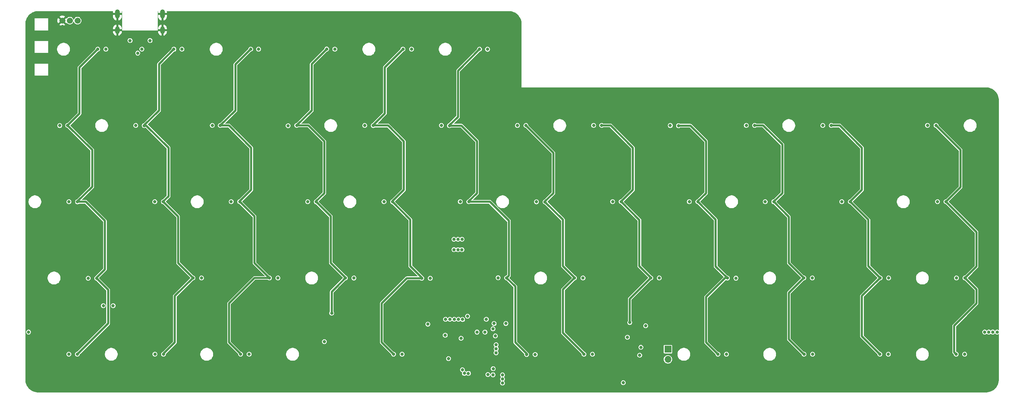
<source format=gbr>
%TF.GenerationSoftware,KiCad,Pcbnew,8.0.3*%
%TF.CreationDate,2024-08-17T22:42:47+02:00*%
%TF.ProjectId,the-nicholas-van V1,7468652d-6e69-4636-986f-6c61732d7661,rev?*%
%TF.SameCoordinates,Original*%
%TF.FileFunction,Copper,L3,Inr*%
%TF.FilePolarity,Positive*%
%FSLAX46Y46*%
G04 Gerber Fmt 4.6, Leading zero omitted, Abs format (unit mm)*
G04 Created by KiCad (PCBNEW 8.0.3) date 2024-08-17 22:42:47*
%MOMM*%
%LPD*%
G01*
G04 APERTURE LIST*
%TA.AperFunction,ComponentPad*%
%ADD10C,1.500000*%
%TD*%
%TA.AperFunction,ComponentPad*%
%ADD11R,1.700000X1.700000*%
%TD*%
%TA.AperFunction,ComponentPad*%
%ADD12O,1.700000X1.700000*%
%TD*%
%TA.AperFunction,ComponentPad*%
%ADD13O,1.200000X2.250000*%
%TD*%
%TA.AperFunction,ComponentPad*%
%ADD14O,1.200000X1.850000*%
%TD*%
%TA.AperFunction,ViaPad*%
%ADD15C,0.800000*%
%TD*%
%TA.AperFunction,Conductor*%
%ADD16C,0.500000*%
%TD*%
G04 APERTURE END LIST*
D10*
%TO.N,GND*%
%TO.C,J5*%
X37787500Y-51593750D03*
%TO.N,ARGB*%
X39687500Y-51593750D03*
%TO.N,+5V*%
X41587500Y-51593750D03*
%TD*%
D11*
%TO.N,VBAT*%
%TO.C,SW1*%
X188912500Y-133662500D03*
D12*
%TO.N,BOOT0*%
X188912500Y-136202500D03*
%TD*%
D13*
%TO.N,GND*%
%TO.C,J3*%
X51530000Y-49950000D03*
D14*
X51530000Y-53950000D03*
D13*
X62770000Y-49950000D03*
D14*
X62770000Y-53950000D03*
%TD*%
D15*
%TO.N,*%
X50475344Y-122786056D03*
X48023634Y-122797251D03*
%TO.N,GND*%
X214312500Y-130968750D03*
X219075000Y-81756250D03*
X73025000Y-90297000D03*
X181768750Y-124742241D03*
X130692326Y-128558402D03*
X137572029Y-142288666D03*
X142494000Y-86868000D03*
X132444299Y-124730700D03*
X84455000Y-106045000D03*
X130683000Y-134493000D03*
X199644000Y-84074000D03*
X104775000Y-73818750D03*
X130556000Y-90170000D03*
X129016957Y-139313985D03*
X200027079Y-122750277D03*
X130556000Y-103378000D03*
X134173769Y-131903511D03*
X123317000Y-103505000D03*
X65405000Y-106045000D03*
X129033002Y-141191231D03*
X266700000Y-96837500D03*
X119062500Y-124742241D03*
X211931250Y-124742241D03*
X55117760Y-124719505D03*
X149247390Y-124738163D03*
X75819000Y-90297000D03*
X40781680Y-126989901D03*
X104655601Y-83944962D03*
X106045000Y-103505000D03*
X142875000Y-77787500D03*
X101219000Y-65278000D03*
X130556000Y-97028000D03*
X125857000Y-106045000D03*
X43815000Y-84455000D03*
X128587500Y-124742241D03*
X130713297Y-131550693D03*
X41021910Y-69354541D03*
X119380000Y-65278000D03*
X37084000Y-69342000D03*
X196852079Y-122750277D03*
X106045000Y-106045000D03*
X126206250Y-124742241D03*
X52387500Y-134937500D03*
X126619000Y-97155000D03*
X238935428Y-122908104D03*
X32143750Y-71637500D03*
X196850000Y-127254000D03*
X140843000Y-112014000D03*
X92202000Y-90170000D03*
X68707000Y-82042000D03*
X124524826Y-86976027D03*
X214312500Y-119856250D03*
X71437500Y-100806250D03*
X40765366Y-124732142D03*
X216154000Y-86614000D03*
X221488000Y-127127000D03*
X64645571Y-126994056D03*
X96837500Y-130968750D03*
X76200000Y-62706250D03*
X247650000Y-92868750D03*
X71437500Y-92868750D03*
X126238000Y-142621000D03*
X104136959Y-129662503D03*
X50006250Y-130968750D03*
X216154000Y-84074000D03*
X204787500Y-92868750D03*
X184943750Y-124742241D03*
X30956250Y-134937500D03*
X147637500Y-103187500D03*
X214312500Y-138906250D03*
X153998695Y-124719850D03*
X220218000Y-105918000D03*
X230996686Y-124742241D03*
X142767073Y-139807927D03*
X217487500Y-124742241D03*
X61912500Y-115887500D03*
X47625000Y-81756250D03*
X123825000Y-77787500D03*
X116840000Y-65278000D03*
X43146616Y-124732142D03*
X111918750Y-124742241D03*
X178943000Y-84201000D03*
X71128172Y-128570780D03*
X235760428Y-122908104D03*
X217678000Y-103378000D03*
X157162500Y-119856250D03*
X228615436Y-124742241D03*
X161925000Y-73818750D03*
X68707000Y-84582000D03*
X98425000Y-87122000D03*
X134424722Y-124710503D03*
X82042000Y-67818000D03*
X183356250Y-141287500D03*
X95250000Y-87122000D03*
X29368750Y-61912500D03*
X34652000Y-70431000D03*
X107156250Y-124742241D03*
X160274000Y-127254000D03*
X256381250Y-128587500D03*
X134503087Y-122818544D03*
X181779945Y-122773764D03*
X104775000Y-81756250D03*
X211963000Y-127381000D03*
X140843000Y-109728000D03*
X79502000Y-65278000D03*
X135255000Y-67818000D03*
X123825000Y-124742241D03*
X241300000Y-127254000D03*
X242887500Y-96837500D03*
X150368000Y-103251000D03*
X192087500Y-124742241D03*
X185737500Y-96837500D03*
X171450000Y-124742241D03*
X141287500Y-134937500D03*
X237617000Y-105918000D03*
X65405000Y-82042000D03*
X67159530Y-127037220D03*
X108077000Y-87122000D03*
X137795000Y-67818000D03*
X68707000Y-69469000D03*
X46355000Y-84455000D03*
X49530000Y-103378000D03*
X33337500Y-54768750D03*
X235966000Y-86614000D03*
X238506000Y-86614000D03*
X52387500Y-96837500D03*
X156379945Y-124719850D03*
X135255000Y-65278000D03*
X226234186Y-124742241D03*
X132449128Y-122829739D03*
X57150000Y-103378000D03*
X60960000Y-65278000D03*
X126619000Y-92456000D03*
X159353250Y-141319250D03*
X124524826Y-83801027D03*
X197104000Y-86614000D03*
X200025000Y-124742241D03*
X121443750Y-124742241D03*
X96837500Y-138906250D03*
X163957000Y-105918000D03*
X140843000Y-119761000D03*
X163957000Y-103378000D03*
X119055920Y-122724483D03*
X62246074Y-126977264D03*
X146843750Y-124742241D03*
X142081250Y-124742241D03*
X176212500Y-124742241D03*
X238887000Y-127254000D03*
X166687500Y-96837500D03*
X64601415Y-122748835D03*
X43129102Y-67156655D03*
X226187000Y-127127000D03*
X60977995Y-69177863D03*
X200025000Y-127254000D03*
X180975000Y-77787500D03*
X46355000Y-86995000D03*
X252412500Y-138906250D03*
X90487500Y-124742241D03*
X93677936Y-124742241D03*
X219075000Y-73818750D03*
X83080417Y-84114370D03*
X81788000Y-127254000D03*
X247650000Y-100806250D03*
X241315436Y-124742241D03*
X126746000Y-108077000D03*
X80935151Y-122670815D03*
X89027000Y-87122000D03*
X30956250Y-92868750D03*
X70485000Y-86995000D03*
X164256199Y-122934226D03*
X126619000Y-94615000D03*
X115062000Y-127381000D03*
X50006250Y-138906250D03*
X101480601Y-83944962D03*
X130556000Y-101600000D03*
X32893000Y-142748000D03*
X174085250Y-141287500D03*
X123317000Y-106045000D03*
X161417000Y-84328000D03*
X49530000Y-105918000D03*
X49532813Y-128598196D03*
X183007000Y-103378000D03*
X231013000Y-127254000D03*
X151606250Y-58737500D03*
X73025000Y-86995000D03*
X78994000Y-86995000D03*
X35718750Y-119856250D03*
X68707000Y-77216000D03*
X240157000Y-105918000D03*
X196850000Y-124742241D03*
X98551876Y-124738163D03*
X63119000Y-69215000D03*
X85725000Y-77787500D03*
X238506000Y-84074000D03*
X150368000Y-106426000D03*
X59880260Y-124719505D03*
X148463000Y-128524000D03*
X119062500Y-115887500D03*
X173831250Y-124742241D03*
X62865000Y-87122000D03*
X195262500Y-115887500D03*
X43115239Y-69354541D03*
X55134074Y-126977264D03*
X252412500Y-111918750D03*
X245999000Y-127254000D03*
X52451000Y-65278000D03*
X103981250Y-127000000D03*
X134143750Y-130968750D03*
X53975000Y-103378000D03*
X88106250Y-124742241D03*
X111918750Y-134937500D03*
X199517000Y-105918000D03*
X95250000Y-58737500D03*
X161417000Y-105918000D03*
X100874516Y-122839837D03*
X199517000Y-103378000D03*
X176212500Y-115887500D03*
X142494000Y-84328000D03*
X117856000Y-87122000D03*
X29368750Y-56356250D03*
X76759751Y-127079461D03*
X77575445Y-128598196D03*
X264318750Y-73818750D03*
X197104000Y-84074000D03*
X87757000Y-142748000D03*
X45527866Y-124732142D03*
X125857000Y-103505000D03*
X183007000Y-105918000D03*
X152033854Y-124715004D03*
X62865000Y-84582000D03*
X65405000Y-84582000D03*
X67159530Y-124742240D03*
X236243016Y-127624810D03*
X169068750Y-124742241D03*
X181483000Y-86741000D03*
X114300000Y-124742241D03*
X147637500Y-106362500D03*
X264318750Y-81756250D03*
X76267170Y-124738163D03*
X68707000Y-79502000D03*
X104648000Y-90170000D03*
X112118750Y-128587500D03*
X90487500Y-96837500D03*
X43194680Y-126989901D03*
X50006250Y-96837500D03*
X180467000Y-105918000D03*
X217527664Y-122796154D03*
X55653979Y-59380896D03*
X220662500Y-124742241D03*
X47625000Y-73818750D03*
X35718750Y-111918750D03*
X133223000Y-103505000D03*
X116258032Y-122719982D03*
X209550000Y-124742241D03*
X52736510Y-124719505D03*
X47909116Y-124732142D03*
X114427000Y-87122000D03*
X248539000Y-127254000D03*
X59055000Y-59388750D03*
X119888000Y-127381000D03*
X235759186Y-124742241D03*
X238934186Y-124742241D03*
X130556000Y-92456000D03*
X59833074Y-126977264D03*
X98679000Y-67818000D03*
X86995000Y-103505000D03*
X109537500Y-92868750D03*
X144462500Y-124742241D03*
X79502000Y-67818000D03*
X67056000Y-89408000D03*
X132588000Y-108839000D03*
X89154000Y-90170000D03*
X127000000Y-127254000D03*
X76200000Y-54768750D03*
X86995000Y-106045000D03*
X74346751Y-127079461D03*
X33337500Y-60325000D03*
X36703000Y-142748000D03*
X161142445Y-124719850D03*
X119380000Y-67818000D03*
X161417000Y-86868000D03*
X73818750Y-130968750D03*
X100821686Y-124742241D03*
X85725000Y-124742241D03*
X142875000Y-122428000D03*
X59687000Y-61118750D03*
X252412500Y-119856250D03*
X133350000Y-138049000D03*
X178943000Y-86741000D03*
X84215865Y-127190315D03*
X67131688Y-122754778D03*
X162909250Y-141319250D03*
X200025000Y-77787500D03*
X86255417Y-86995000D03*
X138938000Y-106172000D03*
X161417000Y-103378000D03*
X92202000Y-87122000D03*
X166687500Y-124742241D03*
X147656277Y-131481250D03*
X220702664Y-122796154D03*
X65405000Y-87122000D03*
X121349826Y-83801027D03*
X103187500Y-124674500D03*
X103505000Y-106045000D03*
X126619000Y-67818000D03*
X211931250Y-134937500D03*
X62992000Y-65278000D03*
X57547074Y-126977264D03*
X47893680Y-126989901D03*
X126619000Y-101600000D03*
X214312500Y-111918750D03*
X108077000Y-90170000D03*
X57499010Y-124719505D03*
X30956250Y-100806250D03*
X164306250Y-124742241D03*
X75819000Y-86995000D03*
X157988000Y-127254000D03*
X46990000Y-103378000D03*
X130556000Y-94615000D03*
X180467000Y-103378000D03*
X116255839Y-124741895D03*
X130556000Y-99314000D03*
X114300000Y-54768750D03*
X33337500Y-65881250D03*
X109537500Y-100806250D03*
X209679976Y-127243260D03*
X68707000Y-67564000D03*
X114300000Y-90170000D03*
X128651000Y-86995000D03*
X202057000Y-105918000D03*
X177006250Y-141287500D03*
X187325000Y-124742241D03*
X80962500Y-115887500D03*
X202438000Y-127254000D03*
X237617000Y-103378000D03*
X266700000Y-88106250D03*
X98679000Y-65278000D03*
X228600000Y-127127000D03*
X78311211Y-124741143D03*
X204787500Y-124742241D03*
X146833514Y-129397867D03*
X65405000Y-103505000D03*
X50465245Y-126955219D03*
X71437500Y-134937500D03*
X111379000Y-87122000D03*
X177800000Y-128587500D03*
X57531000Y-65659000D03*
X223837500Y-96837500D03*
X86255417Y-84114370D03*
X161925000Y-81756250D03*
X248459186Y-124742241D03*
X139954000Y-86868000D03*
X126619000Y-99314000D03*
X207168750Y-124742241D03*
X103505000Y-103505000D03*
X67945000Y-103505000D03*
X252412500Y-130968750D03*
X72263000Y-127127000D03*
X101219000Y-67818000D03*
X218694000Y-84074000D03*
X95250000Y-90170000D03*
X37788255Y-53007786D03*
X217551000Y-127254000D03*
X114300000Y-62706250D03*
X218694000Y-86614000D03*
X69123420Y-124738163D03*
X78338052Y-122687609D03*
X54768750Y-115887500D03*
X246077936Y-124742241D03*
X134239000Y-110109000D03*
X128397000Y-83820000D03*
X218225500Y-128587500D03*
X83080417Y-86995000D03*
X129286000Y-142621000D03*
X250825000Y-127254000D03*
X202057000Y-103378000D03*
X124587000Y-90170000D03*
X214312500Y-124742241D03*
X161153640Y-122867056D03*
X133350000Y-62706250D03*
X101480601Y-87119962D03*
X243696686Y-124742241D03*
X73885920Y-124738163D03*
X50456685Y-124730700D03*
X80962500Y-124742241D03*
X124641410Y-127264270D03*
X96059186Y-124742241D03*
X157162500Y-111918750D03*
X223665842Y-124738163D03*
X181483000Y-84201000D03*
X158761195Y-124719850D03*
X194468750Y-124742241D03*
X199644000Y-86614000D03*
X30162500Y-50800000D03*
X152908000Y-103378000D03*
X70231000Y-90297000D03*
X56642000Y-142748000D03*
X59182000Y-69159697D03*
X133350000Y-54768750D03*
X130937000Y-86995000D03*
X158877000Y-86868000D03*
X233362500Y-134937500D03*
X139954000Y-84328000D03*
X178387997Y-127000000D03*
X86487000Y-127254000D03*
X240157000Y-103378000D03*
X92680732Y-124674500D03*
X217678000Y-105918000D03*
X98545951Y-122839837D03*
X43815000Y-86995000D03*
X83343750Y-124742241D03*
X159543750Y-128587500D03*
X116840000Y-67818000D03*
X189706250Y-124742241D03*
X253221686Y-124742241D03*
X137795000Y-65278000D03*
X207264000Y-127254000D03*
X84455000Y-103505000D03*
X121349826Y-86976027D03*
X109537500Y-124742241D03*
X78408823Y-127100755D03*
X130968750Y-124742241D03*
X100012500Y-111918750D03*
X73818750Y-138906250D03*
X52721074Y-126977264D03*
X86233000Y-90170000D03*
X60996161Y-71157940D03*
X235966000Y-84074000D03*
X46990000Y-105918000D03*
X204787500Y-100806250D03*
X220218000Y-103378000D03*
X82042000Y-65278000D03*
X71504670Y-124738163D03*
X65405000Y-79502000D03*
X202406250Y-124742241D03*
X52324000Y-71120000D03*
X41035773Y-67156655D03*
X233362500Y-115887500D03*
X68722701Y-71437500D03*
X233377936Y-124742241D03*
X238125000Y-77787500D03*
X124333000Y-67818000D03*
X67945000Y-106045000D03*
X140462000Y-107188000D03*
X64629257Y-124736297D03*
X52959000Y-142748000D03*
X111379000Y-90170000D03*
X204851000Y-127254000D03*
X45480680Y-126989901D03*
X152030564Y-122896909D03*
X62261510Y-124719505D03*
X104655601Y-87119962D03*
X250840436Y-124742241D03*
%TO.N,ROW0*%
X67648225Y-58737500D03*
X134493000Y-126191741D03*
X143874401Y-58747746D03*
X86757503Y-58724331D03*
X135514854Y-106200500D03*
X48649298Y-58737499D03*
X124929108Y-58720208D03*
X105777884Y-58720208D03*
X135509000Y-108799500D03*
%TO.N,COL0*%
X41582957Y-96860554D03*
X39127580Y-77772690D03*
X46635844Y-58737499D03*
X41532725Y-134918567D03*
X46355303Y-115955023D03*
%TO.N,COL1*%
X58217004Y-77813436D03*
X65630929Y-58749027D03*
X63022853Y-134927213D03*
X63005962Y-96849027D03*
X70379459Y-115871849D03*
%TO.N,COL2*%
X89465682Y-115870208D03*
X82288991Y-134902917D03*
X84774789Y-58735859D03*
X82061445Y-96837500D03*
X77202641Y-77787499D03*
%TO.N,COL3*%
X96292024Y-77761563D03*
X101142185Y-96860554D03*
X103754824Y-58685626D03*
X105007777Y-124674500D03*
X108437432Y-115880495D03*
%TO.N,COL4*%
X120439224Y-134901276D03*
X127474942Y-115932368D03*
X115362962Y-77803150D03*
X122785011Y-58720208D03*
X120176975Y-96853149D03*
%TO.N,COL5*%
X134391067Y-77813436D03*
X153661931Y-134977445D03*
X139219130Y-96837499D03*
X141907058Y-58737499D03*
X148665196Y-115845913D03*
%TO.N,ROW1*%
X132393944Y-77761563D03*
X113236156Y-77785859D03*
X136508503Y-108799500D03*
X136514357Y-106200500D03*
X94139281Y-77839373D03*
X189495115Y-77797786D03*
X135584302Y-126191741D03*
X227532152Y-77787499D03*
X75205518Y-77787499D03*
X37144866Y-77807272D03*
X170365218Y-77787500D03*
X151353644Y-77787499D03*
X208467224Y-77789140D03*
X253679673Y-77754558D03*
X56116134Y-77787499D03*
%TO.N,COL6*%
X165599800Y-115871849D03*
X158249439Y-96870441D03*
X153480451Y-77787499D03*
X167960477Y-134920209D03*
%TO.N,COL7*%
X184596286Y-115870208D03*
X179387500Y-127000000D03*
X177233637Y-96814445D03*
X172388278Y-77761563D03*
%TO.N,COL8*%
X201384873Y-134904558D03*
X191544111Y-77823723D03*
X196369130Y-96837500D03*
X203751673Y-115904791D03*
%TO.N,COL9*%
X222862633Y-134914845D03*
X222817323Y-115870209D03*
X210542157Y-77754558D03*
X215326911Y-96849027D03*
%TO.N,COL10*%
X229671927Y-77787499D03*
X241848270Y-115870209D03*
X241798159Y-134920208D03*
X234423021Y-96837500D03*
%TO.N,COL11*%
X263025479Y-115879815D03*
X181868857Y-135185820D03*
X260837192Y-134912524D03*
X255806480Y-77771849D03*
X182149500Y-133188114D03*
X258312931Y-96816086D03*
%TO.N,ROW2*%
X194242323Y-96820209D03*
X137508006Y-108799500D03*
X156122632Y-96853150D03*
X175106830Y-96797154D03*
X118050168Y-96835858D03*
X213200104Y-96831736D03*
X79934638Y-96820209D03*
X137092323Y-96820208D03*
X232296214Y-96820209D03*
X256186124Y-96798795D03*
X136652000Y-126191741D03*
X99015378Y-96843263D03*
X39456150Y-96843263D03*
X60879155Y-96831736D03*
X137513860Y-106200500D03*
%TO.N,ROW3*%
X91592489Y-115887499D03*
X224944130Y-115887500D03*
X167726607Y-115889140D03*
X129601749Y-115949659D03*
X186723093Y-115887499D03*
X146538389Y-115828622D03*
X205878480Y-115922082D03*
X72506266Y-115889140D03*
X260898672Y-115862524D03*
X243975077Y-115887500D03*
X133425211Y-126191741D03*
X110564239Y-115897786D03*
X44228496Y-115937732D03*
%TO.N,ROW4*%
X243924966Y-134937499D03*
X262963999Y-134929815D03*
X145542000Y-127254000D03*
X148463000Y-127254000D03*
X137668000Y-126238000D03*
X143599355Y-126191741D03*
X39405918Y-134901276D03*
X122566031Y-134918567D03*
X84415798Y-134920208D03*
X155788738Y-134994736D03*
X60896046Y-134909922D03*
X203511680Y-134921849D03*
X170087284Y-134937500D03*
X224989440Y-134932136D03*
%TO.N,VBAT*%
X137628225Y-138797732D03*
X143262000Y-129381250D03*
X145840027Y-130370204D03*
X138906250Y-125412500D03*
X178816000Y-130683000D03*
X103187500Y-131762500D03*
X141287500Y-129381250D03*
X145304807Y-138521768D03*
X137287000Y-130937000D03*
%TO.N,APLEX_OUT_PIN_0*%
X129007714Y-127420214D03*
X183348360Y-127829117D03*
%TO.N,VCC*%
X59690000Y-56561000D03*
X54700000Y-56561000D03*
%TO.N,BOOT0*%
X177763253Y-142044503D03*
%TO.N,APLEX_EN_PIN_1*%
X145256250Y-128587500D03*
X133350000Y-130175000D03*
%TO.N,D-*%
X57646247Y-58698253D03*
X56600574Y-59701776D03*
%TO.N,AMUX_SEL_2*%
X146050000Y-132556250D03*
X147637500Y-140104346D03*
%TO.N,AMUX_SEL_1*%
X147637500Y-141128944D03*
X146062548Y-133568301D03*
%TO.N,AMUX_SEL_0*%
X146040758Y-134567566D03*
X147637500Y-142128447D03*
%TO.N,ARGB_3V3*%
X29368750Y-129381250D03*
X134143750Y-136014250D03*
%TO.N,ENC1*%
X268969747Y-129381250D03*
X143983244Y-139999500D03*
%TO.N,ENC2*%
X139119948Y-139705878D03*
X269969250Y-129381250D03*
%TO.N,SW1*%
X145256250Y-140056086D03*
X267970244Y-129381250D03*
%TO.N,SW2*%
X271062500Y-129381250D03*
X138112500Y-139700000D03*
%TD*%
D16*
%TO.N,COL0*%
X46355303Y-115955023D02*
X49212500Y-118812220D01*
X46635844Y-58737499D02*
X42068750Y-63304593D01*
X42068750Y-63304593D02*
X42068750Y-74831520D01*
X41582957Y-96860554D02*
X43679304Y-96860554D01*
X48418750Y-101600000D02*
X48418750Y-113712500D01*
X39797010Y-77103260D02*
X39127580Y-77772690D01*
X43679304Y-96860554D02*
X48418750Y-101600000D01*
X45243750Y-83888860D02*
X45243750Y-93075000D01*
X41532725Y-134918567D02*
X49212500Y-127238792D01*
X45243750Y-93075000D02*
X41481250Y-96837500D01*
X49212500Y-127238792D02*
X49212500Y-127000000D01*
X39127580Y-77772690D02*
X45243750Y-83888860D01*
X42068750Y-74831520D02*
X39797010Y-77103260D01*
X49212500Y-118812220D02*
X49212500Y-127000000D01*
X39797010Y-77103260D02*
X39112770Y-77787500D01*
X48418750Y-113712500D02*
X46243750Y-115887500D01*
%TO.N,COL1*%
X64293750Y-95456250D02*
X62912500Y-96837500D01*
X66675000Y-112125000D02*
X70437500Y-115887500D01*
X65630929Y-58749027D02*
X61912500Y-62467456D01*
X64293750Y-83343750D02*
X64293750Y-95456250D01*
X65881250Y-120370058D02*
X65881250Y-131968750D01*
X61912500Y-74025000D02*
X58150000Y-77787500D01*
X58217004Y-77813436D02*
X58763436Y-77813436D01*
X65881250Y-131968750D02*
X62912500Y-134937500D01*
X58763436Y-77813436D02*
X64293750Y-83343750D01*
X61912500Y-62467456D02*
X61912500Y-74025000D01*
X70379459Y-115871849D02*
X65881250Y-120370058D01*
X63005962Y-96849027D02*
X66675000Y-100518065D01*
X66675000Y-100518065D02*
X66675000Y-112125000D01*
%TO.N,COL2*%
X84931250Y-83343750D02*
X84931250Y-93868750D01*
X80962500Y-62548148D02*
X80962500Y-74027640D01*
X79374999Y-77787499D02*
X84931250Y-83343750D01*
X79375000Y-131968750D02*
X79375000Y-131762500D01*
X89465682Y-115870208D02*
X85742292Y-115870208D01*
X84774789Y-58735859D02*
X80962500Y-62548148D01*
X85725000Y-100501055D02*
X85725000Y-112129526D01*
X80962500Y-74027640D02*
X77202641Y-77787499D01*
X84931250Y-93868750D02*
X81962500Y-96837500D01*
X82343750Y-134937500D02*
X79375000Y-131968750D01*
X77202641Y-77787499D02*
X79374999Y-77787499D01*
X79375000Y-122237500D02*
X79375000Y-131762500D01*
X85725000Y-112129526D02*
X89465682Y-115870208D01*
X85742292Y-115870208D02*
X79375000Y-122237500D01*
X82061445Y-96837500D02*
X85725000Y-100501055D01*
%TO.N,COL3*%
X96292024Y-77761563D02*
X99192813Y-77761563D01*
X103187500Y-81756250D02*
X103187500Y-94662500D01*
X100012500Y-74025000D02*
X96250000Y-77787500D01*
X108437432Y-115880495D02*
X106205838Y-118112088D01*
X104775000Y-100493369D02*
X104775000Y-112125000D01*
X103187500Y-94662500D02*
X101012500Y-96837500D01*
X105007777Y-119310149D02*
X105007777Y-124674500D01*
X100012500Y-62427950D02*
X100012500Y-74025000D01*
X99192813Y-77761563D02*
X103187500Y-81756250D01*
X101142185Y-96860554D02*
X104775000Y-100493369D01*
X103754824Y-58685626D02*
X100012500Y-62427950D01*
X106205838Y-118112088D02*
X105007777Y-119310149D01*
X104775000Y-112125000D02*
X108537500Y-115887500D01*
%TO.N,COL4*%
X124618750Y-101294924D02*
X124618750Y-112918750D01*
X120176975Y-96853149D02*
X124618750Y-101294924D01*
X123031250Y-93868750D02*
X120062500Y-96837500D01*
X115362962Y-77803150D02*
X119078150Y-77803150D01*
X119078150Y-77803150D02*
X123031250Y-81756250D01*
X124618750Y-112918750D02*
X127587500Y-115887500D01*
X118268750Y-63293750D02*
X118268750Y-74818750D01*
X122825000Y-58737500D02*
X118268750Y-63293750D01*
X118268750Y-74818750D02*
X115300000Y-77787500D01*
X117475000Y-131968750D02*
X120443750Y-134937500D01*
X123780132Y-115932368D02*
X117475000Y-122237500D01*
X117475000Y-122237500D02*
X117475000Y-131968750D01*
X123031250Y-81756250D02*
X123031250Y-93868750D01*
X127474942Y-115932368D02*
X123780132Y-115932368D01*
%TO.N,COL5*%
X134391067Y-77813436D02*
X137344686Y-77813436D01*
X144462500Y-96837500D02*
X149225000Y-101600000D01*
X141287500Y-94662500D02*
X139112500Y-96837500D01*
X141287500Y-81756250D02*
X141287500Y-94662500D01*
X141907058Y-58737499D02*
X136525000Y-64119557D01*
X149225000Y-101600000D02*
X149225000Y-115286109D01*
X136525000Y-64119557D02*
X136525000Y-75612500D01*
X139112500Y-96837500D02*
X144462500Y-96837500D01*
X150812500Y-131968750D02*
X153781250Y-134937500D01*
X137344686Y-77813436D02*
X141287500Y-81756250D01*
X149225000Y-115286109D02*
X148665196Y-115845913D01*
X148665196Y-115845913D02*
X150812500Y-117993217D01*
X136525000Y-75612500D02*
X134350000Y-77787500D01*
X150812500Y-117993217D02*
X150812500Y-131968750D01*
%TO.N,COL6*%
X162718750Y-129587500D02*
X168068750Y-134937500D01*
X162718750Y-101339752D02*
X162718750Y-112918750D01*
X162718750Y-118752899D02*
X162718750Y-129587500D01*
X160337500Y-94662500D02*
X158162500Y-96837500D01*
X158249439Y-96870441D02*
X162718750Y-101339752D01*
X153480451Y-77787499D02*
X160337500Y-84644548D01*
X160337500Y-84644548D02*
X160337500Y-94662500D01*
X165599800Y-115871849D02*
X162718750Y-118752899D01*
X162718750Y-112918750D02*
X165687500Y-115887500D01*
%TO.N,COL7*%
X183253125Y-114403125D02*
X184596286Y-115746286D01*
X181768750Y-101349558D02*
X181768750Y-112918750D01*
X180181250Y-83343750D02*
X180181250Y-93868750D01*
X183168232Y-117298262D02*
X179387500Y-121078994D01*
X174599063Y-77761563D02*
X180181250Y-83343750D01*
X179387500Y-121078994D02*
X179387500Y-127000000D01*
X177233637Y-96814445D02*
X181768750Y-101349558D01*
X184596286Y-115746286D02*
X184596286Y-115870208D01*
X183253125Y-114403125D02*
X184737500Y-115887500D01*
X180181250Y-93868750D02*
X177212500Y-96837500D01*
X172388278Y-77761563D02*
X174599063Y-77761563D01*
X181768750Y-112918750D02*
X183253125Y-114403125D01*
X184596286Y-115870208D02*
X183168232Y-117298262D01*
%TO.N,COL8*%
X198437500Y-120650000D02*
X198437500Y-131968750D01*
X198437500Y-81756250D02*
X198437500Y-94662500D01*
X198437500Y-131968750D02*
X201406250Y-134937500D01*
X200818750Y-101287120D02*
X200818750Y-112971868D01*
X194504973Y-77823723D02*
X198437500Y-81756250D01*
X203182709Y-115904791D02*
X198437500Y-120650000D01*
X200818750Y-112971868D02*
X203751673Y-115904791D01*
X196369130Y-96837500D02*
X200818750Y-101287120D01*
X203751673Y-115904791D02*
X203182709Y-115904791D01*
X191544111Y-77823723D02*
X194504973Y-77823723D01*
X198437500Y-94662500D02*
X196262500Y-96837500D01*
%TO.N,COL9*%
X210542157Y-77754558D02*
X212692058Y-77754558D01*
X219075000Y-119612532D02*
X219075000Y-131175000D01*
X222817323Y-115870209D02*
X219075000Y-119612532D01*
X215326911Y-96849027D02*
X219075000Y-100597116D01*
X217487500Y-94662500D02*
X215312500Y-96837500D01*
X212692058Y-77754558D02*
X217487500Y-82550000D01*
X219075000Y-100597116D02*
X219075000Y-112125000D01*
X217487500Y-82550000D02*
X217487500Y-94662500D01*
X219075000Y-112125000D02*
X222837500Y-115887500D01*
X219075000Y-131175000D02*
X222837500Y-134937500D01*
%TO.N,COL10*%
X237331250Y-83343750D02*
X237331250Y-93868750D01*
X229671927Y-77787499D02*
X231774999Y-77787499D01*
X238918750Y-101333229D02*
X238918750Y-112918750D01*
X238918750Y-112918750D02*
X241887500Y-115887500D01*
X231774999Y-77787499D02*
X237331250Y-83343750D01*
X234423021Y-96837500D02*
X238918750Y-101333229D01*
X241848270Y-115870209D02*
X237331250Y-120387229D01*
X237331250Y-93868750D02*
X234362500Y-96837500D01*
X237331250Y-120387229D02*
X237331250Y-130453299D01*
X237331250Y-130453299D02*
X241798159Y-134920208D01*
%TO.N,COL11*%
X265906250Y-118760586D02*
X265906250Y-122237500D01*
X255806480Y-77771849D02*
X261937500Y-83902869D01*
X260350000Y-127793750D02*
X260350000Y-134425332D01*
X265906250Y-104409405D02*
X265906250Y-112999044D01*
X261937500Y-93191517D02*
X258312931Y-96816086D01*
X261937500Y-83902869D02*
X261937500Y-93191517D01*
X258312931Y-96816086D02*
X265906250Y-104409405D01*
X265906250Y-112999044D02*
X263025479Y-115879815D01*
X265906250Y-122237500D02*
X260350000Y-127793750D01*
X263025479Y-115879815D02*
X265906250Y-118760586D01*
X260350000Y-134425332D02*
X260837192Y-134912524D01*
%TD*%
%TA.AperFunction,Conductor*%
%TO.N,GND*%
G36*
X50444613Y-49215868D02*
G01*
X50447981Y-49224000D01*
X50447839Y-49225799D01*
X50430000Y-49338425D01*
X50430000Y-49699999D01*
X50430001Y-49700000D01*
X51230000Y-49700000D01*
X51230000Y-50200000D01*
X50430001Y-50200000D01*
X50430000Y-50200001D01*
X50430000Y-50561574D01*
X50457085Y-50732581D01*
X50510588Y-50897249D01*
X50589199Y-51051529D01*
X50690964Y-51191598D01*
X50813401Y-51314035D01*
X50953470Y-51415800D01*
X51107750Y-51494411D01*
X51272418Y-51547914D01*
X51279999Y-51549115D01*
X51280000Y-51549114D01*
X51280000Y-50641988D01*
X51289940Y-50659205D01*
X51345795Y-50715060D01*
X51414204Y-50754556D01*
X51490504Y-50775000D01*
X51569496Y-50775000D01*
X51645796Y-50754556D01*
X51714205Y-50715060D01*
X51770060Y-50659205D01*
X51780000Y-50641988D01*
X51780000Y-51549115D01*
X51787581Y-51547914D01*
X51952249Y-51494411D01*
X52106529Y-51415800D01*
X52246598Y-51314035D01*
X52369035Y-51191598D01*
X52470800Y-51051529D01*
X52549411Y-50897249D01*
X52602914Y-50732581D01*
X52630000Y-50561574D01*
X52630000Y-50200001D01*
X52629999Y-50200000D01*
X51830000Y-50200000D01*
X51830000Y-49700000D01*
X52629999Y-49700000D01*
X52630000Y-49699999D01*
X52630000Y-49338425D01*
X52612161Y-49225799D01*
X52614215Y-49217241D01*
X52621720Y-49212642D01*
X52623519Y-49212500D01*
X52674792Y-49212500D01*
X52682924Y-49215868D01*
X52686291Y-49223998D01*
X52685798Y-50507085D01*
X52684424Y-54074949D01*
X52684425Y-54074949D01*
X52684425Y-54074950D01*
X61625054Y-54074950D01*
X61625191Y-53538425D01*
X61670000Y-53538425D01*
X61670000Y-53699999D01*
X61670001Y-53700000D01*
X62470000Y-53700000D01*
X62470000Y-54200000D01*
X61670001Y-54200000D01*
X61670000Y-54200001D01*
X61670000Y-54361574D01*
X61697085Y-54532581D01*
X61750588Y-54697249D01*
X61829199Y-54851529D01*
X61930964Y-54991598D01*
X62053401Y-55114035D01*
X62193470Y-55215800D01*
X62347750Y-55294411D01*
X62512418Y-55347914D01*
X62519999Y-55349115D01*
X62520000Y-55349114D01*
X62520000Y-54441988D01*
X62529940Y-54459205D01*
X62585795Y-54515060D01*
X62654204Y-54554556D01*
X62730504Y-54575000D01*
X62809496Y-54575000D01*
X62885796Y-54554556D01*
X62954205Y-54515060D01*
X63010060Y-54459205D01*
X63020000Y-54441988D01*
X63020000Y-55349115D01*
X63027581Y-55347914D01*
X63192249Y-55294411D01*
X63346529Y-55215800D01*
X63486598Y-55114035D01*
X63609035Y-54991598D01*
X63710800Y-54851529D01*
X63789411Y-54697249D01*
X63842914Y-54532581D01*
X63870000Y-54361574D01*
X63870000Y-54200001D01*
X63869999Y-54200000D01*
X63070000Y-54200000D01*
X63070000Y-53700000D01*
X63869999Y-53700000D01*
X63870000Y-53699999D01*
X63870000Y-53538425D01*
X63842914Y-53367418D01*
X63789411Y-53202750D01*
X63710800Y-53048470D01*
X63609035Y-52908401D01*
X63486598Y-52785964D01*
X63346529Y-52684199D01*
X63192249Y-52605588D01*
X63027587Y-52552086D01*
X63027576Y-52552084D01*
X63020000Y-52550883D01*
X63020000Y-53458011D01*
X63010060Y-53440795D01*
X62954205Y-53384940D01*
X62885796Y-53345444D01*
X62809496Y-53325000D01*
X62730504Y-53325000D01*
X62654204Y-53345444D01*
X62585795Y-53384940D01*
X62529940Y-53440795D01*
X62520000Y-53458011D01*
X62520000Y-52550884D01*
X62519999Y-52550883D01*
X62512423Y-52552084D01*
X62512412Y-52552086D01*
X62347750Y-52605588D01*
X62193470Y-52684199D01*
X62053401Y-52785964D01*
X61930964Y-52908401D01*
X61829199Y-53048470D01*
X61750588Y-53202750D01*
X61697085Y-53367418D01*
X61670000Y-53538425D01*
X61625191Y-53538425D01*
X61626293Y-49223996D01*
X61629663Y-49215866D01*
X61637793Y-49212500D01*
X61676481Y-49212500D01*
X61684613Y-49215868D01*
X61687981Y-49224000D01*
X61687839Y-49225799D01*
X61670000Y-49338425D01*
X61670000Y-49699999D01*
X61670001Y-49700000D01*
X62470000Y-49700000D01*
X62470000Y-50200000D01*
X61670001Y-50200000D01*
X61670000Y-50200001D01*
X61670000Y-50561574D01*
X61697085Y-50732581D01*
X61750588Y-50897249D01*
X61829199Y-51051529D01*
X61930964Y-51191598D01*
X62053401Y-51314035D01*
X62193470Y-51415800D01*
X62347750Y-51494411D01*
X62512418Y-51547914D01*
X62519999Y-51549115D01*
X62520000Y-51549114D01*
X62520000Y-50641988D01*
X62529940Y-50659205D01*
X62585795Y-50715060D01*
X62654204Y-50754556D01*
X62730504Y-50775000D01*
X62809496Y-50775000D01*
X62885796Y-50754556D01*
X62954205Y-50715060D01*
X63010060Y-50659205D01*
X63020000Y-50641988D01*
X63020000Y-51549115D01*
X63027581Y-51547914D01*
X63192249Y-51494411D01*
X63346529Y-51415800D01*
X63486598Y-51314035D01*
X63609035Y-51191598D01*
X63710800Y-51051529D01*
X63789411Y-50897249D01*
X63842914Y-50732581D01*
X63870000Y-50561574D01*
X63870000Y-50200001D01*
X63869999Y-50200000D01*
X63070000Y-50200000D01*
X63070000Y-49700000D01*
X63869999Y-49700000D01*
X63870000Y-49699999D01*
X63870000Y-49338425D01*
X63852161Y-49225799D01*
X63854215Y-49217241D01*
X63861720Y-49212642D01*
X63863519Y-49212500D01*
X149224909Y-49212500D01*
X149225071Y-49212501D01*
X149402595Y-49214995D01*
X149403721Y-49215066D01*
X149756615Y-49254836D01*
X149757865Y-49255049D01*
X150104008Y-49334061D01*
X150105242Y-49334417D01*
X150272798Y-49393051D01*
X150440353Y-49451685D01*
X150441545Y-49452179D01*
X150761427Y-49606231D01*
X150762539Y-49606846D01*
X151063159Y-49795742D01*
X151064206Y-49796485D01*
X151341780Y-50017845D01*
X151342742Y-50018704D01*
X151593795Y-50269757D01*
X151594654Y-50270719D01*
X151816014Y-50548293D01*
X151816759Y-50549344D01*
X151974016Y-50799612D01*
X152005648Y-50849952D01*
X152006272Y-50851080D01*
X152160320Y-51170954D01*
X152160814Y-51172146D01*
X152278081Y-51507255D01*
X152278438Y-51508494D01*
X152357448Y-51854624D01*
X152357664Y-51855895D01*
X152397433Y-52208778D01*
X152397504Y-52209904D01*
X152399999Y-52387428D01*
X152400000Y-52387589D01*
X152400000Y-68262500D01*
X161925000Y-68262500D01*
X235346875Y-68262500D01*
X248046875Y-68262500D01*
X268287410Y-68262500D01*
X268287571Y-68262501D01*
X268465096Y-68264989D01*
X268466223Y-68265060D01*
X268819120Y-68304821D01*
X268820370Y-68305034D01*
X269166518Y-68384040D01*
X269167752Y-68384396D01*
X269502872Y-68501659D01*
X269504057Y-68502150D01*
X269823948Y-68656202D01*
X269825059Y-68656816D01*
X270125684Y-68845711D01*
X270126731Y-68846454D01*
X270404308Y-69067815D01*
X270405270Y-69068674D01*
X270656325Y-69319729D01*
X270657184Y-69320691D01*
X270878545Y-69598268D01*
X270879291Y-69599320D01*
X271068178Y-69899932D01*
X271068802Y-69901060D01*
X271222847Y-70220938D01*
X271223341Y-70222130D01*
X271340602Y-70557245D01*
X271340959Y-70558484D01*
X271419963Y-70904619D01*
X271420179Y-70905890D01*
X271459939Y-71258776D01*
X271460010Y-71259903D01*
X271462499Y-71437428D01*
X271462500Y-71437589D01*
X271462500Y-128907945D01*
X271459132Y-128916077D01*
X271451000Y-128919445D01*
X271443999Y-128917069D01*
X271395404Y-128879782D01*
X271365341Y-128856714D01*
X271219262Y-128796206D01*
X271062500Y-128775568D01*
X270905738Y-128796206D01*
X270759659Y-128856714D01*
X270634218Y-128952968D01*
X270537964Y-129078409D01*
X270526500Y-129106086D01*
X270520276Y-129112310D01*
X270511474Y-129112310D01*
X270505250Y-129106086D01*
X270493786Y-129078409D01*
X270397532Y-128952968D01*
X270272091Y-128856714D01*
X270126012Y-128796206D01*
X269969250Y-128775568D01*
X269812488Y-128796206D01*
X269666409Y-128856714D01*
X269540968Y-128952968D01*
X269478622Y-129034218D01*
X269470999Y-129038619D01*
X269462497Y-129036341D01*
X269460374Y-129034218D01*
X269446227Y-129015781D01*
X269398029Y-128952968D01*
X269272588Y-128856714D01*
X269126509Y-128796206D01*
X268969747Y-128775568D01*
X268812985Y-128796206D01*
X268666906Y-128856714D01*
X268541465Y-128952968D01*
X268479119Y-129034218D01*
X268471496Y-129038619D01*
X268462994Y-129036341D01*
X268460871Y-129034218D01*
X268446724Y-129015781D01*
X268398526Y-128952968D01*
X268273085Y-128856714D01*
X268127006Y-128796206D01*
X267970244Y-128775568D01*
X267813482Y-128796206D01*
X267667403Y-128856714D01*
X267541962Y-128952968D01*
X267445708Y-129078409D01*
X267385200Y-129224488D01*
X267364562Y-129381250D01*
X267385200Y-129538012D01*
X267445708Y-129684091D01*
X267541962Y-129809532D01*
X267667403Y-129905786D01*
X267813482Y-129966294D01*
X267970244Y-129986932D01*
X268127006Y-129966294D01*
X268273085Y-129905786D01*
X268398526Y-129809532D01*
X268460872Y-129728279D01*
X268468494Y-129723879D01*
X268476996Y-129726157D01*
X268479116Y-129728277D01*
X268541465Y-129809532D01*
X268666906Y-129905786D01*
X268812985Y-129966294D01*
X268969747Y-129986932D01*
X269126509Y-129966294D01*
X269272588Y-129905786D01*
X269398029Y-129809532D01*
X269460375Y-129728279D01*
X269467997Y-129723879D01*
X269476499Y-129726157D01*
X269478619Y-129728277D01*
X269540968Y-129809532D01*
X269666409Y-129905786D01*
X269812488Y-129966294D01*
X269969250Y-129986932D01*
X270126012Y-129966294D01*
X270272091Y-129905786D01*
X270397532Y-129809532D01*
X270493786Y-129684091D01*
X270505250Y-129656412D01*
X270511474Y-129650189D01*
X270520276Y-129650189D01*
X270526499Y-129656412D01*
X270537964Y-129684091D01*
X270634218Y-129809532D01*
X270759659Y-129905786D01*
X270905738Y-129966294D01*
X271062500Y-129986932D01*
X271219262Y-129966294D01*
X271365341Y-129905786D01*
X271444000Y-129845428D01*
X271452501Y-129843151D01*
X271460124Y-129847552D01*
X271462500Y-129854553D01*
X271462500Y-141287410D01*
X271462499Y-141287571D01*
X271460010Y-141465096D01*
X271459939Y-141466223D01*
X271420179Y-141819109D01*
X271419963Y-141820380D01*
X271340959Y-142166515D01*
X271340602Y-142167754D01*
X271223341Y-142502869D01*
X271222847Y-142504061D01*
X271068802Y-142823939D01*
X271068178Y-142825067D01*
X270879291Y-143125679D01*
X270878545Y-143126731D01*
X270657184Y-143404308D01*
X270656325Y-143405270D01*
X270405270Y-143656325D01*
X270404308Y-143657184D01*
X270126731Y-143878545D01*
X270125679Y-143879291D01*
X269825067Y-144068178D01*
X269823939Y-144068802D01*
X269504061Y-144222847D01*
X269502869Y-144223341D01*
X269167754Y-144340602D01*
X269166515Y-144340959D01*
X268820380Y-144419963D01*
X268819109Y-144420179D01*
X268466223Y-144459939D01*
X268465096Y-144460010D01*
X268287571Y-144462499D01*
X268287410Y-144462500D01*
X31750090Y-144462500D01*
X31749929Y-144462499D01*
X31572403Y-144460010D01*
X31571276Y-144459939D01*
X31218390Y-144420179D01*
X31217119Y-144419963D01*
X30870984Y-144340959D01*
X30869745Y-144340602D01*
X30534630Y-144223341D01*
X30533438Y-144222847D01*
X30213560Y-144068802D01*
X30212432Y-144068178D01*
X29911820Y-143879291D01*
X29910768Y-143878545D01*
X29633191Y-143657184D01*
X29632229Y-143656325D01*
X29381174Y-143405270D01*
X29380315Y-143404308D01*
X29158954Y-143126731D01*
X29158208Y-143125679D01*
X28969316Y-142825059D01*
X28968702Y-142823948D01*
X28814650Y-142504057D01*
X28814158Y-142502869D01*
X28759737Y-142347343D01*
X28696896Y-142167752D01*
X28696540Y-142166515D01*
X28687851Y-142128447D01*
X28617534Y-141820370D01*
X28617321Y-141819120D01*
X28577560Y-141466223D01*
X28577489Y-141465096D01*
X28575001Y-141287571D01*
X28575000Y-141287410D01*
X28575000Y-138797732D01*
X137022543Y-138797732D01*
X137043181Y-138954494D01*
X137103689Y-139100573D01*
X137199943Y-139226014D01*
X137325384Y-139322268D01*
X137471463Y-139382776D01*
X137572730Y-139396107D01*
X137580352Y-139400508D01*
X137582630Y-139409010D01*
X137581853Y-139411910D01*
X137532297Y-139531550D01*
X137527456Y-139543238D01*
X137506818Y-139700000D01*
X137527456Y-139856762D01*
X137587964Y-140002841D01*
X137684218Y-140128282D01*
X137809659Y-140224536D01*
X137955738Y-140285044D01*
X138112500Y-140305682D01*
X138269262Y-140285044D01*
X138415341Y-140224536D01*
X138540782Y-140128282D01*
X138604845Y-140044791D01*
X138612467Y-140040391D01*
X138620969Y-140042669D01*
X138623089Y-140044789D01*
X138691666Y-140134160D01*
X138817107Y-140230414D01*
X138963186Y-140290922D01*
X139119948Y-140311560D01*
X139276710Y-140290922D01*
X139422789Y-140230414D01*
X139548230Y-140134160D01*
X139644484Y-140008719D01*
X139648303Y-139999500D01*
X143377562Y-139999500D01*
X143398200Y-140156262D01*
X143458708Y-140302341D01*
X143554962Y-140427782D01*
X143680403Y-140524036D01*
X143826482Y-140584544D01*
X143983244Y-140605182D01*
X144140006Y-140584544D01*
X144286085Y-140524036D01*
X144411526Y-140427782D01*
X144507780Y-140302341D01*
X144568288Y-140156262D01*
X144581476Y-140056086D01*
X144650568Y-140056086D01*
X144671206Y-140212848D01*
X144731714Y-140358927D01*
X144827968Y-140484368D01*
X144953409Y-140580622D01*
X145099488Y-140641130D01*
X145256250Y-140661768D01*
X145413012Y-140641130D01*
X145559091Y-140580622D01*
X145684532Y-140484368D01*
X145780786Y-140358927D01*
X145841294Y-140212848D01*
X145855578Y-140104346D01*
X147031818Y-140104346D01*
X147052456Y-140261108D01*
X147112964Y-140407187D01*
X147209218Y-140532628D01*
X147271764Y-140580621D01*
X147306820Y-140607521D01*
X147311221Y-140615144D01*
X147308943Y-140623646D01*
X147306820Y-140625769D01*
X147209218Y-140700662D01*
X147112964Y-140826103D01*
X147052456Y-140972182D01*
X147031818Y-141128944D01*
X147052456Y-141285706D01*
X147112964Y-141431785D01*
X147209218Y-141557226D01*
X147276464Y-141608825D01*
X147290468Y-141619571D01*
X147294869Y-141627194D01*
X147292591Y-141635696D01*
X147290468Y-141637819D01*
X147209218Y-141700165D01*
X147112964Y-141825606D01*
X147052456Y-141971685D01*
X147031818Y-142128447D01*
X147052456Y-142285209D01*
X147112964Y-142431288D01*
X147209218Y-142556729D01*
X147334659Y-142652983D01*
X147480738Y-142713491D01*
X147637500Y-142734129D01*
X147794262Y-142713491D01*
X147940341Y-142652983D01*
X148065782Y-142556729D01*
X148162036Y-142431288D01*
X148222544Y-142285209D01*
X148243182Y-142128447D01*
X148232131Y-142044503D01*
X177157571Y-142044503D01*
X177178209Y-142201265D01*
X177238717Y-142347344D01*
X177334971Y-142472785D01*
X177460412Y-142569039D01*
X177606491Y-142629547D01*
X177763253Y-142650185D01*
X177920015Y-142629547D01*
X178066094Y-142569039D01*
X178191535Y-142472785D01*
X178287789Y-142347344D01*
X178348297Y-142201265D01*
X178368935Y-142044503D01*
X178348297Y-141887741D01*
X178287789Y-141741662D01*
X178191535Y-141616221D01*
X178066094Y-141519967D01*
X177920015Y-141459459D01*
X177763253Y-141438821D01*
X177606491Y-141459459D01*
X177460412Y-141519967D01*
X177334971Y-141616221D01*
X177238717Y-141741662D01*
X177178209Y-141887741D01*
X177157571Y-142044503D01*
X148232131Y-142044503D01*
X148222544Y-141971685D01*
X148162036Y-141825606D01*
X148065782Y-141700165D01*
X147984529Y-141637818D01*
X147980129Y-141630196D01*
X147982407Y-141621694D01*
X147984527Y-141619573D01*
X148065782Y-141557226D01*
X148162036Y-141431785D01*
X148222544Y-141285706D01*
X148243182Y-141128944D01*
X148222544Y-140972182D01*
X148162036Y-140826103D01*
X148065782Y-140700662D01*
X147968177Y-140625767D01*
X147963777Y-140618146D01*
X147966055Y-140609644D01*
X147968175Y-140607523D01*
X148065782Y-140532628D01*
X148162036Y-140407187D01*
X148222544Y-140261108D01*
X148243182Y-140104346D01*
X148222544Y-139947584D01*
X148162036Y-139801505D01*
X148065782Y-139676064D01*
X147940341Y-139579810D01*
X147794262Y-139519302D01*
X147637500Y-139498664D01*
X147480738Y-139519302D01*
X147334659Y-139579810D01*
X147209218Y-139676064D01*
X147112964Y-139801505D01*
X147052456Y-139947584D01*
X147031818Y-140104346D01*
X145855578Y-140104346D01*
X145861932Y-140056086D01*
X145841294Y-139899324D01*
X145780786Y-139753245D01*
X145684532Y-139627804D01*
X145559091Y-139531550D01*
X145413012Y-139471042D01*
X145256250Y-139450404D01*
X145099488Y-139471042D01*
X144953409Y-139531550D01*
X144827968Y-139627804D01*
X144731714Y-139753245D01*
X144671206Y-139899324D01*
X144650568Y-140056086D01*
X144581476Y-140056086D01*
X144588926Y-139999500D01*
X144568288Y-139842738D01*
X144507780Y-139696659D01*
X144411526Y-139571218D01*
X144286085Y-139474964D01*
X144140006Y-139414456D01*
X143983244Y-139393818D01*
X143826482Y-139414456D01*
X143680403Y-139474964D01*
X143554962Y-139571218D01*
X143458708Y-139696659D01*
X143398200Y-139842738D01*
X143377562Y-139999500D01*
X139648303Y-139999500D01*
X139704992Y-139862640D01*
X139725630Y-139705878D01*
X139704992Y-139549116D01*
X139644484Y-139403037D01*
X139548230Y-139277596D01*
X139422789Y-139181342D01*
X139276710Y-139120834D01*
X139119948Y-139100196D01*
X138963186Y-139120834D01*
X138817107Y-139181342D01*
X138691666Y-139277596D01*
X138627603Y-139361084D01*
X138619980Y-139365485D01*
X138611478Y-139363207D01*
X138609355Y-139361084D01*
X138579569Y-139322267D01*
X138540782Y-139271718D01*
X138415341Y-139175464D01*
X138269262Y-139114956D01*
X138269264Y-139114956D01*
X138167994Y-139101623D01*
X138160371Y-139097222D01*
X138158093Y-139088720D01*
X138158868Y-139085825D01*
X138213269Y-138954494D01*
X138233907Y-138797732D01*
X138213269Y-138640970D01*
X138163894Y-138521768D01*
X144699125Y-138521768D01*
X144719763Y-138678530D01*
X144780271Y-138824609D01*
X144876525Y-138950050D01*
X145001966Y-139046304D01*
X145148045Y-139106812D01*
X145304807Y-139127450D01*
X145461569Y-139106812D01*
X145607648Y-139046304D01*
X145733089Y-138950050D01*
X145829343Y-138824609D01*
X145889851Y-138678530D01*
X145910489Y-138521768D01*
X145889851Y-138365006D01*
X145829343Y-138218927D01*
X145733089Y-138093486D01*
X145607648Y-137997232D01*
X145461569Y-137936724D01*
X145304807Y-137916086D01*
X145148045Y-137936724D01*
X145001966Y-137997232D01*
X144876525Y-138093486D01*
X144780271Y-138218927D01*
X144719763Y-138365006D01*
X144699125Y-138521768D01*
X138163894Y-138521768D01*
X138152761Y-138494891D01*
X138056507Y-138369450D01*
X137931066Y-138273196D01*
X137784987Y-138212688D01*
X137628225Y-138192050D01*
X137471463Y-138212688D01*
X137325384Y-138273196D01*
X137199943Y-138369450D01*
X137103689Y-138494891D01*
X137043181Y-138640970D01*
X137022543Y-138797732D01*
X28575000Y-138797732D01*
X28575000Y-134901276D01*
X38800236Y-134901276D01*
X38820874Y-135058038D01*
X38881382Y-135204117D01*
X38977636Y-135329558D01*
X39103077Y-135425812D01*
X39249156Y-135486320D01*
X39405918Y-135506958D01*
X39562680Y-135486320D01*
X39708759Y-135425812D01*
X39834200Y-135329558D01*
X39930454Y-135204117D01*
X39990962Y-135058038D01*
X40011600Y-134901276D01*
X39990962Y-134744514D01*
X39930454Y-134598435D01*
X39834200Y-134472994D01*
X39708759Y-134376740D01*
X39562680Y-134316232D01*
X39405918Y-134295594D01*
X39249156Y-134316232D01*
X39103077Y-134376740D01*
X38977636Y-134472994D01*
X38881382Y-134598435D01*
X38820874Y-134744514D01*
X38800236Y-134901276D01*
X28575000Y-134901276D01*
X28575000Y-129381250D01*
X28763068Y-129381250D01*
X28783706Y-129538012D01*
X28844214Y-129684091D01*
X28940468Y-129809532D01*
X29065909Y-129905786D01*
X29211988Y-129966294D01*
X29368750Y-129986932D01*
X29525512Y-129966294D01*
X29671591Y-129905786D01*
X29797032Y-129809532D01*
X29893286Y-129684091D01*
X29953794Y-129538012D01*
X29974432Y-129381250D01*
X29953794Y-129224488D01*
X29893286Y-129078409D01*
X29797032Y-128952968D01*
X29671591Y-128856714D01*
X29525512Y-128796206D01*
X29368750Y-128775568D01*
X29211988Y-128796206D01*
X29065909Y-128856714D01*
X28940468Y-128952968D01*
X28844214Y-129078409D01*
X28783706Y-129224488D01*
X28763068Y-129381250D01*
X28575000Y-129381250D01*
X28575000Y-122797251D01*
X47417952Y-122797251D01*
X47438590Y-122954013D01*
X47499098Y-123100092D01*
X47595352Y-123225533D01*
X47720793Y-123321787D01*
X47866872Y-123382295D01*
X48023634Y-123402933D01*
X48180396Y-123382295D01*
X48326475Y-123321787D01*
X48451916Y-123225533D01*
X48548170Y-123100092D01*
X48608678Y-122954013D01*
X48629316Y-122797251D01*
X48608678Y-122640489D01*
X48548170Y-122494410D01*
X48451916Y-122368969D01*
X48326475Y-122272715D01*
X48180396Y-122212207D01*
X48023634Y-122191569D01*
X47866872Y-122212207D01*
X47720793Y-122272715D01*
X47595352Y-122368969D01*
X47499098Y-122494410D01*
X47438590Y-122640489D01*
X47417952Y-122797251D01*
X28575000Y-122797251D01*
X28575000Y-115761535D01*
X34118250Y-115761535D01*
X34118250Y-116013464D01*
X34157659Y-116262282D01*
X34235507Y-116501875D01*
X34235508Y-116501878D01*
X34235509Y-116501879D01*
X34349880Y-116726345D01*
X34497957Y-116930156D01*
X34676094Y-117108293D01*
X34879905Y-117256370D01*
X35104371Y-117370741D01*
X35343965Y-117448590D01*
X35468376Y-117468295D01*
X35592786Y-117488000D01*
X35592788Y-117488000D01*
X35844714Y-117488000D01*
X35944241Y-117472236D01*
X36093535Y-117448590D01*
X36333129Y-117370741D01*
X36557595Y-117256370D01*
X36761406Y-117108293D01*
X36939543Y-116930156D01*
X37087620Y-116726345D01*
X37201991Y-116501879D01*
X37279840Y-116262285D01*
X37307265Y-116089130D01*
X37319250Y-116013464D01*
X37319250Y-115937732D01*
X43622814Y-115937732D01*
X43643452Y-116094494D01*
X43703960Y-116240573D01*
X43800214Y-116366014D01*
X43925655Y-116462268D01*
X44071734Y-116522776D01*
X44228496Y-116543414D01*
X44385258Y-116522776D01*
X44531337Y-116462268D01*
X44656778Y-116366014D01*
X44753032Y-116240573D01*
X44813540Y-116094494D01*
X44834178Y-115937732D01*
X44813540Y-115780970D01*
X44753032Y-115634891D01*
X44656778Y-115509450D01*
X44531337Y-115413196D01*
X44385258Y-115352688D01*
X44228496Y-115332050D01*
X44071734Y-115352688D01*
X43925655Y-115413196D01*
X43800214Y-115509450D01*
X43703960Y-115634891D01*
X43643452Y-115780970D01*
X43622814Y-115937732D01*
X37319250Y-115937732D01*
X37319250Y-115761535D01*
X37289211Y-115571879D01*
X37279840Y-115512715D01*
X37201991Y-115273121D01*
X37087620Y-115048655D01*
X36939543Y-114844844D01*
X36761406Y-114666707D01*
X36557595Y-114518630D01*
X36333129Y-114404259D01*
X36333128Y-114404258D01*
X36333125Y-114404257D01*
X36093532Y-114326409D01*
X35844714Y-114287000D01*
X35844712Y-114287000D01*
X35592788Y-114287000D01*
X35592786Y-114287000D01*
X35343967Y-114326409D01*
X35104374Y-114404257D01*
X34879903Y-114518631D01*
X34676094Y-114666707D01*
X34497957Y-114844844D01*
X34349881Y-115048653D01*
X34235507Y-115273124D01*
X34157659Y-115512717D01*
X34118250Y-115761535D01*
X28575000Y-115761535D01*
X28575000Y-96711535D01*
X29355750Y-96711535D01*
X29355750Y-96963464D01*
X29395159Y-97212282D01*
X29473007Y-97451875D01*
X29473008Y-97451878D01*
X29473009Y-97451879D01*
X29587380Y-97676345D01*
X29735457Y-97880156D01*
X29913594Y-98058293D01*
X30117405Y-98206370D01*
X30341871Y-98320741D01*
X30581465Y-98398590D01*
X30705876Y-98418295D01*
X30830286Y-98438000D01*
X30830288Y-98438000D01*
X31082214Y-98438000D01*
X31181741Y-98422236D01*
X31331035Y-98398590D01*
X31570629Y-98320741D01*
X31795095Y-98206370D01*
X31998906Y-98058293D01*
X32177043Y-97880156D01*
X32325120Y-97676345D01*
X32439491Y-97451879D01*
X32517340Y-97212285D01*
X32546654Y-97027203D01*
X32556750Y-96963464D01*
X32556750Y-96843263D01*
X38850468Y-96843263D01*
X38871106Y-97000025D01*
X38931614Y-97146104D01*
X39027868Y-97271545D01*
X39153309Y-97367799D01*
X39299388Y-97428307D01*
X39456150Y-97448945D01*
X39612912Y-97428307D01*
X39758991Y-97367799D01*
X39884432Y-97271545D01*
X39980686Y-97146104D01*
X40041194Y-97000025D01*
X40061832Y-96843263D01*
X40041194Y-96686501D01*
X39980686Y-96540422D01*
X39884432Y-96414981D01*
X39758991Y-96318727D01*
X39612912Y-96258219D01*
X39456150Y-96237581D01*
X39299388Y-96258219D01*
X39153309Y-96318727D01*
X39027868Y-96414981D01*
X38931614Y-96540422D01*
X38871106Y-96686501D01*
X38850468Y-96843263D01*
X32556750Y-96843263D01*
X32556750Y-96711535D01*
X32523256Y-96500065D01*
X32517340Y-96462715D01*
X32439491Y-96223121D01*
X32325120Y-95998655D01*
X32177043Y-95794844D01*
X31998906Y-95616707D01*
X31795095Y-95468630D01*
X31570629Y-95354259D01*
X31570628Y-95354258D01*
X31570625Y-95354257D01*
X31331032Y-95276409D01*
X31082214Y-95237000D01*
X31082212Y-95237000D01*
X30830288Y-95237000D01*
X30830286Y-95237000D01*
X30581467Y-95276409D01*
X30341874Y-95354257D01*
X30117403Y-95468631D01*
X29913594Y-95616707D01*
X29735457Y-95794844D01*
X29587381Y-95998653D01*
X29473007Y-96223124D01*
X29395159Y-96462717D01*
X29355750Y-96711535D01*
X28575000Y-96711535D01*
X28575000Y-77807272D01*
X36539184Y-77807272D01*
X36559822Y-77964034D01*
X36620330Y-78110113D01*
X36716584Y-78235554D01*
X36842025Y-78331808D01*
X36988104Y-78392316D01*
X37144866Y-78412954D01*
X37301628Y-78392316D01*
X37447707Y-78331808D01*
X37573148Y-78235554D01*
X37669402Y-78110113D01*
X37729910Y-77964034D01*
X37750548Y-77807272D01*
X37745995Y-77772690D01*
X38521898Y-77772690D01*
X38542536Y-77929452D01*
X38603044Y-78075531D01*
X38699298Y-78200972D01*
X38824739Y-78297226D01*
X38970818Y-78357734D01*
X39087525Y-78373098D01*
X39094155Y-78376368D01*
X44789882Y-84072095D01*
X44793250Y-84080227D01*
X44793250Y-92883632D01*
X44789882Y-92891764D01*
X41393570Y-96288075D01*
X41389839Y-96290568D01*
X41280121Y-96336016D01*
X41280116Y-96336018D01*
X41154675Y-96432272D01*
X41058421Y-96557713D01*
X40997913Y-96703792D01*
X40977275Y-96860554D01*
X40997913Y-97017316D01*
X41058421Y-97163395D01*
X41154675Y-97288836D01*
X41280116Y-97385090D01*
X41426195Y-97445598D01*
X41582957Y-97466236D01*
X41739719Y-97445598D01*
X41885798Y-97385090D01*
X41979187Y-97313429D01*
X41986188Y-97311054D01*
X43487937Y-97311054D01*
X43496069Y-97314422D01*
X47964882Y-101783235D01*
X47968250Y-101791367D01*
X47968250Y-113521132D01*
X47964882Y-113529264D01*
X46073193Y-115420952D01*
X46069462Y-115423444D01*
X46052466Y-115430484D01*
X46052462Y-115430486D01*
X46052462Y-115430487D01*
X45927021Y-115526741D01*
X45830767Y-115652182D01*
X45770259Y-115798261D01*
X45749621Y-115955023D01*
X45770259Y-116111785D01*
X45830767Y-116257864D01*
X45927021Y-116383305D01*
X46052462Y-116479559D01*
X46198541Y-116540067D01*
X46315248Y-116555431D01*
X46321878Y-116558701D01*
X48758632Y-118995455D01*
X48762000Y-119003587D01*
X48762000Y-127047424D01*
X48758632Y-127055556D01*
X41499300Y-134314887D01*
X41492669Y-134318157D01*
X41375961Y-134333523D01*
X41238870Y-134390309D01*
X41229884Y-134394031D01*
X41104443Y-134490285D01*
X41008189Y-134615726D01*
X40947681Y-134761805D01*
X40927043Y-134918567D01*
X40947681Y-135075329D01*
X41008189Y-135221408D01*
X41104443Y-135346849D01*
X41229884Y-135443103D01*
X41375963Y-135503611D01*
X41532725Y-135524249D01*
X41689487Y-135503611D01*
X41835566Y-135443103D01*
X41961007Y-135346849D01*
X42057261Y-135221408D01*
X42117769Y-135075329D01*
X42133133Y-134958619D01*
X42136402Y-134951991D01*
X42276858Y-134811535D01*
X48405750Y-134811535D01*
X48405750Y-135063464D01*
X48445159Y-135312282D01*
X48523007Y-135551875D01*
X48523008Y-135551878D01*
X48523009Y-135551879D01*
X48637380Y-135776345D01*
X48785457Y-135980156D01*
X48963594Y-136158293D01*
X49167405Y-136306370D01*
X49391871Y-136420741D01*
X49631465Y-136498590D01*
X49755876Y-136518295D01*
X49880286Y-136538000D01*
X49880288Y-136538000D01*
X50132214Y-136538000D01*
X50231741Y-136522236D01*
X50381035Y-136498590D01*
X50620629Y-136420741D01*
X50845095Y-136306370D01*
X51048906Y-136158293D01*
X51227043Y-135980156D01*
X51375120Y-135776345D01*
X51489491Y-135551879D01*
X51567340Y-135312285D01*
X51602214Y-135092101D01*
X51606750Y-135063464D01*
X51606750Y-134909922D01*
X60290364Y-134909922D01*
X60311002Y-135066684D01*
X60371510Y-135212763D01*
X60467764Y-135338204D01*
X60593205Y-135434458D01*
X60739284Y-135494966D01*
X60896046Y-135515604D01*
X61052808Y-135494966D01*
X61198887Y-135434458D01*
X61324328Y-135338204D01*
X61420582Y-135212763D01*
X61481090Y-135066684D01*
X61501728Y-134909922D01*
X61481090Y-134753160D01*
X61420582Y-134607081D01*
X61324328Y-134481640D01*
X61198887Y-134385386D01*
X61052808Y-134324878D01*
X60896046Y-134304240D01*
X60739284Y-134324878D01*
X60593205Y-134385386D01*
X60467764Y-134481640D01*
X60371510Y-134607081D01*
X60311002Y-134753160D01*
X60290364Y-134909922D01*
X51606750Y-134909922D01*
X51606750Y-134811535D01*
X51577518Y-134626974D01*
X51567340Y-134562715D01*
X51489491Y-134323121D01*
X51375120Y-134098655D01*
X51227043Y-133894844D01*
X51048906Y-133716707D01*
X50845095Y-133568630D01*
X50620629Y-133454259D01*
X50620628Y-133454258D01*
X50620625Y-133454257D01*
X50381032Y-133376409D01*
X50132214Y-133337000D01*
X50132212Y-133337000D01*
X49880288Y-133337000D01*
X49880286Y-133337000D01*
X49631467Y-133376409D01*
X49391874Y-133454257D01*
X49167403Y-133568631D01*
X48963594Y-133716707D01*
X48785457Y-133894844D01*
X48637381Y-134098653D01*
X48523007Y-134323124D01*
X48445159Y-134562717D01*
X48405750Y-134811535D01*
X42276858Y-134811535D01*
X49572989Y-127515406D01*
X49632299Y-127412679D01*
X49650902Y-127343250D01*
X49663000Y-127298101D01*
X49663000Y-126940691D01*
X49663000Y-122786056D01*
X49869662Y-122786056D01*
X49890300Y-122942818D01*
X49950808Y-123088897D01*
X50047062Y-123214338D01*
X50172503Y-123310592D01*
X50318582Y-123371100D01*
X50475344Y-123391738D01*
X50632106Y-123371100D01*
X50778185Y-123310592D01*
X50903626Y-123214338D01*
X50999880Y-123088897D01*
X51060388Y-122942818D01*
X51081026Y-122786056D01*
X51060388Y-122629294D01*
X50999880Y-122483215D01*
X50903626Y-122357774D01*
X50778185Y-122261520D01*
X50632106Y-122201012D01*
X50475344Y-122180374D01*
X50318582Y-122201012D01*
X50172503Y-122261520D01*
X50047062Y-122357774D01*
X49950808Y-122483215D01*
X49890300Y-122629294D01*
X49869662Y-122786056D01*
X49663000Y-122786056D01*
X49663000Y-118752911D01*
X49632299Y-118638334D01*
X49632299Y-118638333D01*
X49572990Y-118535606D01*
X46958980Y-115921597D01*
X46955711Y-115914967D01*
X46954371Y-115904791D01*
X46944547Y-115830166D01*
X46946825Y-115821665D01*
X46947809Y-115820542D01*
X48779239Y-113989114D01*
X48838548Y-113886387D01*
X48838549Y-113886386D01*
X48869250Y-113771809D01*
X48869250Y-101540691D01*
X48862758Y-101516464D01*
X48838941Y-101427576D01*
X48838549Y-101426114D01*
X48838549Y-101426113D01*
X48779240Y-101323386D01*
X44287589Y-96831736D01*
X60273473Y-96831736D01*
X60294111Y-96988498D01*
X60354619Y-97134577D01*
X60450873Y-97260018D01*
X60576314Y-97356272D01*
X60722393Y-97416780D01*
X60879155Y-97437418D01*
X61035917Y-97416780D01*
X61181996Y-97356272D01*
X61307437Y-97260018D01*
X61403691Y-97134577D01*
X61464199Y-96988498D01*
X61484837Y-96831736D01*
X61464199Y-96674974D01*
X61403691Y-96528895D01*
X61307437Y-96403454D01*
X61181996Y-96307200D01*
X61035917Y-96246692D01*
X60879155Y-96226054D01*
X60722393Y-96246692D01*
X60576314Y-96307200D01*
X60450873Y-96403454D01*
X60354619Y-96528895D01*
X60294111Y-96674974D01*
X60273473Y-96831736D01*
X44287589Y-96831736D01*
X43955918Y-96500065D01*
X43955917Y-96500064D01*
X43853195Y-96440757D01*
X43853193Y-96440756D01*
X43853191Y-96440755D01*
X43853187Y-96440754D01*
X43853185Y-96440753D01*
X43821531Y-96432272D01*
X43738613Y-96410054D01*
X42573563Y-96410054D01*
X42565431Y-96406686D01*
X42562063Y-96398554D01*
X42565431Y-96390422D01*
X44016740Y-94939113D01*
X45604240Y-93351613D01*
X45663549Y-93248886D01*
X45694250Y-93134309D01*
X45694250Y-83829551D01*
X45663549Y-83714974D01*
X45657351Y-83704239D01*
X45604240Y-83612246D01*
X39772815Y-77780821D01*
X39769447Y-77772689D01*
X39772815Y-77764557D01*
X39875837Y-77661535D01*
X46024500Y-77661535D01*
X46024500Y-77913464D01*
X46063909Y-78162282D01*
X46141757Y-78401875D01*
X46141758Y-78401878D01*
X46141759Y-78401879D01*
X46256130Y-78626345D01*
X46404207Y-78830156D01*
X46582344Y-79008293D01*
X46786155Y-79156370D01*
X47010621Y-79270741D01*
X47250215Y-79348590D01*
X47374626Y-79368295D01*
X47499036Y-79388000D01*
X47499038Y-79388000D01*
X47750964Y-79388000D01*
X47850491Y-79372236D01*
X47999785Y-79348590D01*
X48239379Y-79270741D01*
X48463845Y-79156370D01*
X48667656Y-79008293D01*
X48845793Y-78830156D01*
X48993870Y-78626345D01*
X49108241Y-78401879D01*
X49186090Y-78162285D01*
X49220882Y-77942620D01*
X49225500Y-77913464D01*
X49225500Y-77787499D01*
X55510452Y-77787499D01*
X55531090Y-77944261D01*
X55591598Y-78090340D01*
X55687852Y-78215781D01*
X55813293Y-78312035D01*
X55959372Y-78372543D01*
X56116134Y-78393181D01*
X56272896Y-78372543D01*
X56418975Y-78312035D01*
X56544416Y-78215781D01*
X56640670Y-78090340D01*
X56701178Y-77944261D01*
X56718401Y-77813436D01*
X57611322Y-77813436D01*
X57631960Y-77970198D01*
X57692468Y-78116277D01*
X57788722Y-78241718D01*
X57914163Y-78337972D01*
X58060242Y-78398480D01*
X58217004Y-78419118D01*
X58373766Y-78398480D01*
X58519845Y-78337972D01*
X58585979Y-78287223D01*
X58594481Y-78284945D01*
X58601112Y-78288215D01*
X63839882Y-83526985D01*
X63843250Y-83535117D01*
X63843250Y-95264882D01*
X63839882Y-95273014D01*
X62850328Y-96262567D01*
X62846597Y-96265060D01*
X62730949Y-96312964D01*
X62703121Y-96324491D01*
X62577680Y-96420745D01*
X62481426Y-96546186D01*
X62420918Y-96692265D01*
X62400280Y-96849027D01*
X62420918Y-97005789D01*
X62481426Y-97151868D01*
X62577680Y-97277309D01*
X62703121Y-97373563D01*
X62849200Y-97434071D01*
X62965907Y-97449435D01*
X62972537Y-97452705D01*
X66221132Y-100701300D01*
X66224500Y-100709432D01*
X66224500Y-112184309D01*
X66225713Y-112188835D01*
X66248713Y-112274673D01*
X66255199Y-112298881D01*
X66255203Y-112298891D01*
X66314510Y-112401613D01*
X69755419Y-115842522D01*
X69758787Y-115850654D01*
X69755419Y-115858786D01*
X65520760Y-120093444D01*
X65461451Y-120196170D01*
X65461059Y-120197634D01*
X65430750Y-120310749D01*
X65430750Y-131777382D01*
X65427382Y-131785514D01*
X62874190Y-134338705D01*
X62867565Y-134341974D01*
X62866092Y-134342168D01*
X62736921Y-134395673D01*
X62720012Y-134402677D01*
X62594571Y-134498931D01*
X62498317Y-134624372D01*
X62437809Y-134770451D01*
X62417171Y-134927213D01*
X62437809Y-135083975D01*
X62498317Y-135230054D01*
X62594571Y-135355495D01*
X62720012Y-135451749D01*
X62866091Y-135512257D01*
X63022853Y-135532895D01*
X63179615Y-135512257D01*
X63325694Y-135451749D01*
X63451135Y-135355495D01*
X63547389Y-135230054D01*
X63607897Y-135083975D01*
X63628535Y-134927213D01*
X63621289Y-134872174D01*
X63623567Y-134863673D01*
X63624551Y-134862550D01*
X63675566Y-134811535D01*
X72218250Y-134811535D01*
X72218250Y-135063464D01*
X72257659Y-135312282D01*
X72335507Y-135551875D01*
X72335508Y-135551878D01*
X72335509Y-135551879D01*
X72449880Y-135776345D01*
X72597957Y-135980156D01*
X72776094Y-136158293D01*
X72979905Y-136306370D01*
X73204371Y-136420741D01*
X73443965Y-136498590D01*
X73568376Y-136518295D01*
X73692786Y-136538000D01*
X73692788Y-136538000D01*
X73944714Y-136538000D01*
X74044241Y-136522236D01*
X74193535Y-136498590D01*
X74433129Y-136420741D01*
X74657595Y-136306370D01*
X74861406Y-136158293D01*
X75039543Y-135980156D01*
X75187620Y-135776345D01*
X75301991Y-135551879D01*
X75379840Y-135312285D01*
X75414714Y-135092101D01*
X75419250Y-135063464D01*
X75419250Y-134811535D01*
X75390018Y-134626974D01*
X75379840Y-134562715D01*
X75301991Y-134323121D01*
X75187620Y-134098655D01*
X75039543Y-133894844D01*
X74861406Y-133716707D01*
X74657595Y-133568630D01*
X74433129Y-133454259D01*
X74433128Y-133454258D01*
X74433125Y-133454257D01*
X74193532Y-133376409D01*
X73944714Y-133337000D01*
X73944712Y-133337000D01*
X73692788Y-133337000D01*
X73692786Y-133337000D01*
X73443967Y-133376409D01*
X73204374Y-133454257D01*
X72979903Y-133568631D01*
X72776094Y-133716707D01*
X72597957Y-133894844D01*
X72449881Y-134098653D01*
X72335507Y-134323124D01*
X72257659Y-134562717D01*
X72218250Y-134811535D01*
X63675566Y-134811535D01*
X66241740Y-132245363D01*
X66301049Y-132142636D01*
X66331750Y-132028059D01*
X66331750Y-120561424D01*
X66335117Y-120553293D01*
X70412883Y-116475526D01*
X70419511Y-116472257D01*
X70536221Y-116456893D01*
X70682300Y-116396385D01*
X70807741Y-116300131D01*
X70903995Y-116174690D01*
X70964503Y-116028611D01*
X70982865Y-115889140D01*
X71900584Y-115889140D01*
X71921222Y-116045902D01*
X71981730Y-116191981D01*
X72077984Y-116317422D01*
X72203425Y-116413676D01*
X72349504Y-116474184D01*
X72506266Y-116494822D01*
X72663028Y-116474184D01*
X72809107Y-116413676D01*
X72934548Y-116317422D01*
X73030802Y-116191981D01*
X73091310Y-116045902D01*
X73111948Y-115889140D01*
X73091310Y-115732378D01*
X73030802Y-115586299D01*
X72934548Y-115460858D01*
X72809107Y-115364604D01*
X72663028Y-115304096D01*
X72506266Y-115283458D01*
X72349504Y-115304096D01*
X72203425Y-115364604D01*
X72077984Y-115460858D01*
X71981730Y-115586299D01*
X71921222Y-115732378D01*
X71900584Y-115889140D01*
X70982865Y-115889140D01*
X70985141Y-115871849D01*
X70964503Y-115715087D01*
X70903995Y-115569008D01*
X70807741Y-115443567D01*
X70682300Y-115347313D01*
X70536221Y-115286805D01*
X70536223Y-115286805D01*
X70468330Y-115277866D01*
X70461699Y-115274596D01*
X67128868Y-111941765D01*
X67125500Y-111933633D01*
X67125500Y-100458756D01*
X67094799Y-100344180D01*
X67094799Y-100344179D01*
X67069731Y-100300761D01*
X67035489Y-100241451D01*
X63609640Y-96815602D01*
X63606370Y-96808971D01*
X63606146Y-96807272D01*
X63603825Y-96789638D01*
X63606103Y-96781137D01*
X63607087Y-96780014D01*
X63675566Y-96711535D01*
X69837000Y-96711535D01*
X69837000Y-96963464D01*
X69876409Y-97212282D01*
X69954257Y-97451875D01*
X69954258Y-97451878D01*
X69954259Y-97451879D01*
X70068630Y-97676345D01*
X70216707Y-97880156D01*
X70394844Y-98058293D01*
X70598655Y-98206370D01*
X70823121Y-98320741D01*
X71062715Y-98398590D01*
X71187126Y-98418295D01*
X71311536Y-98438000D01*
X71311538Y-98438000D01*
X71563464Y-98438000D01*
X71662991Y-98422236D01*
X71812285Y-98398590D01*
X72051879Y-98320741D01*
X72276345Y-98206370D01*
X72480156Y-98058293D01*
X72658293Y-97880156D01*
X72806370Y-97676345D01*
X72920741Y-97451879D01*
X72998590Y-97212285D01*
X73027904Y-97027203D01*
X73038000Y-96963464D01*
X73038000Y-96820209D01*
X79328956Y-96820209D01*
X79349594Y-96976971D01*
X79410102Y-97123050D01*
X79506356Y-97248491D01*
X79631797Y-97344745D01*
X79777876Y-97405253D01*
X79934638Y-97425891D01*
X80091400Y-97405253D01*
X80237479Y-97344745D01*
X80362920Y-97248491D01*
X80459174Y-97123050D01*
X80519682Y-96976971D01*
X80540320Y-96820209D01*
X80519682Y-96663447D01*
X80459174Y-96517368D01*
X80362920Y-96391927D01*
X80237479Y-96295673D01*
X80091400Y-96235165D01*
X79934638Y-96214527D01*
X79777876Y-96235165D01*
X79631797Y-96295673D01*
X79506356Y-96391927D01*
X79410102Y-96517368D01*
X79349594Y-96663447D01*
X79328956Y-96820209D01*
X73038000Y-96820209D01*
X73038000Y-96711535D01*
X73004506Y-96500065D01*
X72998590Y-96462715D01*
X72920741Y-96223121D01*
X72806370Y-95998655D01*
X72658293Y-95794844D01*
X72480156Y-95616707D01*
X72276345Y-95468630D01*
X72051879Y-95354259D01*
X72051878Y-95354258D01*
X72051875Y-95354257D01*
X71812282Y-95276409D01*
X71563464Y-95237000D01*
X71563462Y-95237000D01*
X71311538Y-95237000D01*
X71311536Y-95237000D01*
X71062717Y-95276409D01*
X70823124Y-95354257D01*
X70598653Y-95468631D01*
X70394844Y-95616707D01*
X70216707Y-95794844D01*
X70068631Y-95998653D01*
X69954257Y-96223124D01*
X69876409Y-96462717D01*
X69837000Y-96711535D01*
X63675566Y-96711535D01*
X64654239Y-95732864D01*
X64713548Y-95630137D01*
X64713549Y-95630136D01*
X64744250Y-95515559D01*
X64744250Y-83284441D01*
X64713549Y-83169864D01*
X64713549Y-83169863D01*
X64654239Y-83067136D01*
X59374602Y-77787499D01*
X74599836Y-77787499D01*
X74620474Y-77944261D01*
X74680982Y-78090340D01*
X74777236Y-78215781D01*
X74902677Y-78312035D01*
X75048756Y-78372543D01*
X75205518Y-78393181D01*
X75362280Y-78372543D01*
X75508359Y-78312035D01*
X75633800Y-78215781D01*
X75730054Y-78090340D01*
X75790562Y-77944261D01*
X75811200Y-77787499D01*
X76596959Y-77787499D01*
X76617597Y-77944261D01*
X76678105Y-78090340D01*
X76774359Y-78215781D01*
X76899800Y-78312035D01*
X77045879Y-78372543D01*
X77202641Y-78393181D01*
X77359403Y-78372543D01*
X77505482Y-78312035D01*
X77598871Y-78240374D01*
X77605872Y-78237999D01*
X79183632Y-78237999D01*
X79191764Y-78241367D01*
X84477382Y-83526985D01*
X84480750Y-83535117D01*
X84480750Y-93677382D01*
X84477382Y-93685514D01*
X81914073Y-96248822D01*
X81907446Y-96252091D01*
X81904684Y-96252455D01*
X81770931Y-96307858D01*
X81758604Y-96312964D01*
X81633163Y-96409218D01*
X81536909Y-96534659D01*
X81476401Y-96680738D01*
X81455763Y-96837500D01*
X81476401Y-96994262D01*
X81536909Y-97140341D01*
X81633163Y-97265782D01*
X81758604Y-97362036D01*
X81904683Y-97422544D01*
X82021390Y-97437908D01*
X82028020Y-97441178D01*
X85271132Y-100684290D01*
X85274500Y-100692422D01*
X85274500Y-112188834D01*
X85298713Y-112279199D01*
X85305199Y-112303407D01*
X85305203Y-112303417D01*
X85364510Y-112406139D01*
X88358447Y-115400076D01*
X88361815Y-115408208D01*
X88358447Y-115416340D01*
X88350315Y-115419708D01*
X85682983Y-115419708D01*
X85600065Y-115441926D01*
X85568410Y-115450407D01*
X85568400Y-115450411D01*
X85465678Y-115509717D01*
X79014510Y-121960886D01*
X78955201Y-122063612D01*
X78954809Y-122065076D01*
X78924500Y-122178191D01*
X78924500Y-131703191D01*
X78924500Y-132028059D01*
X78934490Y-132065341D01*
X78948713Y-132118423D01*
X78955199Y-132142631D01*
X78955203Y-132142641D01*
X79014510Y-132245363D01*
X81682252Y-134913105D01*
X81685522Y-134919736D01*
X81703947Y-135059680D01*
X81717377Y-135092102D01*
X81764455Y-135205758D01*
X81860709Y-135331199D01*
X81986150Y-135427453D01*
X82132229Y-135487961D01*
X82288991Y-135508599D01*
X82445753Y-135487961D01*
X82591832Y-135427453D01*
X82717273Y-135331199D01*
X82813527Y-135205758D01*
X82874035Y-135059679D01*
X82892397Y-134920208D01*
X83810116Y-134920208D01*
X83830754Y-135076970D01*
X83891262Y-135223049D01*
X83987516Y-135348490D01*
X84112957Y-135444744D01*
X84259036Y-135505252D01*
X84415798Y-135525890D01*
X84572560Y-135505252D01*
X84718639Y-135444744D01*
X84844080Y-135348490D01*
X84940334Y-135223049D01*
X85000842Y-135076970D01*
X85021480Y-134920208D01*
X85007173Y-134811535D01*
X93649500Y-134811535D01*
X93649500Y-135063464D01*
X93688909Y-135312282D01*
X93766757Y-135551875D01*
X93766758Y-135551878D01*
X93766759Y-135551879D01*
X93881130Y-135776345D01*
X94029207Y-135980156D01*
X94207344Y-136158293D01*
X94411155Y-136306370D01*
X94635621Y-136420741D01*
X94875215Y-136498590D01*
X94999626Y-136518295D01*
X95124036Y-136538000D01*
X95124038Y-136538000D01*
X95375964Y-136538000D01*
X95475491Y-136522236D01*
X95624785Y-136498590D01*
X95864379Y-136420741D01*
X96088845Y-136306370D01*
X96292656Y-136158293D01*
X96436699Y-136014250D01*
X133538068Y-136014250D01*
X133558706Y-136171012D01*
X133619214Y-136317091D01*
X133715468Y-136442532D01*
X133840909Y-136538786D01*
X133986988Y-136599294D01*
X134143750Y-136619932D01*
X134300512Y-136599294D01*
X134446591Y-136538786D01*
X134572032Y-136442532D01*
X134668286Y-136317091D01*
X134715751Y-136202500D01*
X187856917Y-136202500D01*
X187877200Y-136408434D01*
X187877200Y-136408436D01*
X187877201Y-136408438D01*
X187937266Y-136606447D01*
X187937269Y-136606457D01*
X187944472Y-136619932D01*
X188034815Y-136788950D01*
X188166090Y-136948910D01*
X188326050Y-137080185D01*
X188508546Y-137177732D01*
X188706566Y-137237800D01*
X188912500Y-137258083D01*
X189118434Y-137237800D01*
X189316454Y-137177732D01*
X189498950Y-137080185D01*
X189658910Y-136948910D01*
X189790185Y-136788950D01*
X189887732Y-136606454D01*
X189947800Y-136408434D01*
X189968083Y-136202500D01*
X189947800Y-135996566D01*
X189887732Y-135798546D01*
X189790185Y-135616050D01*
X189658910Y-135456090D01*
X189498950Y-135324815D01*
X189498948Y-135324814D01*
X189498947Y-135324813D01*
X189316457Y-135227269D01*
X189316447Y-135227266D01*
X189302545Y-135223049D01*
X189138369Y-135173247D01*
X189118438Y-135167201D01*
X189118436Y-135167200D01*
X189118434Y-135167200D01*
X188912500Y-135146917D01*
X188706566Y-135167200D01*
X188706563Y-135167200D01*
X188706561Y-135167201D01*
X188508552Y-135227266D01*
X188508542Y-135227269D01*
X188326052Y-135324813D01*
X188166090Y-135456090D01*
X188034813Y-135616052D01*
X187937269Y-135798542D01*
X187937266Y-135798552D01*
X187877201Y-135996561D01*
X187877200Y-135996563D01*
X187877200Y-135996566D01*
X187856917Y-136202500D01*
X134715751Y-136202500D01*
X134728794Y-136171012D01*
X134749432Y-136014250D01*
X134728794Y-135857488D01*
X134668286Y-135711409D01*
X134572032Y-135585968D01*
X134446591Y-135489714D01*
X134300512Y-135429206D01*
X134143750Y-135408568D01*
X133986988Y-135429206D01*
X133840909Y-135489714D01*
X133715468Y-135585968D01*
X133619214Y-135711409D01*
X133558706Y-135857488D01*
X133538068Y-136014250D01*
X96436699Y-136014250D01*
X96470793Y-135980156D01*
X96618870Y-135776345D01*
X96733241Y-135551879D01*
X96811090Y-135312285D01*
X96845964Y-135092101D01*
X96850500Y-135063464D01*
X96850500Y-134811535D01*
X96821268Y-134626974D01*
X96811090Y-134562715D01*
X96733241Y-134323121D01*
X96618870Y-134098655D01*
X96470793Y-133894844D01*
X96292656Y-133716707D01*
X96088845Y-133568630D01*
X95864379Y-133454259D01*
X95864378Y-133454258D01*
X95864375Y-133454257D01*
X95624782Y-133376409D01*
X95375964Y-133337000D01*
X95375962Y-133337000D01*
X95124038Y-133337000D01*
X95124036Y-133337000D01*
X94875217Y-133376409D01*
X94635624Y-133454257D01*
X94411153Y-133568631D01*
X94207344Y-133716707D01*
X94029207Y-133894844D01*
X93881131Y-134098653D01*
X93766757Y-134323124D01*
X93688909Y-134562717D01*
X93649500Y-134811535D01*
X85007173Y-134811535D01*
X85000842Y-134763446D01*
X84940334Y-134617367D01*
X84844080Y-134491926D01*
X84718639Y-134395672D01*
X84572560Y-134335164D01*
X84415798Y-134314526D01*
X84259036Y-134335164D01*
X84112957Y-134395672D01*
X83987516Y-134491926D01*
X83891262Y-134617367D01*
X83830754Y-134763446D01*
X83810116Y-134920208D01*
X82892397Y-134920208D01*
X82894673Y-134902917D01*
X82874035Y-134746155D01*
X82813527Y-134600076D01*
X82717273Y-134474635D01*
X82591832Y-134378381D01*
X82445753Y-134317873D01*
X82445755Y-134317873D01*
X82352280Y-134305566D01*
X82345649Y-134302296D01*
X79828868Y-131785515D01*
X79825500Y-131777383D01*
X79825500Y-131762500D01*
X102581818Y-131762500D01*
X102602456Y-131919262D01*
X102662964Y-132065341D01*
X102759218Y-132190782D01*
X102884659Y-132287036D01*
X103030738Y-132347544D01*
X103187500Y-132368182D01*
X103344262Y-132347544D01*
X103490341Y-132287036D01*
X103615782Y-132190782D01*
X103712036Y-132065341D01*
X103772544Y-131919262D01*
X103793182Y-131762500D01*
X103772544Y-131605738D01*
X103712036Y-131459659D01*
X103615782Y-131334218D01*
X103490341Y-131237964D01*
X103344262Y-131177456D01*
X103187500Y-131156818D01*
X103030738Y-131177456D01*
X102884659Y-131237964D01*
X102759218Y-131334218D01*
X102662964Y-131459659D01*
X102602456Y-131605738D01*
X102581818Y-131762500D01*
X79825500Y-131762500D01*
X79825500Y-122428867D01*
X79828868Y-122420735D01*
X85925528Y-116324076D01*
X85933660Y-116320708D01*
X89062451Y-116320708D01*
X89069451Y-116323083D01*
X89162841Y-116394744D01*
X89308920Y-116455252D01*
X89465682Y-116475890D01*
X89622444Y-116455252D01*
X89768523Y-116394744D01*
X89893964Y-116298490D01*
X89990218Y-116173049D01*
X90050726Y-116026970D01*
X90069088Y-115887499D01*
X90986807Y-115887499D01*
X91007445Y-116044261D01*
X91067953Y-116190340D01*
X91164207Y-116315781D01*
X91289648Y-116412035D01*
X91435727Y-116472543D01*
X91592489Y-116493181D01*
X91749251Y-116472543D01*
X91895330Y-116412035D01*
X92020771Y-116315781D01*
X92117025Y-116190340D01*
X92177533Y-116044261D01*
X92198171Y-115887499D01*
X92181588Y-115761535D01*
X98412000Y-115761535D01*
X98412000Y-116013464D01*
X98451409Y-116262282D01*
X98529257Y-116501875D01*
X98529258Y-116501878D01*
X98529259Y-116501879D01*
X98643630Y-116726345D01*
X98791707Y-116930156D01*
X98969844Y-117108293D01*
X99173655Y-117256370D01*
X99398121Y-117370741D01*
X99637715Y-117448590D01*
X99762126Y-117468295D01*
X99886536Y-117488000D01*
X99886538Y-117488000D01*
X100138464Y-117488000D01*
X100237991Y-117472236D01*
X100387285Y-117448590D01*
X100626879Y-117370741D01*
X100851345Y-117256370D01*
X101055156Y-117108293D01*
X101233293Y-116930156D01*
X101381370Y-116726345D01*
X101495741Y-116501879D01*
X101573590Y-116262285D01*
X101601015Y-116089130D01*
X101613000Y-116013464D01*
X101613000Y-115761535D01*
X101582961Y-115571879D01*
X101573590Y-115512715D01*
X101495741Y-115273121D01*
X101381370Y-115048655D01*
X101233293Y-114844844D01*
X101055156Y-114666707D01*
X100851345Y-114518630D01*
X100626879Y-114404259D01*
X100626878Y-114404258D01*
X100626875Y-114404257D01*
X100387282Y-114326409D01*
X100138464Y-114287000D01*
X100138462Y-114287000D01*
X99886538Y-114287000D01*
X99886536Y-114287000D01*
X99637717Y-114326409D01*
X99398124Y-114404257D01*
X99173653Y-114518631D01*
X98969844Y-114666707D01*
X98791707Y-114844844D01*
X98643631Y-115048653D01*
X98529257Y-115273124D01*
X98451409Y-115512717D01*
X98412000Y-115761535D01*
X92181588Y-115761535D01*
X92177533Y-115730737D01*
X92117025Y-115584658D01*
X92020771Y-115459217D01*
X91895330Y-115362963D01*
X91749251Y-115302455D01*
X91592489Y-115281817D01*
X91435727Y-115302455D01*
X91289648Y-115362963D01*
X91164207Y-115459217D01*
X91067953Y-115584658D01*
X91007445Y-115730737D01*
X90986807Y-115887499D01*
X90069088Y-115887499D01*
X90071364Y-115870208D01*
X90050726Y-115713446D01*
X89990218Y-115567367D01*
X89893964Y-115441926D01*
X89768523Y-115345672D01*
X89622444Y-115285164D01*
X89622446Y-115285164D01*
X89505736Y-115269798D01*
X89499105Y-115266528D01*
X86178868Y-111946291D01*
X86175500Y-111938159D01*
X86175500Y-100441746D01*
X86145191Y-100328631D01*
X86144799Y-100327169D01*
X86144799Y-100327168D01*
X86085489Y-100224441D01*
X82704311Y-96843263D01*
X98409696Y-96843263D01*
X98430334Y-97000025D01*
X98490842Y-97146104D01*
X98587096Y-97271545D01*
X98712537Y-97367799D01*
X98858616Y-97428307D01*
X99015378Y-97448945D01*
X99172140Y-97428307D01*
X99318219Y-97367799D01*
X99443660Y-97271545D01*
X99539914Y-97146104D01*
X99600422Y-97000025D01*
X99621060Y-96843263D01*
X99600422Y-96686501D01*
X99539914Y-96540422D01*
X99443660Y-96414981D01*
X99318219Y-96318727D01*
X99172140Y-96258219D01*
X99015378Y-96237581D01*
X98858616Y-96258219D01*
X98712537Y-96318727D01*
X98587096Y-96414981D01*
X98490842Y-96540422D01*
X98430334Y-96686501D01*
X98409696Y-96843263D01*
X82704311Y-96843263D01*
X82665123Y-96804075D01*
X82661853Y-96797444D01*
X82660825Y-96789639D01*
X82660011Y-96783452D01*
X82662289Y-96774951D01*
X82663273Y-96773828D01*
X85291740Y-94145363D01*
X85351049Y-94042636D01*
X85381750Y-93928059D01*
X85381750Y-83284441D01*
X85351049Y-83169864D01*
X85351048Y-83169863D01*
X85291740Y-83067137D01*
X80063976Y-77839373D01*
X93533599Y-77839373D01*
X93554237Y-77996135D01*
X93614745Y-78142214D01*
X93710999Y-78267655D01*
X93836440Y-78363909D01*
X93982519Y-78424417D01*
X94139281Y-78445055D01*
X94296043Y-78424417D01*
X94442122Y-78363909D01*
X94567563Y-78267655D01*
X94663817Y-78142214D01*
X94724325Y-77996135D01*
X94744963Y-77839373D01*
X94734719Y-77761563D01*
X95686342Y-77761563D01*
X95706980Y-77918325D01*
X95767488Y-78064404D01*
X95863742Y-78189845D01*
X95989183Y-78286099D01*
X96135262Y-78346607D01*
X96292024Y-78367245D01*
X96448786Y-78346607D01*
X96594865Y-78286099D01*
X96688254Y-78214438D01*
X96695255Y-78212063D01*
X99001446Y-78212063D01*
X99009578Y-78215431D01*
X102733632Y-81939485D01*
X102737000Y-81947617D01*
X102737000Y-94471132D01*
X102733632Y-94479264D01*
X100905037Y-96307858D01*
X100901306Y-96310350D01*
X100839347Y-96336016D01*
X100839344Y-96336017D01*
X100839344Y-96336018D01*
X100713903Y-96432272D01*
X100617649Y-96557713D01*
X100557141Y-96703792D01*
X100536503Y-96860554D01*
X100557141Y-97017316D01*
X100617649Y-97163395D01*
X100713903Y-97288836D01*
X100839344Y-97385090D01*
X100985423Y-97445598D01*
X101102130Y-97460962D01*
X101108760Y-97464232D01*
X104321132Y-100676604D01*
X104324500Y-100684736D01*
X104324500Y-112184309D01*
X104325713Y-112188835D01*
X104348713Y-112274673D01*
X104355199Y-112298881D01*
X104355203Y-112298891D01*
X104414510Y-112401613D01*
X107834910Y-115822013D01*
X107838278Y-115830145D01*
X107838180Y-115831647D01*
X107837022Y-115840439D01*
X107833752Y-115847069D01*
X105929224Y-117751599D01*
X104647287Y-119033535D01*
X104587978Y-119136261D01*
X104587586Y-119137725D01*
X104557277Y-119250840D01*
X104557277Y-124271268D01*
X104554900Y-124278269D01*
X104483241Y-124371659D01*
X104422733Y-124517738D01*
X104402095Y-124674500D01*
X104422733Y-124831262D01*
X104483241Y-124977341D01*
X104579495Y-125102782D01*
X104704936Y-125199036D01*
X104851015Y-125259544D01*
X105007777Y-125280182D01*
X105164539Y-125259544D01*
X105310618Y-125199036D01*
X105436059Y-125102782D01*
X105532313Y-124977341D01*
X105592821Y-124831262D01*
X105613459Y-124674500D01*
X105592821Y-124517738D01*
X105532313Y-124371659D01*
X105460653Y-124278269D01*
X105458277Y-124271268D01*
X105458277Y-119501515D01*
X105461644Y-119493384D01*
X106566327Y-118388702D01*
X106566326Y-118388702D01*
X108470856Y-116484172D01*
X108477484Y-116480903D01*
X108594194Y-116465539D01*
X108740273Y-116405031D01*
X108865714Y-116308777D01*
X108961968Y-116183336D01*
X109022476Y-116037257D01*
X109040838Y-115897786D01*
X109958557Y-115897786D01*
X109979195Y-116054548D01*
X110039703Y-116200627D01*
X110135957Y-116326068D01*
X110261398Y-116422322D01*
X110407477Y-116482830D01*
X110564239Y-116503468D01*
X110721001Y-116482830D01*
X110867080Y-116422322D01*
X110992521Y-116326068D01*
X111088775Y-116200627D01*
X111149283Y-116054548D01*
X111169921Y-115897786D01*
X111149283Y-115741024D01*
X111088775Y-115594945D01*
X110992521Y-115469504D01*
X110867080Y-115373250D01*
X110721001Y-115312742D01*
X110564239Y-115292104D01*
X110407477Y-115312742D01*
X110261398Y-115373250D01*
X110135957Y-115469504D01*
X110039703Y-115594945D01*
X109979195Y-115741024D01*
X109958557Y-115897786D01*
X109040838Y-115897786D01*
X109043114Y-115880495D01*
X109022476Y-115723733D01*
X108961968Y-115577654D01*
X108865714Y-115452213D01*
X108740273Y-115355959D01*
X108594194Y-115295451D01*
X108594190Y-115295450D01*
X108584657Y-115294194D01*
X108578028Y-115290925D01*
X105228868Y-111941765D01*
X105225500Y-111933633D01*
X105225500Y-100434060D01*
X105201286Y-100343694D01*
X105194800Y-100319487D01*
X105194799Y-100319482D01*
X105135489Y-100216755D01*
X101745863Y-96827129D01*
X101742593Y-96820498D01*
X101742012Y-96816086D01*
X101734493Y-96758970D01*
X101736771Y-96750469D01*
X101737755Y-96749346D01*
X101775566Y-96711535D01*
X107937000Y-96711535D01*
X107937000Y-96963464D01*
X107976409Y-97212282D01*
X108054257Y-97451875D01*
X108054258Y-97451878D01*
X108054259Y-97451879D01*
X108168630Y-97676345D01*
X108316707Y-97880156D01*
X108494844Y-98058293D01*
X108698655Y-98206370D01*
X108923121Y-98320741D01*
X109162715Y-98398590D01*
X109287126Y-98418295D01*
X109411536Y-98438000D01*
X109411538Y-98438000D01*
X109663464Y-98438000D01*
X109762991Y-98422236D01*
X109912285Y-98398590D01*
X110151879Y-98320741D01*
X110376345Y-98206370D01*
X110580156Y-98058293D01*
X110758293Y-97880156D01*
X110906370Y-97676345D01*
X111020741Y-97451879D01*
X111098590Y-97212285D01*
X111127904Y-97027203D01*
X111138000Y-96963464D01*
X111138000Y-96835858D01*
X117444486Y-96835858D01*
X117465124Y-96992620D01*
X117525632Y-97138699D01*
X117621886Y-97264140D01*
X117747327Y-97360394D01*
X117893406Y-97420902D01*
X118050168Y-97441540D01*
X118206930Y-97420902D01*
X118353009Y-97360394D01*
X118478450Y-97264140D01*
X118574704Y-97138699D01*
X118635212Y-96992620D01*
X118655850Y-96835858D01*
X118635212Y-96679096D01*
X118574704Y-96533017D01*
X118478450Y-96407576D01*
X118353009Y-96311322D01*
X118206930Y-96250814D01*
X118050168Y-96230176D01*
X117893406Y-96250814D01*
X117747327Y-96311322D01*
X117621886Y-96407576D01*
X117525632Y-96533017D01*
X117465124Y-96679096D01*
X117444486Y-96835858D01*
X111138000Y-96835858D01*
X111138000Y-96711535D01*
X111104506Y-96500065D01*
X111098590Y-96462715D01*
X111020741Y-96223121D01*
X110906370Y-95998655D01*
X110758293Y-95794844D01*
X110580156Y-95616707D01*
X110376345Y-95468630D01*
X110151879Y-95354259D01*
X110151878Y-95354258D01*
X110151875Y-95354257D01*
X109912282Y-95276409D01*
X109663464Y-95237000D01*
X109663462Y-95237000D01*
X109411538Y-95237000D01*
X109411536Y-95237000D01*
X109162717Y-95276409D01*
X108923124Y-95354257D01*
X108698653Y-95468631D01*
X108494844Y-95616707D01*
X108316707Y-95794844D01*
X108168631Y-95998653D01*
X108054257Y-96223124D01*
X107976409Y-96462717D01*
X107937000Y-96711535D01*
X101775566Y-96711535D01*
X103547989Y-94939114D01*
X103607298Y-94836387D01*
X103607299Y-94836386D01*
X103638000Y-94721809D01*
X103638000Y-81696941D01*
X103607299Y-81582364D01*
X103607298Y-81582363D01*
X103547990Y-81479637D01*
X99729888Y-77661535D01*
X103174500Y-77661535D01*
X103174500Y-77913464D01*
X103213909Y-78162282D01*
X103291757Y-78401875D01*
X103291758Y-78401878D01*
X103291759Y-78401879D01*
X103406130Y-78626345D01*
X103554207Y-78830156D01*
X103732344Y-79008293D01*
X103936155Y-79156370D01*
X104160621Y-79270741D01*
X104400215Y-79348590D01*
X104524626Y-79368295D01*
X104649036Y-79388000D01*
X104649038Y-79388000D01*
X104900964Y-79388000D01*
X105000491Y-79372236D01*
X105149785Y-79348590D01*
X105389379Y-79270741D01*
X105613845Y-79156370D01*
X105817656Y-79008293D01*
X105995793Y-78830156D01*
X106143870Y-78626345D01*
X106258241Y-78401879D01*
X106336090Y-78162285D01*
X106370882Y-77942620D01*
X106375500Y-77913464D01*
X106375500Y-77785859D01*
X112630474Y-77785859D01*
X112651112Y-77942621D01*
X112711620Y-78088700D01*
X112807874Y-78214141D01*
X112933315Y-78310395D01*
X113079394Y-78370903D01*
X113236156Y-78391541D01*
X113392918Y-78370903D01*
X113538997Y-78310395D01*
X113664438Y-78214141D01*
X113760692Y-78088700D01*
X113821200Y-77942621D01*
X113839562Y-77803150D01*
X114757280Y-77803150D01*
X114777918Y-77959912D01*
X114838426Y-78105991D01*
X114934680Y-78231432D01*
X115060121Y-78327686D01*
X115206200Y-78388194D01*
X115362962Y-78408832D01*
X115519724Y-78388194D01*
X115665803Y-78327686D01*
X115759192Y-78256025D01*
X115766193Y-78253650D01*
X118886783Y-78253650D01*
X118894915Y-78257018D01*
X122577382Y-81939485D01*
X122580750Y-81947617D01*
X122580750Y-93677382D01*
X122577382Y-93685514D01*
X119978433Y-96284462D01*
X119974702Y-96286955D01*
X119884085Y-96324491D01*
X119874134Y-96328613D01*
X119748693Y-96424867D01*
X119652439Y-96550308D01*
X119591931Y-96696387D01*
X119571293Y-96853149D01*
X119591931Y-97009911D01*
X119652439Y-97155990D01*
X119748693Y-97281431D01*
X119874134Y-97377685D01*
X120020213Y-97438193D01*
X120136920Y-97453557D01*
X120143550Y-97456827D01*
X124164882Y-101478159D01*
X124168250Y-101486291D01*
X124168250Y-112978058D01*
X124182483Y-113031177D01*
X124198949Y-113092631D01*
X124198953Y-113092641D01*
X124258260Y-113195363D01*
X126525133Y-115462236D01*
X126528501Y-115470368D01*
X126525133Y-115478500D01*
X126517001Y-115481868D01*
X123720823Y-115481868D01*
X123637905Y-115504086D01*
X123606250Y-115512567D01*
X123606240Y-115512571D01*
X123503518Y-115571878D01*
X117114510Y-121960886D01*
X117055201Y-122063612D01*
X117054809Y-122065076D01*
X117024500Y-122178191D01*
X117024500Y-132028059D01*
X117034490Y-132065341D01*
X117048713Y-132118423D01*
X117055199Y-132142631D01*
X117055203Y-132142641D01*
X117114510Y-132245363D01*
X119840350Y-134971203D01*
X119843620Y-134977834D01*
X119854180Y-135058039D01*
X119869184Y-135094261D01*
X119914688Y-135204117D01*
X120010942Y-135329558D01*
X120136383Y-135425812D01*
X120282462Y-135486320D01*
X120439224Y-135506958D01*
X120595986Y-135486320D01*
X120742065Y-135425812D01*
X120867506Y-135329558D01*
X120963760Y-135204117D01*
X121024268Y-135058038D01*
X121042630Y-134918567D01*
X121960349Y-134918567D01*
X121980987Y-135075329D01*
X122041495Y-135221408D01*
X122137749Y-135346849D01*
X122263190Y-135443103D01*
X122409269Y-135503611D01*
X122566031Y-135524249D01*
X122722793Y-135503611D01*
X122868872Y-135443103D01*
X122994313Y-135346849D01*
X123090567Y-135221408D01*
X123151075Y-135075329D01*
X123171713Y-134918567D01*
X123151075Y-134761805D01*
X123090567Y-134615726D01*
X123053613Y-134567566D01*
X145435076Y-134567566D01*
X145455714Y-134724328D01*
X145516222Y-134870407D01*
X145612476Y-134995848D01*
X145737917Y-135092102D01*
X145883996Y-135152610D01*
X146040758Y-135173248D01*
X146197520Y-135152610D01*
X146343599Y-135092102D01*
X146469040Y-134995848D01*
X146565294Y-134870407D01*
X146625802Y-134724328D01*
X146646440Y-134567566D01*
X146625802Y-134410804D01*
X146565294Y-134264725D01*
X146469040Y-134139284D01*
X146398837Y-134085416D01*
X146394437Y-134077794D01*
X146396715Y-134069292D01*
X146398835Y-134067171D01*
X146490830Y-133996583D01*
X146587084Y-133871142D01*
X146647592Y-133725063D01*
X146668230Y-133568301D01*
X146647592Y-133411539D01*
X146587084Y-133265460D01*
X146490830Y-133140019D01*
X146395127Y-133066584D01*
X146390727Y-133058962D01*
X146393005Y-133050460D01*
X146395125Y-133048339D01*
X146478282Y-132984532D01*
X146574536Y-132859091D01*
X146635044Y-132713012D01*
X146655682Y-132556250D01*
X146635044Y-132399488D01*
X146574536Y-132253409D01*
X146478282Y-132127968D01*
X146352841Y-132031714D01*
X146206762Y-131971206D01*
X146050000Y-131950568D01*
X145893238Y-131971206D01*
X145747159Y-132031714D01*
X145621718Y-132127968D01*
X145525464Y-132253409D01*
X145464956Y-132399488D01*
X145444318Y-132556250D01*
X145464956Y-132713012D01*
X145525464Y-132859091D01*
X145621718Y-132984532D01*
X145699372Y-133044117D01*
X145717418Y-133057965D01*
X145721819Y-133065588D01*
X145719541Y-133074090D01*
X145717418Y-133076212D01*
X145634269Y-133140015D01*
X145634266Y-133140018D01*
X145538012Y-133265460D01*
X145477504Y-133411539D01*
X145456866Y-133568301D01*
X145477504Y-133725063D01*
X145538012Y-133871142D01*
X145634266Y-133996583D01*
X145693131Y-134041751D01*
X145704466Y-134050449D01*
X145708867Y-134058072D01*
X145706589Y-134066574D01*
X145704466Y-134068697D01*
X145612476Y-134139284D01*
X145516222Y-134264725D01*
X145455714Y-134410804D01*
X145435076Y-134567566D01*
X123053613Y-134567566D01*
X122994313Y-134490285D01*
X122868872Y-134394031D01*
X122722793Y-134333523D01*
X122566031Y-134312885D01*
X122409269Y-134333523D01*
X122263190Y-134394031D01*
X122137749Y-134490285D01*
X122041495Y-134615726D01*
X121980987Y-134761805D01*
X121960349Y-134918567D01*
X121042630Y-134918567D01*
X121044906Y-134901276D01*
X121024268Y-134744514D01*
X120963760Y-134598435D01*
X120867506Y-134472994D01*
X120742065Y-134376740D01*
X120595986Y-134316232D01*
X120556754Y-134311067D01*
X120442775Y-134296061D01*
X120436144Y-134292791D01*
X117928868Y-131785515D01*
X117925500Y-131777383D01*
X117925500Y-130937000D01*
X136681318Y-130937000D01*
X136701956Y-131093762D01*
X136762464Y-131239841D01*
X136858718Y-131365282D01*
X136984159Y-131461536D01*
X137130238Y-131522044D01*
X137287000Y-131542682D01*
X137443762Y-131522044D01*
X137589841Y-131461536D01*
X137715282Y-131365282D01*
X137811536Y-131239841D01*
X137872044Y-131093762D01*
X137892682Y-130937000D01*
X137872044Y-130780238D01*
X137811536Y-130634159D01*
X137715282Y-130508718D01*
X137589841Y-130412464D01*
X137487816Y-130370204D01*
X145234345Y-130370204D01*
X145254983Y-130526966D01*
X145315491Y-130673045D01*
X145411745Y-130798486D01*
X145537186Y-130894740D01*
X145683265Y-130955248D01*
X145840027Y-130975886D01*
X145996789Y-130955248D01*
X146142868Y-130894740D01*
X146268309Y-130798486D01*
X146364563Y-130673045D01*
X146425071Y-130526966D01*
X146445709Y-130370204D01*
X146425071Y-130213442D01*
X146364563Y-130067363D01*
X146268309Y-129941922D01*
X146142868Y-129845668D01*
X145996789Y-129785160D01*
X145840027Y-129764522D01*
X145683265Y-129785160D01*
X145537186Y-129845668D01*
X145411745Y-129941922D01*
X145315491Y-130067363D01*
X145254983Y-130213442D01*
X145234345Y-130370204D01*
X137487816Y-130370204D01*
X137443762Y-130351956D01*
X137287000Y-130331318D01*
X137130238Y-130351956D01*
X136984159Y-130412464D01*
X136858718Y-130508718D01*
X136762464Y-130634159D01*
X136701956Y-130780238D01*
X136681318Y-130937000D01*
X117925500Y-130937000D01*
X117925500Y-130175000D01*
X132744318Y-130175000D01*
X132764956Y-130331762D01*
X132825464Y-130477841D01*
X132921718Y-130603282D01*
X133047159Y-130699536D01*
X133193238Y-130760044D01*
X133350000Y-130780682D01*
X133506762Y-130760044D01*
X133652841Y-130699536D01*
X133778282Y-130603282D01*
X133874536Y-130477841D01*
X133935044Y-130331762D01*
X133955682Y-130175000D01*
X133935044Y-130018238D01*
X133874536Y-129872159D01*
X133778282Y-129746718D01*
X133652841Y-129650464D01*
X133506762Y-129589956D01*
X133350000Y-129569318D01*
X133193238Y-129589956D01*
X133047159Y-129650464D01*
X132921718Y-129746718D01*
X132825464Y-129872159D01*
X132764956Y-130018238D01*
X132744318Y-130175000D01*
X117925500Y-130175000D01*
X117925500Y-129381250D01*
X140681818Y-129381250D01*
X140702456Y-129538012D01*
X140762964Y-129684091D01*
X140859218Y-129809532D01*
X140984659Y-129905786D01*
X141130738Y-129966294D01*
X141287500Y-129986932D01*
X141444262Y-129966294D01*
X141590341Y-129905786D01*
X141715782Y-129809532D01*
X141812036Y-129684091D01*
X141872544Y-129538012D01*
X141893182Y-129381250D01*
X142656318Y-129381250D01*
X142676956Y-129538012D01*
X142737464Y-129684091D01*
X142833718Y-129809532D01*
X142959159Y-129905786D01*
X143105238Y-129966294D01*
X143262000Y-129986932D01*
X143418762Y-129966294D01*
X143564841Y-129905786D01*
X143690282Y-129809532D01*
X143786536Y-129684091D01*
X143847044Y-129538012D01*
X143867682Y-129381250D01*
X143847044Y-129224488D01*
X143786536Y-129078409D01*
X143690282Y-128952968D01*
X143564841Y-128856714D01*
X143418762Y-128796206D01*
X143262000Y-128775568D01*
X143105238Y-128796206D01*
X142959159Y-128856714D01*
X142833718Y-128952968D01*
X142737464Y-129078409D01*
X142676956Y-129224488D01*
X142656318Y-129381250D01*
X141893182Y-129381250D01*
X141872544Y-129224488D01*
X141812036Y-129078409D01*
X141715782Y-128952968D01*
X141590341Y-128856714D01*
X141444262Y-128796206D01*
X141287500Y-128775568D01*
X141130738Y-128796206D01*
X140984659Y-128856714D01*
X140859218Y-128952968D01*
X140762964Y-129078409D01*
X140702456Y-129224488D01*
X140681818Y-129381250D01*
X117925500Y-129381250D01*
X117925500Y-128587500D01*
X144650568Y-128587500D01*
X144671206Y-128744262D01*
X144731714Y-128890341D01*
X144827968Y-129015782D01*
X144953409Y-129112036D01*
X145099488Y-129172544D01*
X145256250Y-129193182D01*
X145413012Y-129172544D01*
X145559091Y-129112036D01*
X145684532Y-129015782D01*
X145780786Y-128890341D01*
X145841294Y-128744262D01*
X145861932Y-128587500D01*
X145841294Y-128430738D01*
X145780786Y-128284659D01*
X145684532Y-128159218D01*
X145559091Y-128062964D01*
X145413012Y-128002456D01*
X145256250Y-127981818D01*
X145099488Y-128002456D01*
X144953409Y-128062964D01*
X144827968Y-128159218D01*
X144731714Y-128284659D01*
X144671206Y-128430738D01*
X144650568Y-128587500D01*
X117925500Y-128587500D01*
X117925500Y-127420214D01*
X128402032Y-127420214D01*
X128422670Y-127576976D01*
X128483178Y-127723055D01*
X128579432Y-127848496D01*
X128704873Y-127944750D01*
X128850952Y-128005258D01*
X129007714Y-128025896D01*
X129164476Y-128005258D01*
X129310555Y-127944750D01*
X129435996Y-127848496D01*
X129532250Y-127723055D01*
X129592758Y-127576976D01*
X129613396Y-127420214D01*
X129592758Y-127263452D01*
X129588843Y-127254000D01*
X144936318Y-127254000D01*
X144956956Y-127410762D01*
X145017464Y-127556841D01*
X145113718Y-127682282D01*
X145239159Y-127778536D01*
X145385238Y-127839044D01*
X145542000Y-127859682D01*
X145698762Y-127839044D01*
X145844841Y-127778536D01*
X145970282Y-127682282D01*
X146066536Y-127556841D01*
X146127044Y-127410762D01*
X146147682Y-127254000D01*
X147857318Y-127254000D01*
X147877956Y-127410762D01*
X147938464Y-127556841D01*
X148034718Y-127682282D01*
X148160159Y-127778536D01*
X148306238Y-127839044D01*
X148463000Y-127859682D01*
X148619762Y-127839044D01*
X148765841Y-127778536D01*
X148891282Y-127682282D01*
X148987536Y-127556841D01*
X149048044Y-127410762D01*
X149068682Y-127254000D01*
X149048044Y-127097238D01*
X148987536Y-126951159D01*
X148891282Y-126825718D01*
X148765841Y-126729464D01*
X148619762Y-126668956D01*
X148463000Y-126648318D01*
X148306238Y-126668956D01*
X148160159Y-126729464D01*
X148034718Y-126825718D01*
X147938464Y-126951159D01*
X147877956Y-127097238D01*
X147857318Y-127254000D01*
X146147682Y-127254000D01*
X146127044Y-127097238D01*
X146066536Y-126951159D01*
X145970282Y-126825718D01*
X145844841Y-126729464D01*
X145698762Y-126668956D01*
X145542000Y-126648318D01*
X145385238Y-126668956D01*
X145239159Y-126729464D01*
X145113718Y-126825718D01*
X145017464Y-126951159D01*
X144956956Y-127097238D01*
X144936318Y-127254000D01*
X129588843Y-127254000D01*
X129532250Y-127117373D01*
X129435996Y-126991932D01*
X129310555Y-126895678D01*
X129164476Y-126835170D01*
X129007714Y-126814532D01*
X128850952Y-126835170D01*
X128704873Y-126895678D01*
X128579432Y-126991932D01*
X128483178Y-127117373D01*
X128422670Y-127263452D01*
X128402032Y-127420214D01*
X117925500Y-127420214D01*
X117925500Y-126191741D01*
X132819529Y-126191741D01*
X132840167Y-126348503D01*
X132900675Y-126494582D01*
X132996929Y-126620023D01*
X133122370Y-126716277D01*
X133268449Y-126776785D01*
X133425211Y-126797423D01*
X133581973Y-126776785D01*
X133728052Y-126716277D01*
X133853493Y-126620023D01*
X133949747Y-126494582D01*
X133949748Y-126494577D01*
X133949981Y-126494275D01*
X133957604Y-126489874D01*
X133966106Y-126492152D01*
X133968229Y-126494275D01*
X133968463Y-126494580D01*
X133968464Y-126494582D01*
X134064718Y-126620023D01*
X134190159Y-126716277D01*
X134336238Y-126776785D01*
X134493000Y-126797423D01*
X134649762Y-126776785D01*
X134795841Y-126716277D01*
X134921282Y-126620023D01*
X135017536Y-126494582D01*
X135028027Y-126469253D01*
X135034250Y-126463031D01*
X135043052Y-126463031D01*
X135049274Y-126469253D01*
X135059766Y-126494582D01*
X135156020Y-126620023D01*
X135281461Y-126716277D01*
X135427540Y-126776785D01*
X135584302Y-126797423D01*
X135741064Y-126776785D01*
X135887143Y-126716277D01*
X136012584Y-126620023D01*
X136108838Y-126494582D01*
X136108839Y-126494578D01*
X136109027Y-126494334D01*
X136116650Y-126489933D01*
X136125152Y-126492211D01*
X136127275Y-126494334D01*
X136127462Y-126494578D01*
X136127464Y-126494582D01*
X136223718Y-126620023D01*
X136349159Y-126716277D01*
X136495238Y-126776785D01*
X136652000Y-126797423D01*
X136808762Y-126776785D01*
X136954841Y-126716277D01*
X137080282Y-126620023D01*
X137133128Y-126551150D01*
X137140751Y-126546750D01*
X137149253Y-126549028D01*
X137151372Y-126551147D01*
X137239718Y-126666282D01*
X137365159Y-126762536D01*
X137511238Y-126823044D01*
X137668000Y-126843682D01*
X137824762Y-126823044D01*
X137970841Y-126762536D01*
X138096282Y-126666282D01*
X138192536Y-126540841D01*
X138253044Y-126394762D01*
X138273682Y-126238000D01*
X138267592Y-126191741D01*
X142993673Y-126191741D01*
X143014311Y-126348503D01*
X143074819Y-126494582D01*
X143171073Y-126620023D01*
X143296514Y-126716277D01*
X143442593Y-126776785D01*
X143599355Y-126797423D01*
X143756117Y-126776785D01*
X143902196Y-126716277D01*
X144027637Y-126620023D01*
X144123891Y-126494582D01*
X144184399Y-126348503D01*
X144205037Y-126191741D01*
X144184399Y-126034979D01*
X144123891Y-125888900D01*
X144027637Y-125763459D01*
X143902196Y-125667205D01*
X143756117Y-125606697D01*
X143599355Y-125586059D01*
X143442593Y-125606697D01*
X143296514Y-125667205D01*
X143171073Y-125763459D01*
X143074819Y-125888900D01*
X143014311Y-126034979D01*
X142993673Y-126191741D01*
X138267592Y-126191741D01*
X138253044Y-126081238D01*
X138192536Y-125935159D01*
X138096282Y-125809718D01*
X137970841Y-125713464D01*
X137824762Y-125652956D01*
X137668000Y-125632318D01*
X137511238Y-125652956D01*
X137365159Y-125713464D01*
X137239717Y-125809718D01*
X137239714Y-125809721D01*
X137186870Y-125878588D01*
X137179248Y-125882989D01*
X137170746Y-125880710D01*
X137168623Y-125878588D01*
X137080282Y-125763459D01*
X136954841Y-125667205D01*
X136808762Y-125606697D01*
X136652000Y-125586059D01*
X136495238Y-125606697D01*
X136349159Y-125667205D01*
X136223718Y-125763459D01*
X136127464Y-125888900D01*
X136127463Y-125888901D01*
X136127275Y-125889147D01*
X136119652Y-125893548D01*
X136111150Y-125891270D01*
X136109027Y-125889147D01*
X136108838Y-125888901D01*
X136108838Y-125888900D01*
X136012584Y-125763459D01*
X135887143Y-125667205D01*
X135741064Y-125606697D01*
X135584302Y-125586059D01*
X135427540Y-125606697D01*
X135281461Y-125667205D01*
X135156020Y-125763459D01*
X135059766Y-125888900D01*
X135049276Y-125914225D01*
X135043052Y-125920449D01*
X135034250Y-125920449D01*
X135028026Y-125914225D01*
X135026849Y-125911383D01*
X135017536Y-125888900D01*
X134921282Y-125763459D01*
X134795841Y-125667205D01*
X134649762Y-125606697D01*
X134493000Y-125586059D01*
X134336238Y-125606697D01*
X134190159Y-125667205D01*
X134064718Y-125763459D01*
X133968229Y-125889206D01*
X133960606Y-125893607D01*
X133952104Y-125891329D01*
X133949981Y-125889206D01*
X133949747Y-125888902D01*
X133949747Y-125888900D01*
X133853493Y-125763459D01*
X133728052Y-125667205D01*
X133581973Y-125606697D01*
X133425211Y-125586059D01*
X133268449Y-125606697D01*
X133122370Y-125667205D01*
X132996929Y-125763459D01*
X132900675Y-125888900D01*
X132840167Y-126034979D01*
X132819529Y-126191741D01*
X117925500Y-126191741D01*
X117925500Y-125412500D01*
X138300568Y-125412500D01*
X138321206Y-125569262D01*
X138381714Y-125715341D01*
X138477968Y-125840782D01*
X138603409Y-125937036D01*
X138749488Y-125997544D01*
X138906250Y-126018182D01*
X139063012Y-125997544D01*
X139209091Y-125937036D01*
X139334532Y-125840782D01*
X139430786Y-125715341D01*
X139491294Y-125569262D01*
X139511932Y-125412500D01*
X139491294Y-125255738D01*
X139430786Y-125109659D01*
X139334532Y-124984218D01*
X139209091Y-124887964D01*
X139063012Y-124827456D01*
X138906250Y-124806818D01*
X138749488Y-124827456D01*
X138603409Y-124887964D01*
X138477968Y-124984218D01*
X138381714Y-125109659D01*
X138321206Y-125255738D01*
X138300568Y-125412500D01*
X117925500Y-125412500D01*
X117925500Y-122428867D01*
X117928868Y-122420735D01*
X123963367Y-116386236D01*
X123971499Y-116382868D01*
X127071711Y-116382868D01*
X127078711Y-116385243D01*
X127172101Y-116456904D01*
X127318180Y-116517412D01*
X127474942Y-116538050D01*
X127631704Y-116517412D01*
X127777783Y-116456904D01*
X127903224Y-116360650D01*
X127999478Y-116235209D01*
X128059986Y-116089130D01*
X128078348Y-115949659D01*
X128996067Y-115949659D01*
X129016705Y-116106421D01*
X129077213Y-116252500D01*
X129173467Y-116377941D01*
X129298908Y-116474195D01*
X129444987Y-116534703D01*
X129601749Y-116555341D01*
X129758511Y-116534703D01*
X129904590Y-116474195D01*
X130030031Y-116377941D01*
X130126285Y-116252500D01*
X130186793Y-116106421D01*
X130207431Y-115949659D01*
X130191496Y-115828622D01*
X145932707Y-115828622D01*
X145953345Y-115985384D01*
X146013853Y-116131463D01*
X146110107Y-116256904D01*
X146235548Y-116353158D01*
X146381627Y-116413666D01*
X146538389Y-116434304D01*
X146695151Y-116413666D01*
X146841230Y-116353158D01*
X146966671Y-116256904D01*
X147062925Y-116131463D01*
X147123433Y-115985384D01*
X147144071Y-115828622D01*
X147123433Y-115671860D01*
X147062925Y-115525781D01*
X146966671Y-115400340D01*
X146841230Y-115304086D01*
X146695151Y-115243578D01*
X146538389Y-115222940D01*
X146381627Y-115243578D01*
X146235548Y-115304086D01*
X146110107Y-115400340D01*
X146013853Y-115525781D01*
X145953345Y-115671860D01*
X145932707Y-115828622D01*
X130191496Y-115828622D01*
X130186793Y-115792897D01*
X130126285Y-115646818D01*
X130030031Y-115521377D01*
X129904590Y-115425123D01*
X129758511Y-115364615D01*
X129601749Y-115343977D01*
X129444987Y-115364615D01*
X129298908Y-115425123D01*
X129173467Y-115521377D01*
X129077213Y-115646818D01*
X129016705Y-115792897D01*
X128996067Y-115949659D01*
X128078348Y-115949659D01*
X128080624Y-115932368D01*
X128059986Y-115775606D01*
X127999478Y-115629527D01*
X127903224Y-115504086D01*
X127777783Y-115407832D01*
X127744350Y-115393983D01*
X127723820Y-115385479D01*
X127720089Y-115382986D01*
X125072618Y-112735515D01*
X125069250Y-112727383D01*
X125069250Y-108799500D01*
X134903318Y-108799500D01*
X134923956Y-108956262D01*
X134984464Y-109102341D01*
X135080718Y-109227782D01*
X135206159Y-109324036D01*
X135352238Y-109384544D01*
X135509000Y-109405182D01*
X135665762Y-109384544D01*
X135811841Y-109324036D01*
X135937282Y-109227782D01*
X135999628Y-109146529D01*
X136007250Y-109142129D01*
X136015752Y-109144407D01*
X136017872Y-109146527D01*
X136080221Y-109227782D01*
X136205662Y-109324036D01*
X136351741Y-109384544D01*
X136508503Y-109405182D01*
X136665265Y-109384544D01*
X136811344Y-109324036D01*
X136936785Y-109227782D01*
X136999131Y-109146529D01*
X137006753Y-109142129D01*
X137015255Y-109144407D01*
X137017375Y-109146527D01*
X137079724Y-109227782D01*
X137205165Y-109324036D01*
X137351244Y-109384544D01*
X137508006Y-109405182D01*
X137664768Y-109384544D01*
X137810847Y-109324036D01*
X137936288Y-109227782D01*
X138032542Y-109102341D01*
X138093050Y-108956262D01*
X138113688Y-108799500D01*
X138093050Y-108642738D01*
X138032542Y-108496659D01*
X137936288Y-108371218D01*
X137810847Y-108274964D01*
X137664768Y-108214456D01*
X137508006Y-108193818D01*
X137351244Y-108214456D01*
X137205165Y-108274964D01*
X137079724Y-108371218D01*
X137017378Y-108452468D01*
X137009755Y-108456869D01*
X137001253Y-108454591D01*
X136999130Y-108452468D01*
X136988384Y-108438464D01*
X136936785Y-108371218D01*
X136811344Y-108274964D01*
X136665265Y-108214456D01*
X136508503Y-108193818D01*
X136351741Y-108214456D01*
X136205662Y-108274964D01*
X136080221Y-108371218D01*
X136017875Y-108452468D01*
X136010252Y-108456869D01*
X136001750Y-108454591D01*
X135999627Y-108452468D01*
X135988881Y-108438464D01*
X135937282Y-108371218D01*
X135811841Y-108274964D01*
X135665762Y-108214456D01*
X135509000Y-108193818D01*
X135352238Y-108214456D01*
X135206159Y-108274964D01*
X135080718Y-108371218D01*
X134984464Y-108496659D01*
X134923956Y-108642738D01*
X134903318Y-108799500D01*
X125069250Y-108799500D01*
X125069250Y-106200500D01*
X134909172Y-106200500D01*
X134929810Y-106357262D01*
X134990318Y-106503341D01*
X135086572Y-106628782D01*
X135212013Y-106725036D01*
X135358092Y-106785544D01*
X135514854Y-106806182D01*
X135671616Y-106785544D01*
X135817695Y-106725036D01*
X135943136Y-106628782D01*
X136005482Y-106547529D01*
X136013104Y-106543129D01*
X136021606Y-106545407D01*
X136023726Y-106547527D01*
X136086075Y-106628782D01*
X136211516Y-106725036D01*
X136357595Y-106785544D01*
X136514357Y-106806182D01*
X136671119Y-106785544D01*
X136817198Y-106725036D01*
X136942639Y-106628782D01*
X137004985Y-106547529D01*
X137012607Y-106543129D01*
X137021109Y-106545407D01*
X137023229Y-106547527D01*
X137085578Y-106628782D01*
X137211019Y-106725036D01*
X137357098Y-106785544D01*
X137513860Y-106806182D01*
X137670622Y-106785544D01*
X137816701Y-106725036D01*
X137942142Y-106628782D01*
X138038396Y-106503341D01*
X138098904Y-106357262D01*
X138119542Y-106200500D01*
X138098904Y-106043738D01*
X138038396Y-105897659D01*
X137942142Y-105772218D01*
X137816701Y-105675964D01*
X137670622Y-105615456D01*
X137513860Y-105594818D01*
X137357098Y-105615456D01*
X137211019Y-105675964D01*
X137085578Y-105772218D01*
X137023232Y-105853468D01*
X137015609Y-105857869D01*
X137007107Y-105855591D01*
X137004984Y-105853468D01*
X136994238Y-105839464D01*
X136942639Y-105772218D01*
X136817198Y-105675964D01*
X136671119Y-105615456D01*
X136514357Y-105594818D01*
X136357595Y-105615456D01*
X136211516Y-105675964D01*
X136086075Y-105772218D01*
X136023729Y-105853468D01*
X136016106Y-105857869D01*
X136007604Y-105855591D01*
X136005481Y-105853468D01*
X135994735Y-105839464D01*
X135943136Y-105772218D01*
X135817695Y-105675964D01*
X135671616Y-105615456D01*
X135514854Y-105594818D01*
X135358092Y-105615456D01*
X135212013Y-105675964D01*
X135086572Y-105772218D01*
X134990318Y-105897659D01*
X134929810Y-106043738D01*
X134909172Y-106200500D01*
X125069250Y-106200500D01*
X125069250Y-101235615D01*
X125050560Y-101165864D01*
X125038549Y-101121038D01*
X124996158Y-101047615D01*
X124979239Y-101018310D01*
X120781137Y-96820208D01*
X136486641Y-96820208D01*
X136507279Y-96976970D01*
X136567787Y-97123049D01*
X136664041Y-97248490D01*
X136789482Y-97344744D01*
X136935561Y-97405252D01*
X137092323Y-97425890D01*
X137249085Y-97405252D01*
X137395164Y-97344744D01*
X137520605Y-97248490D01*
X137616859Y-97123049D01*
X137677367Y-96976970D01*
X137698005Y-96820208D01*
X137677367Y-96663446D01*
X137616859Y-96517367D01*
X137520605Y-96391926D01*
X137395164Y-96295672D01*
X137249085Y-96235164D01*
X137092323Y-96214526D01*
X136935561Y-96235164D01*
X136789482Y-96295672D01*
X136664041Y-96391926D01*
X136567787Y-96517367D01*
X136507279Y-96663446D01*
X136486641Y-96820208D01*
X120781137Y-96820208D01*
X120780653Y-96819724D01*
X120777383Y-96813093D01*
X120776840Y-96808971D01*
X120771914Y-96771549D01*
X120774192Y-96763048D01*
X120775176Y-96761925D01*
X123391740Y-94145363D01*
X123451049Y-94042636D01*
X123481750Y-93928059D01*
X123481750Y-81696941D01*
X123451049Y-81582364D01*
X123451048Y-81582363D01*
X123391740Y-81479636D01*
X119673666Y-77761563D01*
X131788262Y-77761563D01*
X131808900Y-77918325D01*
X131869408Y-78064404D01*
X131965662Y-78189845D01*
X132091103Y-78286099D01*
X132237182Y-78346607D01*
X132393944Y-78367245D01*
X132550706Y-78346607D01*
X132696785Y-78286099D01*
X132822226Y-78189845D01*
X132918480Y-78064404D01*
X132978988Y-77918325D01*
X132992797Y-77813436D01*
X133785385Y-77813436D01*
X133806023Y-77970198D01*
X133866531Y-78116277D01*
X133962785Y-78241718D01*
X134088226Y-78337972D01*
X134234305Y-78398480D01*
X134391067Y-78419118D01*
X134547829Y-78398480D01*
X134693908Y-78337972D01*
X134787297Y-78266311D01*
X134794298Y-78263936D01*
X137153319Y-78263936D01*
X137161451Y-78267304D01*
X140833632Y-81939485D01*
X140837000Y-81947617D01*
X140837000Y-94471132D01*
X140833632Y-94479264D01*
X139060697Y-96252198D01*
X139056966Y-96254691D01*
X138954819Y-96297003D01*
X138916289Y-96312963D01*
X138790848Y-96409217D01*
X138694594Y-96534658D01*
X138634086Y-96680737D01*
X138613448Y-96837499D01*
X138634086Y-96994261D01*
X138694594Y-97140340D01*
X138790848Y-97265781D01*
X138916289Y-97362035D01*
X139062368Y-97422543D01*
X139219130Y-97443181D01*
X139375892Y-97422543D01*
X139521971Y-97362035D01*
X139615359Y-97290375D01*
X139622360Y-97288000D01*
X144271133Y-97288000D01*
X144279265Y-97291368D01*
X148771132Y-101783235D01*
X148774500Y-101791367D01*
X148774500Y-115094741D01*
X148771132Y-115102873D01*
X148631771Y-115242233D01*
X148625140Y-115245503D01*
X148508432Y-115260869D01*
X148366290Y-115319747D01*
X148362355Y-115321377D01*
X148236914Y-115417631D01*
X148140660Y-115543072D01*
X148080152Y-115689151D01*
X148059514Y-115845913D01*
X148080152Y-116002675D01*
X148140660Y-116148754D01*
X148236914Y-116274195D01*
X148362355Y-116370449D01*
X148508434Y-116430957D01*
X148625141Y-116446321D01*
X148631771Y-116449591D01*
X150358632Y-118176452D01*
X150362000Y-118184584D01*
X150362000Y-132028059D01*
X150371990Y-132065341D01*
X150386213Y-132118423D01*
X150392699Y-132142631D01*
X150392703Y-132142641D01*
X150452010Y-132245363D01*
X153067110Y-134860463D01*
X153070478Y-134868595D01*
X153070380Y-134870096D01*
X153058818Y-134957931D01*
X153056249Y-134977445D01*
X153076887Y-135134207D01*
X153137395Y-135280286D01*
X153233649Y-135405727D01*
X153359090Y-135501981D01*
X153505169Y-135562489D01*
X153661931Y-135583127D01*
X153818693Y-135562489D01*
X153964772Y-135501981D01*
X154090213Y-135405727D01*
X154186467Y-135280286D01*
X154246975Y-135134207D01*
X154265337Y-134994736D01*
X155183056Y-134994736D01*
X155203694Y-135151498D01*
X155264202Y-135297577D01*
X155360456Y-135423018D01*
X155485897Y-135519272D01*
X155631976Y-135579780D01*
X155788738Y-135600418D01*
X155945500Y-135579780D01*
X156091579Y-135519272D01*
X156217020Y-135423018D01*
X156313274Y-135297577D01*
X156373782Y-135151498D01*
X156394420Y-134994736D01*
X156373782Y-134837974D01*
X156313274Y-134691895D01*
X156217020Y-134566454D01*
X156091579Y-134470200D01*
X155945500Y-134409692D01*
X155788738Y-134389054D01*
X155631976Y-134409692D01*
X155485897Y-134470200D01*
X155360456Y-134566454D01*
X155264202Y-134691895D01*
X155203694Y-134837974D01*
X155183056Y-134994736D01*
X154265337Y-134994736D01*
X154267613Y-134977445D01*
X154246975Y-134820683D01*
X154186467Y-134674604D01*
X154090213Y-134549163D01*
X153964772Y-134452909D01*
X153932967Y-134439734D01*
X153913947Y-134431856D01*
X153910216Y-134429363D01*
X151266368Y-131785515D01*
X151263000Y-131777383D01*
X151263000Y-117933908D01*
X151232299Y-117819332D01*
X151232299Y-117819331D01*
X151191555Y-117748761D01*
X151172989Y-117716603D01*
X149310431Y-115854045D01*
X149307063Y-115845913D01*
X149310431Y-115837781D01*
X149386677Y-115761535D01*
X155562000Y-115761535D01*
X155562000Y-116013464D01*
X155601409Y-116262282D01*
X155679257Y-116501875D01*
X155679258Y-116501878D01*
X155679259Y-116501879D01*
X155793630Y-116726345D01*
X155941707Y-116930156D01*
X156119844Y-117108293D01*
X156323655Y-117256370D01*
X156548121Y-117370741D01*
X156787715Y-117448590D01*
X156912126Y-117468295D01*
X157036536Y-117488000D01*
X157036538Y-117488000D01*
X157288464Y-117488000D01*
X157387991Y-117472236D01*
X157537285Y-117448590D01*
X157776879Y-117370741D01*
X158001345Y-117256370D01*
X158205156Y-117108293D01*
X158383293Y-116930156D01*
X158531370Y-116726345D01*
X158645741Y-116501879D01*
X158723590Y-116262285D01*
X158751015Y-116089130D01*
X158763000Y-116013464D01*
X158763000Y-115761535D01*
X158732961Y-115571879D01*
X158723590Y-115512715D01*
X158645741Y-115273121D01*
X158531370Y-115048655D01*
X158383293Y-114844844D01*
X158205156Y-114666707D01*
X158001345Y-114518630D01*
X157776879Y-114404259D01*
X157776878Y-114404258D01*
X157776875Y-114404257D01*
X157537282Y-114326409D01*
X157288464Y-114287000D01*
X157288462Y-114287000D01*
X157036538Y-114287000D01*
X157036536Y-114287000D01*
X156787717Y-114326409D01*
X156548124Y-114404257D01*
X156323653Y-114518631D01*
X156119844Y-114666707D01*
X155941707Y-114844844D01*
X155793631Y-115048653D01*
X155679257Y-115273124D01*
X155601409Y-115512717D01*
X155562000Y-115761535D01*
X149386677Y-115761535D01*
X149442450Y-115705762D01*
X149585489Y-115562723D01*
X149627021Y-115490787D01*
X149644799Y-115459995D01*
X149675500Y-115345418D01*
X149675500Y-101540691D01*
X149669008Y-101516464D01*
X149645191Y-101427576D01*
X149644799Y-101426114D01*
X149644799Y-101426113D01*
X149585489Y-101323386D01*
X144973638Y-96711535D01*
X146037000Y-96711535D01*
X146037000Y-96963464D01*
X146076409Y-97212282D01*
X146154257Y-97451875D01*
X146154258Y-97451878D01*
X146154259Y-97451879D01*
X146268630Y-97676345D01*
X146416707Y-97880156D01*
X146594844Y-98058293D01*
X146798655Y-98206370D01*
X147023121Y-98320741D01*
X147262715Y-98398590D01*
X147387126Y-98418295D01*
X147511536Y-98438000D01*
X147511538Y-98438000D01*
X147763464Y-98438000D01*
X147862991Y-98422236D01*
X148012285Y-98398590D01*
X148251879Y-98320741D01*
X148476345Y-98206370D01*
X148680156Y-98058293D01*
X148858293Y-97880156D01*
X149006370Y-97676345D01*
X149120741Y-97451879D01*
X149198590Y-97212285D01*
X149227904Y-97027203D01*
X149238000Y-96963464D01*
X149238000Y-96853150D01*
X155516950Y-96853150D01*
X155537588Y-97009912D01*
X155598096Y-97155991D01*
X155694350Y-97281432D01*
X155819791Y-97377686D01*
X155965870Y-97438194D01*
X156122632Y-97458832D01*
X156279394Y-97438194D01*
X156425473Y-97377686D01*
X156550914Y-97281432D01*
X156647168Y-97155991D01*
X156707676Y-97009912D01*
X156728314Y-96853150D01*
X156707676Y-96696388D01*
X156647168Y-96550309D01*
X156550914Y-96424868D01*
X156425473Y-96328614D01*
X156279394Y-96268106D01*
X156122632Y-96247468D01*
X155965870Y-96268106D01*
X155819791Y-96328614D01*
X155694350Y-96424868D01*
X155598096Y-96550309D01*
X155537588Y-96696388D01*
X155516950Y-96853150D01*
X149238000Y-96853150D01*
X149238000Y-96711535D01*
X149204506Y-96500065D01*
X149198590Y-96462715D01*
X149120741Y-96223121D01*
X149006370Y-95998655D01*
X148858293Y-95794844D01*
X148680156Y-95616707D01*
X148476345Y-95468630D01*
X148251879Y-95354259D01*
X148251878Y-95354258D01*
X148251875Y-95354257D01*
X148012282Y-95276409D01*
X147763464Y-95237000D01*
X147763462Y-95237000D01*
X147511538Y-95237000D01*
X147511536Y-95237000D01*
X147262717Y-95276409D01*
X147023124Y-95354257D01*
X146798653Y-95468631D01*
X146594844Y-95616707D01*
X146416707Y-95794844D01*
X146268631Y-95998653D01*
X146154257Y-96223124D01*
X146076409Y-96462717D01*
X146037000Y-96711535D01*
X144973638Y-96711535D01*
X144739114Y-96477011D01*
X144739113Y-96477010D01*
X144636391Y-96417703D01*
X144636389Y-96417702D01*
X144636387Y-96417701D01*
X144636383Y-96417700D01*
X144636381Y-96417699D01*
X144598599Y-96407576D01*
X144521809Y-96387000D01*
X140227867Y-96387000D01*
X140219735Y-96383632D01*
X140216367Y-96375500D01*
X140219735Y-96367368D01*
X140854240Y-95732863D01*
X141647989Y-94939114D01*
X141707298Y-94836387D01*
X141707299Y-94836386D01*
X141738000Y-94721809D01*
X141738000Y-81696941D01*
X141707299Y-81582364D01*
X141707299Y-81582363D01*
X141647989Y-81479636D01*
X137955852Y-77787499D01*
X150747962Y-77787499D01*
X150768600Y-77944261D01*
X150829108Y-78090340D01*
X150925362Y-78215781D01*
X151050803Y-78312035D01*
X151196882Y-78372543D01*
X151353644Y-78393181D01*
X151510406Y-78372543D01*
X151656485Y-78312035D01*
X151781926Y-78215781D01*
X151878180Y-78090340D01*
X151938688Y-77944261D01*
X151959326Y-77787499D01*
X152874769Y-77787499D01*
X152895407Y-77944261D01*
X152955915Y-78090340D01*
X153052169Y-78215781D01*
X153177610Y-78312035D01*
X153323689Y-78372543D01*
X153440396Y-78387907D01*
X153447026Y-78391177D01*
X159883632Y-84827783D01*
X159887000Y-84835915D01*
X159887000Y-94471132D01*
X159883632Y-94479264D01*
X158068385Y-96294510D01*
X158064654Y-96297003D01*
X157970467Y-96336018D01*
X157946598Y-96345905D01*
X157821157Y-96442159D01*
X157724903Y-96567600D01*
X157664395Y-96713679D01*
X157643757Y-96870441D01*
X157664395Y-97027203D01*
X157724903Y-97173282D01*
X157821157Y-97298723D01*
X157946598Y-97394977D01*
X158092677Y-97455485D01*
X158209384Y-97470849D01*
X158216014Y-97474119D01*
X162264882Y-101522987D01*
X162268250Y-101531119D01*
X162268250Y-112978058D01*
X162282483Y-113031177D01*
X162298949Y-113092631D01*
X162298953Y-113092641D01*
X162358260Y-113195363D01*
X164990589Y-115827692D01*
X164993957Y-115835824D01*
X164990589Y-115843956D01*
X162358260Y-118476285D01*
X162298950Y-118579013D01*
X162296892Y-118586695D01*
X162296891Y-118586700D01*
X162268250Y-118693590D01*
X162268250Y-129646809D01*
X162278240Y-129684091D01*
X162292463Y-129737173D01*
X162298949Y-129761381D01*
X162298953Y-129761391D01*
X162358260Y-129864113D01*
X167357713Y-134863566D01*
X167361081Y-134871698D01*
X167360983Y-134873199D01*
X167355730Y-134913105D01*
X167354795Y-134920209D01*
X167375433Y-135076971D01*
X167435941Y-135223050D01*
X167532195Y-135348491D01*
X167657636Y-135444745D01*
X167803715Y-135505253D01*
X167960477Y-135525891D01*
X168117239Y-135505253D01*
X168263318Y-135444745D01*
X168388759Y-135348491D01*
X168485013Y-135223050D01*
X168545521Y-135076971D01*
X168563883Y-134937500D01*
X169481602Y-134937500D01*
X169502240Y-135094262D01*
X169562748Y-135240341D01*
X169659002Y-135365782D01*
X169784443Y-135462036D01*
X169930522Y-135522544D01*
X170087284Y-135543182D01*
X170244046Y-135522544D01*
X170390125Y-135462036D01*
X170515566Y-135365782D01*
X170611820Y-135240341D01*
X170634403Y-135185820D01*
X181263175Y-135185820D01*
X181283813Y-135342582D01*
X181344321Y-135488661D01*
X181440575Y-135614102D01*
X181566016Y-135710356D01*
X181712095Y-135770864D01*
X181868857Y-135791502D01*
X182025619Y-135770864D01*
X182171698Y-135710356D01*
X182297139Y-135614102D01*
X182393393Y-135488661D01*
X182453901Y-135342582D01*
X182474539Y-135185820D01*
X182453901Y-135029058D01*
X182393393Y-134882979D01*
X182338572Y-134811535D01*
X191280750Y-134811535D01*
X191280750Y-135063464D01*
X191320159Y-135312282D01*
X191398007Y-135551875D01*
X191398008Y-135551878D01*
X191398009Y-135551879D01*
X191512380Y-135776345D01*
X191660457Y-135980156D01*
X191838594Y-136158293D01*
X192042405Y-136306370D01*
X192266871Y-136420741D01*
X192506465Y-136498590D01*
X192630876Y-136518295D01*
X192755286Y-136538000D01*
X192755288Y-136538000D01*
X193007214Y-136538000D01*
X193106741Y-136522236D01*
X193256035Y-136498590D01*
X193495629Y-136420741D01*
X193720095Y-136306370D01*
X193923906Y-136158293D01*
X194102043Y-135980156D01*
X194250120Y-135776345D01*
X194364491Y-135551879D01*
X194442340Y-135312285D01*
X194477214Y-135092101D01*
X194481750Y-135063464D01*
X194481750Y-134811535D01*
X194452518Y-134626974D01*
X194442340Y-134562715D01*
X194364491Y-134323121D01*
X194250120Y-134098655D01*
X194102043Y-133894844D01*
X193923906Y-133716707D01*
X193720095Y-133568630D01*
X193495629Y-133454259D01*
X193495628Y-133454258D01*
X193495625Y-133454257D01*
X193256032Y-133376409D01*
X193007214Y-133337000D01*
X193007212Y-133337000D01*
X192755288Y-133337000D01*
X192755286Y-133337000D01*
X192506467Y-133376409D01*
X192266874Y-133454257D01*
X192042403Y-133568631D01*
X191838594Y-133716707D01*
X191660457Y-133894844D01*
X191512381Y-134098653D01*
X191398007Y-134323124D01*
X191320159Y-134562717D01*
X191280750Y-134811535D01*
X182338572Y-134811535D01*
X182297139Y-134757538D01*
X182171698Y-134661284D01*
X182025619Y-134600776D01*
X181868857Y-134580138D01*
X181712095Y-134600776D01*
X181566016Y-134661284D01*
X181440575Y-134757538D01*
X181344321Y-134882979D01*
X181283813Y-135029058D01*
X181263175Y-135185820D01*
X170634403Y-135185820D01*
X170672328Y-135094262D01*
X170692966Y-134937500D01*
X170672328Y-134780738D01*
X170611820Y-134634659D01*
X170515566Y-134509218D01*
X170390125Y-134412964D01*
X170244046Y-134352456D01*
X170087284Y-134331818D01*
X169930522Y-134352456D01*
X169784443Y-134412964D01*
X169659002Y-134509218D01*
X169562748Y-134634659D01*
X169502240Y-134780738D01*
X169481602Y-134937500D01*
X168563883Y-134937500D01*
X168566159Y-134920209D01*
X168545521Y-134763447D01*
X168485013Y-134617368D01*
X168388759Y-134491927D01*
X168263318Y-134395673D01*
X168117239Y-134335165D01*
X168117238Y-134335164D01*
X168117236Y-134335164D01*
X168105305Y-134333592D01*
X168098676Y-134330323D01*
X166956467Y-133188114D01*
X181543818Y-133188114D01*
X181564456Y-133344876D01*
X181624964Y-133490955D01*
X181721218Y-133616396D01*
X181846659Y-133712650D01*
X181992738Y-133773158D01*
X182149500Y-133793796D01*
X182306262Y-133773158D01*
X182452341Y-133712650D01*
X182577782Y-133616396D01*
X182674036Y-133490955D01*
X182734544Y-133344876D01*
X182755182Y-133188114D01*
X182734544Y-133031352D01*
X182674036Y-132885273D01*
X182603042Y-132792752D01*
X187862000Y-132792752D01*
X187862000Y-134532248D01*
X187873633Y-134590731D01*
X187873634Y-134590732D01*
X187917946Y-134657050D01*
X187917949Y-134657053D01*
X187940055Y-134671823D01*
X187984269Y-134701367D01*
X188042752Y-134713000D01*
X188042754Y-134713000D01*
X189782246Y-134713000D01*
X189782248Y-134713000D01*
X189840731Y-134701367D01*
X189907052Y-134657052D01*
X189951367Y-134590731D01*
X189963000Y-134532248D01*
X189963000Y-132792752D01*
X189951367Y-132734269D01*
X189907052Y-132667948D01*
X189907050Y-132667946D01*
X189840732Y-132623634D01*
X189840733Y-132623634D01*
X189840731Y-132623633D01*
X189840729Y-132623632D01*
X189840728Y-132623632D01*
X189811288Y-132617776D01*
X189782248Y-132612000D01*
X188042752Y-132612000D01*
X188019488Y-132616627D01*
X187984271Y-132623632D01*
X187984267Y-132623634D01*
X187917949Y-132667946D01*
X187917946Y-132667949D01*
X187873634Y-132734267D01*
X187873632Y-132734271D01*
X187868548Y-132759832D01*
X187862000Y-132792752D01*
X182603042Y-132792752D01*
X182577782Y-132759832D01*
X182452341Y-132663578D01*
X182306262Y-132603070D01*
X182149500Y-132582432D01*
X181992738Y-132603070D01*
X181846659Y-132663578D01*
X181721218Y-132759832D01*
X181624964Y-132885273D01*
X181564456Y-133031352D01*
X181543818Y-133188114D01*
X166956467Y-133188114D01*
X164451353Y-130683000D01*
X178210318Y-130683000D01*
X178230956Y-130839762D01*
X178291464Y-130985841D01*
X178387718Y-131111282D01*
X178513159Y-131207536D01*
X178659238Y-131268044D01*
X178816000Y-131288682D01*
X178972762Y-131268044D01*
X179118841Y-131207536D01*
X179244282Y-131111282D01*
X179340536Y-130985841D01*
X179401044Y-130839762D01*
X179421682Y-130683000D01*
X179401044Y-130526238D01*
X179340536Y-130380159D01*
X179244282Y-130254718D01*
X179118841Y-130158464D01*
X178972762Y-130097956D01*
X178816000Y-130077318D01*
X178659238Y-130097956D01*
X178513159Y-130158464D01*
X178387718Y-130254718D01*
X178291464Y-130380159D01*
X178230956Y-130526238D01*
X178210318Y-130683000D01*
X164451353Y-130683000D01*
X163172618Y-129404265D01*
X163169250Y-129396133D01*
X163169250Y-127829117D01*
X182742678Y-127829117D01*
X182763316Y-127985879D01*
X182823824Y-128131958D01*
X182920078Y-128257399D01*
X183045519Y-128353653D01*
X183191598Y-128414161D01*
X183348360Y-128434799D01*
X183505122Y-128414161D01*
X183651201Y-128353653D01*
X183776642Y-128257399D01*
X183872896Y-128131958D01*
X183933404Y-127985879D01*
X183954042Y-127829117D01*
X183933404Y-127672355D01*
X183872896Y-127526276D01*
X183776642Y-127400835D01*
X183651201Y-127304581D01*
X183505122Y-127244073D01*
X183348360Y-127223435D01*
X183191598Y-127244073D01*
X183045519Y-127304581D01*
X182920078Y-127400835D01*
X182823824Y-127526276D01*
X182763316Y-127672355D01*
X182742678Y-127829117D01*
X163169250Y-127829117D01*
X163169250Y-118944265D01*
X163172617Y-118936134D01*
X165633224Y-116475526D01*
X165639852Y-116472257D01*
X165756562Y-116456893D01*
X165902641Y-116396385D01*
X166028082Y-116300131D01*
X166124336Y-116174690D01*
X166184844Y-116028611D01*
X166203206Y-115889140D01*
X167120925Y-115889140D01*
X167141563Y-116045902D01*
X167202071Y-116191981D01*
X167298325Y-116317422D01*
X167423766Y-116413676D01*
X167569845Y-116474184D01*
X167726607Y-116494822D01*
X167883369Y-116474184D01*
X168029448Y-116413676D01*
X168154889Y-116317422D01*
X168251143Y-116191981D01*
X168311651Y-116045902D01*
X168332289Y-115889140D01*
X168311651Y-115732378D01*
X168251143Y-115586299D01*
X168154889Y-115460858D01*
X168029448Y-115364604D01*
X167883369Y-115304096D01*
X167726607Y-115283458D01*
X167569845Y-115304096D01*
X167423766Y-115364604D01*
X167298325Y-115460858D01*
X167202071Y-115586299D01*
X167141563Y-115732378D01*
X167120925Y-115889140D01*
X166203206Y-115889140D01*
X166205482Y-115871849D01*
X166184844Y-115715087D01*
X166124336Y-115569008D01*
X166028082Y-115443567D01*
X165902641Y-115347313D01*
X165756562Y-115286805D01*
X165756564Y-115286805D01*
X165722827Y-115282363D01*
X165716196Y-115279093D01*
X163172618Y-112735515D01*
X163169250Y-112727383D01*
X163169250Y-101280443D01*
X163138941Y-101167328D01*
X163138549Y-101165866D01*
X163138549Y-101165865D01*
X163079239Y-101063138D01*
X158853117Y-96837016D01*
X158849847Y-96830385D01*
X158849523Y-96827926D01*
X158845570Y-96797893D01*
X158845768Y-96797154D01*
X174501148Y-96797154D01*
X174521786Y-96953916D01*
X174582294Y-97099995D01*
X174678548Y-97225436D01*
X174803989Y-97321690D01*
X174950068Y-97382198D01*
X175106830Y-97402836D01*
X175263592Y-97382198D01*
X175409671Y-97321690D01*
X175535112Y-97225436D01*
X175631366Y-97099995D01*
X175691874Y-96953916D01*
X175712512Y-96797154D01*
X175691874Y-96640392D01*
X175631366Y-96494313D01*
X175535112Y-96368872D01*
X175409671Y-96272618D01*
X175263592Y-96212110D01*
X175106830Y-96191472D01*
X174950068Y-96212110D01*
X174803989Y-96272618D01*
X174678548Y-96368872D01*
X174582294Y-96494313D01*
X174521786Y-96640392D01*
X174501148Y-96797154D01*
X158845768Y-96797154D01*
X158847849Y-96789392D01*
X158848832Y-96788269D01*
X160697989Y-94939114D01*
X160757298Y-94836387D01*
X160757299Y-94836386D01*
X160788000Y-94721809D01*
X160788000Y-84585239D01*
X160757299Y-84470662D01*
X160757299Y-84470661D01*
X160697990Y-84367934D01*
X154084128Y-77754073D01*
X154080859Y-77747443D01*
X154079672Y-77738424D01*
X154069550Y-77661535D01*
X160324500Y-77661535D01*
X160324500Y-77913464D01*
X160363909Y-78162282D01*
X160441757Y-78401875D01*
X160441758Y-78401878D01*
X160441759Y-78401879D01*
X160556130Y-78626345D01*
X160704207Y-78830156D01*
X160882344Y-79008293D01*
X161086155Y-79156370D01*
X161310621Y-79270741D01*
X161550215Y-79348590D01*
X161674626Y-79368295D01*
X161799036Y-79388000D01*
X161799038Y-79388000D01*
X162050964Y-79388000D01*
X162150491Y-79372236D01*
X162299785Y-79348590D01*
X162539379Y-79270741D01*
X162763845Y-79156370D01*
X162967656Y-79008293D01*
X163145793Y-78830156D01*
X163293870Y-78626345D01*
X163408241Y-78401879D01*
X163486090Y-78162285D01*
X163520882Y-77942620D01*
X163525500Y-77913464D01*
X163525500Y-77787500D01*
X169759536Y-77787500D01*
X169780174Y-77944262D01*
X169840682Y-78090341D01*
X169936936Y-78215782D01*
X170062377Y-78312036D01*
X170208456Y-78372544D01*
X170365218Y-78393182D01*
X170521980Y-78372544D01*
X170668059Y-78312036D01*
X170793500Y-78215782D01*
X170889754Y-78090341D01*
X170950262Y-77944262D01*
X170970900Y-77787500D01*
X170967485Y-77761563D01*
X171782596Y-77761563D01*
X171803234Y-77918325D01*
X171863742Y-78064404D01*
X171959996Y-78189845D01*
X172085437Y-78286099D01*
X172231516Y-78346607D01*
X172388278Y-78367245D01*
X172545040Y-78346607D01*
X172691119Y-78286099D01*
X172784508Y-78214438D01*
X172791509Y-78212063D01*
X174407696Y-78212063D01*
X174415828Y-78215431D01*
X179727382Y-83526985D01*
X179730750Y-83535117D01*
X179730750Y-93677382D01*
X179727382Y-93685514D01*
X177202420Y-96210475D01*
X177195789Y-96213745D01*
X177076875Y-96229401D01*
X176930796Y-96289909D01*
X176805355Y-96386163D01*
X176709101Y-96511604D01*
X176648593Y-96657683D01*
X176627955Y-96814445D01*
X176648593Y-96971207D01*
X176709101Y-97117286D01*
X176805355Y-97242727D01*
X176930796Y-97338981D01*
X177076875Y-97399489D01*
X177193582Y-97414853D01*
X177200212Y-97418123D01*
X181314882Y-101532793D01*
X181318250Y-101540925D01*
X181318250Y-112978058D01*
X181332483Y-113031177D01*
X181348949Y-113092631D01*
X181348953Y-113092641D01*
X181408260Y-113195363D01*
X183997354Y-115784457D01*
X184000722Y-115792589D01*
X184000624Y-115794090D01*
X183995876Y-115830152D01*
X183992606Y-115836783D01*
X182891618Y-116937773D01*
X179027010Y-120802380D01*
X178967701Y-120905106D01*
X178967309Y-120906570D01*
X178937000Y-121019685D01*
X178937000Y-126596768D01*
X178934623Y-126603769D01*
X178862964Y-126697159D01*
X178802456Y-126843238D01*
X178781818Y-127000000D01*
X178802456Y-127156762D01*
X178862964Y-127302841D01*
X178959218Y-127428282D01*
X179084659Y-127524536D01*
X179230738Y-127585044D01*
X179387500Y-127605682D01*
X179544262Y-127585044D01*
X179690341Y-127524536D01*
X179815782Y-127428282D01*
X179912036Y-127302841D01*
X179972544Y-127156762D01*
X179993182Y-127000000D01*
X179972544Y-126843238D01*
X179912036Y-126697159D01*
X179840376Y-126603769D01*
X179838000Y-126596768D01*
X179838000Y-121270361D01*
X179841368Y-121262229D01*
X183528721Y-117574876D01*
X183732856Y-117370741D01*
X184629710Y-116473885D01*
X184636338Y-116470616D01*
X184753048Y-116455252D01*
X184899127Y-116394744D01*
X185024568Y-116298490D01*
X185120822Y-116173049D01*
X185181330Y-116026970D01*
X185199692Y-115887499D01*
X186117411Y-115887499D01*
X186138049Y-116044261D01*
X186198557Y-116190340D01*
X186294811Y-116315781D01*
X186420252Y-116412035D01*
X186566331Y-116472543D01*
X186723093Y-116493181D01*
X186879855Y-116472543D01*
X187025934Y-116412035D01*
X187151375Y-116315781D01*
X187247629Y-116190340D01*
X187308137Y-116044261D01*
X187328775Y-115887499D01*
X187308137Y-115730737D01*
X187247629Y-115584658D01*
X187151375Y-115459217D01*
X187025934Y-115362963D01*
X186879855Y-115302455D01*
X186723093Y-115281817D01*
X186566331Y-115302455D01*
X186420252Y-115362963D01*
X186294811Y-115459217D01*
X186198557Y-115584658D01*
X186138049Y-115730737D01*
X186117411Y-115887499D01*
X185199692Y-115887499D01*
X185201968Y-115870208D01*
X185181330Y-115713446D01*
X185120822Y-115567367D01*
X185024568Y-115441926D01*
X184899127Y-115345672D01*
X184798731Y-115304086D01*
X184787969Y-115299628D01*
X184784238Y-115297135D01*
X182222618Y-112735515D01*
X182219250Y-112727383D01*
X182219250Y-101290249D01*
X182188549Y-101175673D01*
X182188549Y-101175672D01*
X182152500Y-101113234D01*
X182129239Y-101072944D01*
X177879831Y-96823536D01*
X177878453Y-96820209D01*
X193636641Y-96820209D01*
X193657279Y-96976971D01*
X193717787Y-97123050D01*
X193814041Y-97248491D01*
X193939482Y-97344745D01*
X194085561Y-97405253D01*
X194242323Y-97425891D01*
X194399085Y-97405253D01*
X194545164Y-97344745D01*
X194670605Y-97248491D01*
X194766859Y-97123050D01*
X194827367Y-96976971D01*
X194848005Y-96820209D01*
X194827367Y-96663447D01*
X194766859Y-96517368D01*
X194670605Y-96391927D01*
X194545164Y-96295673D01*
X194399085Y-96235165D01*
X194242323Y-96214527D01*
X194085561Y-96235165D01*
X193939482Y-96295673D01*
X193814041Y-96391927D01*
X193717787Y-96517368D01*
X193657279Y-96663447D01*
X193636641Y-96820209D01*
X177878453Y-96820209D01*
X177876463Y-96815404D01*
X177879831Y-96807272D01*
X179171545Y-95515558D01*
X180541740Y-94145363D01*
X180601049Y-94042636D01*
X180631750Y-93928059D01*
X180631750Y-83284441D01*
X180601049Y-83169864D01*
X180601048Y-83169863D01*
X180541740Y-83067137D01*
X175272389Y-77797786D01*
X188889433Y-77797786D01*
X188910071Y-77954548D01*
X188970579Y-78100627D01*
X189066833Y-78226068D01*
X189192274Y-78322322D01*
X189338353Y-78382830D01*
X189495115Y-78403468D01*
X189651877Y-78382830D01*
X189797956Y-78322322D01*
X189923397Y-78226068D01*
X190019651Y-78100627D01*
X190080159Y-77954548D01*
X190097382Y-77823723D01*
X190938429Y-77823723D01*
X190959067Y-77980485D01*
X191019575Y-78126564D01*
X191115829Y-78252005D01*
X191241270Y-78348259D01*
X191387349Y-78408767D01*
X191544111Y-78429405D01*
X191700873Y-78408767D01*
X191846952Y-78348259D01*
X191940341Y-78276598D01*
X191947342Y-78274223D01*
X194313606Y-78274223D01*
X194321738Y-78277591D01*
X197983632Y-81939485D01*
X197987000Y-81947617D01*
X197987000Y-94471132D01*
X197983632Y-94479264D01*
X196210695Y-96252200D01*
X196206964Y-96254693D01*
X196080204Y-96307200D01*
X196066289Y-96312964D01*
X195940848Y-96409218D01*
X195844594Y-96534659D01*
X195784086Y-96680738D01*
X195763448Y-96837500D01*
X195784086Y-96994262D01*
X195844594Y-97140341D01*
X195940848Y-97265782D01*
X196066289Y-97362036D01*
X196212368Y-97422544D01*
X196329075Y-97437908D01*
X196335705Y-97441178D01*
X200364882Y-101470355D01*
X200368250Y-101478487D01*
X200368250Y-113031176D01*
X200392463Y-113121541D01*
X200398949Y-113145749D01*
X200398953Y-113145759D01*
X200458260Y-113248481D01*
X202821956Y-115612177D01*
X202825324Y-115620309D01*
X202821956Y-115628441D01*
X198077010Y-120373386D01*
X198017701Y-120476112D01*
X198017309Y-120477576D01*
X197987000Y-120590691D01*
X197987000Y-132028059D01*
X197996990Y-132065341D01*
X198011213Y-132118423D01*
X198017699Y-132142631D01*
X198017703Y-132142641D01*
X198077010Y-132245363D01*
X200782947Y-134951300D01*
X200786217Y-134957931D01*
X200791063Y-134994736D01*
X200799829Y-135061320D01*
X200860337Y-135207399D01*
X200956591Y-135332840D01*
X201082032Y-135429094D01*
X201228111Y-135489602D01*
X201384873Y-135510240D01*
X201541635Y-135489602D01*
X201687714Y-135429094D01*
X201813155Y-135332840D01*
X201909409Y-135207399D01*
X201969917Y-135061320D01*
X201988279Y-134921849D01*
X202905998Y-134921849D01*
X202926636Y-135078611D01*
X202987144Y-135224690D01*
X203083398Y-135350131D01*
X203208839Y-135446385D01*
X203354918Y-135506893D01*
X203511680Y-135527531D01*
X203668442Y-135506893D01*
X203814521Y-135446385D01*
X203939962Y-135350131D01*
X204036216Y-135224690D01*
X204096724Y-135078611D01*
X204117362Y-134921849D01*
X204102839Y-134811535D01*
X212712000Y-134811535D01*
X212712000Y-135063464D01*
X212751409Y-135312282D01*
X212829257Y-135551875D01*
X212829258Y-135551878D01*
X212829259Y-135551879D01*
X212943630Y-135776345D01*
X213091707Y-135980156D01*
X213269844Y-136158293D01*
X213473655Y-136306370D01*
X213698121Y-136420741D01*
X213937715Y-136498590D01*
X214062126Y-136518295D01*
X214186536Y-136538000D01*
X214186538Y-136538000D01*
X214438464Y-136538000D01*
X214537991Y-136522236D01*
X214687285Y-136498590D01*
X214926879Y-136420741D01*
X215151345Y-136306370D01*
X215355156Y-136158293D01*
X215533293Y-135980156D01*
X215681370Y-135776345D01*
X215795741Y-135551879D01*
X215873590Y-135312285D01*
X215908464Y-135092101D01*
X215913000Y-135063464D01*
X215913000Y-134811535D01*
X215883768Y-134626974D01*
X215873590Y-134562715D01*
X215795741Y-134323121D01*
X215681370Y-134098655D01*
X215533293Y-133894844D01*
X215355156Y-133716707D01*
X215151345Y-133568630D01*
X214926879Y-133454259D01*
X214926878Y-133454258D01*
X214926875Y-133454257D01*
X214687282Y-133376409D01*
X214438464Y-133337000D01*
X214438462Y-133337000D01*
X214186538Y-133337000D01*
X214186536Y-133337000D01*
X213937717Y-133376409D01*
X213698124Y-133454257D01*
X213473653Y-133568631D01*
X213269844Y-133716707D01*
X213091707Y-133894844D01*
X212943631Y-134098653D01*
X212829257Y-134323124D01*
X212751409Y-134562717D01*
X212712000Y-134811535D01*
X204102839Y-134811535D01*
X204096724Y-134765087D01*
X204036216Y-134619008D01*
X203939962Y-134493567D01*
X203814521Y-134397313D01*
X203668442Y-134336805D01*
X203511680Y-134316167D01*
X203354918Y-134336805D01*
X203208839Y-134397313D01*
X203083398Y-134493567D01*
X202987144Y-134619008D01*
X202926636Y-134765087D01*
X202905998Y-134921849D01*
X201988279Y-134921849D01*
X201990555Y-134904558D01*
X201969917Y-134747796D01*
X201909409Y-134601717D01*
X201813155Y-134476276D01*
X201687714Y-134380022D01*
X201541635Y-134319514D01*
X201503748Y-134314526D01*
X201411609Y-134302395D01*
X201404978Y-134299125D01*
X198891368Y-131785515D01*
X198888000Y-131777383D01*
X198888000Y-120841366D01*
X198891367Y-120833235D01*
X203354814Y-116369787D01*
X203362945Y-116366420D01*
X203369945Y-116368795D01*
X203448832Y-116429327D01*
X203594911Y-116489835D01*
X203751673Y-116510473D01*
X203908435Y-116489835D01*
X204054514Y-116429327D01*
X204179955Y-116333073D01*
X204276209Y-116207632D01*
X204336717Y-116061553D01*
X204355079Y-115922082D01*
X205272798Y-115922082D01*
X205293436Y-116078844D01*
X205353944Y-116224923D01*
X205450198Y-116350364D01*
X205575639Y-116446618D01*
X205721718Y-116507126D01*
X205878480Y-116527764D01*
X206035242Y-116507126D01*
X206181321Y-116446618D01*
X206306762Y-116350364D01*
X206403016Y-116224923D01*
X206463524Y-116078844D01*
X206484162Y-115922082D01*
X206463524Y-115765320D01*
X206461956Y-115761535D01*
X212712000Y-115761535D01*
X212712000Y-116013464D01*
X212751409Y-116262282D01*
X212829257Y-116501875D01*
X212829258Y-116501878D01*
X212829259Y-116501879D01*
X212943630Y-116726345D01*
X213091707Y-116930156D01*
X213269844Y-117108293D01*
X213473655Y-117256370D01*
X213698121Y-117370741D01*
X213937715Y-117448590D01*
X214062126Y-117468295D01*
X214186536Y-117488000D01*
X214186538Y-117488000D01*
X214438464Y-117488000D01*
X214537991Y-117472236D01*
X214687285Y-117448590D01*
X214926879Y-117370741D01*
X215151345Y-117256370D01*
X215355156Y-117108293D01*
X215533293Y-116930156D01*
X215681370Y-116726345D01*
X215795741Y-116501879D01*
X215873590Y-116262285D01*
X215901015Y-116089130D01*
X215913000Y-116013464D01*
X215913000Y-115761535D01*
X215882961Y-115571879D01*
X215873590Y-115512715D01*
X215795741Y-115273121D01*
X215681370Y-115048655D01*
X215533293Y-114844844D01*
X215355156Y-114666707D01*
X215151345Y-114518630D01*
X214926879Y-114404259D01*
X214926878Y-114404258D01*
X214926875Y-114404257D01*
X214687282Y-114326409D01*
X214438464Y-114287000D01*
X214438462Y-114287000D01*
X214186538Y-114287000D01*
X214186536Y-114287000D01*
X213937717Y-114326409D01*
X213698124Y-114404257D01*
X213473653Y-114518631D01*
X213269844Y-114666707D01*
X213091707Y-114844844D01*
X212943631Y-115048653D01*
X212829257Y-115273124D01*
X212751409Y-115512717D01*
X212712000Y-115761535D01*
X206461956Y-115761535D01*
X206403016Y-115619241D01*
X206306762Y-115493800D01*
X206181321Y-115397546D01*
X206035242Y-115337038D01*
X205878480Y-115316400D01*
X205721718Y-115337038D01*
X205575639Y-115397546D01*
X205450198Y-115493800D01*
X205353944Y-115619241D01*
X205293436Y-115765320D01*
X205272798Y-115922082D01*
X204355079Y-115922082D01*
X204357355Y-115904791D01*
X204336717Y-115748029D01*
X204276209Y-115601950D01*
X204179955Y-115476509D01*
X204054514Y-115380255D01*
X203908435Y-115319747D01*
X203908437Y-115319747D01*
X203791727Y-115304381D01*
X203785096Y-115301111D01*
X201272618Y-112788633D01*
X201269250Y-112780501D01*
X201269250Y-101227811D01*
X201238941Y-101114696D01*
X201238549Y-101113234D01*
X201238549Y-101113233D01*
X201179239Y-101010506D01*
X196972808Y-96804075D01*
X196969538Y-96797444D01*
X196968510Y-96789639D01*
X196966802Y-96776661D01*
X196969080Y-96768160D01*
X196970064Y-96767037D01*
X197025566Y-96711535D01*
X203187000Y-96711535D01*
X203187000Y-96963464D01*
X203226409Y-97212282D01*
X203304257Y-97451875D01*
X203304258Y-97451878D01*
X203304259Y-97451879D01*
X203418630Y-97676345D01*
X203566707Y-97880156D01*
X203744844Y-98058293D01*
X203948655Y-98206370D01*
X204173121Y-98320741D01*
X204412715Y-98398590D01*
X204537126Y-98418295D01*
X204661536Y-98438000D01*
X204661538Y-98438000D01*
X204913464Y-98438000D01*
X205012991Y-98422236D01*
X205162285Y-98398590D01*
X205401879Y-98320741D01*
X205626345Y-98206370D01*
X205830156Y-98058293D01*
X206008293Y-97880156D01*
X206156370Y-97676345D01*
X206270741Y-97451879D01*
X206348590Y-97212285D01*
X206377904Y-97027203D01*
X206388000Y-96963464D01*
X206388000Y-96831736D01*
X212594422Y-96831736D01*
X212615060Y-96988498D01*
X212675568Y-97134577D01*
X212771822Y-97260018D01*
X212897263Y-97356272D01*
X213043342Y-97416780D01*
X213200104Y-97437418D01*
X213356866Y-97416780D01*
X213502945Y-97356272D01*
X213628386Y-97260018D01*
X213724640Y-97134577D01*
X213785148Y-96988498D01*
X213805786Y-96831736D01*
X213785148Y-96674974D01*
X213724640Y-96528895D01*
X213628386Y-96403454D01*
X213502945Y-96307200D01*
X213356866Y-96246692D01*
X213200104Y-96226054D01*
X213043342Y-96246692D01*
X212897263Y-96307200D01*
X212771822Y-96403454D01*
X212675568Y-96528895D01*
X212615060Y-96674974D01*
X212594422Y-96831736D01*
X206388000Y-96831736D01*
X206388000Y-96711535D01*
X206354506Y-96500065D01*
X206348590Y-96462715D01*
X206270741Y-96223121D01*
X206156370Y-95998655D01*
X206008293Y-95794844D01*
X205830156Y-95616707D01*
X205626345Y-95468630D01*
X205401879Y-95354259D01*
X205401878Y-95354258D01*
X205401875Y-95354257D01*
X205162282Y-95276409D01*
X204913464Y-95237000D01*
X204913462Y-95237000D01*
X204661538Y-95237000D01*
X204661536Y-95237000D01*
X204412717Y-95276409D01*
X204173124Y-95354257D01*
X203948653Y-95468631D01*
X203744844Y-95616707D01*
X203566707Y-95794844D01*
X203418631Y-95998653D01*
X203304257Y-96223124D01*
X203226409Y-96462717D01*
X203187000Y-96711535D01*
X197025566Y-96711535D01*
X198797989Y-94939114D01*
X198857298Y-94836387D01*
X198857299Y-94836386D01*
X198888000Y-94721809D01*
X198888000Y-81696941D01*
X198857299Y-81582364D01*
X198857299Y-81582363D01*
X198797989Y-81479636D01*
X195107493Y-77789140D01*
X207861542Y-77789140D01*
X207882180Y-77945902D01*
X207942688Y-78091981D01*
X208038942Y-78217422D01*
X208164383Y-78313676D01*
X208310462Y-78374184D01*
X208467224Y-78394822D01*
X208623986Y-78374184D01*
X208770065Y-78313676D01*
X208895506Y-78217422D01*
X208991760Y-78091981D01*
X209052268Y-77945902D01*
X209072906Y-77789140D01*
X209068353Y-77754558D01*
X209936475Y-77754558D01*
X209957113Y-77911320D01*
X210017621Y-78057399D01*
X210113875Y-78182840D01*
X210239316Y-78279094D01*
X210385395Y-78339602D01*
X210542157Y-78360240D01*
X210698919Y-78339602D01*
X210844998Y-78279094D01*
X210938387Y-78207433D01*
X210945388Y-78205058D01*
X212500691Y-78205058D01*
X212508823Y-78208426D01*
X217033632Y-82733235D01*
X217037000Y-82741367D01*
X217037000Y-94471132D01*
X217033632Y-94479264D01*
X215263615Y-96249280D01*
X215256984Y-96252550D01*
X215180904Y-96262567D01*
X215170149Y-96263983D01*
X215024070Y-96324491D01*
X214898629Y-96420745D01*
X214802375Y-96546186D01*
X214741867Y-96692265D01*
X214721229Y-96849027D01*
X214741867Y-97005789D01*
X214802375Y-97151868D01*
X214898629Y-97277309D01*
X215024070Y-97373563D01*
X215170149Y-97434071D01*
X215286856Y-97449435D01*
X215293486Y-97452705D01*
X218621132Y-100780351D01*
X218624500Y-100788483D01*
X218624500Y-112184309D01*
X218625713Y-112188835D01*
X218648713Y-112274673D01*
X218655199Y-112298881D01*
X218655203Y-112298891D01*
X218714510Y-112401613D01*
X222173531Y-115860634D01*
X222176899Y-115868766D01*
X222173531Y-115876898D01*
X218714510Y-119335918D01*
X218655201Y-119438644D01*
X218654809Y-119440108D01*
X218624500Y-119553223D01*
X218624500Y-131234309D01*
X218633539Y-131268043D01*
X218648713Y-131324673D01*
X218655199Y-131348881D01*
X218655203Y-131348891D01*
X218714510Y-131451613D01*
X222266199Y-135003302D01*
X222269469Y-135009933D01*
X222277589Y-135071607D01*
X222338097Y-135217686D01*
X222434351Y-135343127D01*
X222559792Y-135439381D01*
X222705871Y-135499889D01*
X222862633Y-135520527D01*
X223019395Y-135499889D01*
X223165474Y-135439381D01*
X223290915Y-135343127D01*
X223387169Y-135217686D01*
X223447677Y-135071607D01*
X223466039Y-134932136D01*
X224383758Y-134932136D01*
X224404396Y-135088898D01*
X224464904Y-135234977D01*
X224561158Y-135360418D01*
X224686599Y-135456672D01*
X224832678Y-135517180D01*
X224989440Y-135537818D01*
X225146202Y-135517180D01*
X225292281Y-135456672D01*
X225417722Y-135360418D01*
X225513976Y-135234977D01*
X225574484Y-135088898D01*
X225595122Y-134932136D01*
X225574484Y-134775374D01*
X225513976Y-134629295D01*
X225417722Y-134503854D01*
X225292281Y-134407600D01*
X225146202Y-134347092D01*
X224989440Y-134326454D01*
X224832678Y-134347092D01*
X224686599Y-134407600D01*
X224561158Y-134503854D01*
X224464904Y-134629295D01*
X224404396Y-134775374D01*
X224383758Y-134932136D01*
X223466039Y-134932136D01*
X223468315Y-134914845D01*
X223447677Y-134758083D01*
X223387169Y-134612004D01*
X223290915Y-134486563D01*
X223165474Y-134390309D01*
X223019395Y-134329801D01*
X222862633Y-134309163D01*
X222862632Y-134309163D01*
X222853791Y-134310326D01*
X222845289Y-134308047D01*
X222844159Y-134307056D01*
X219528868Y-130991765D01*
X219525500Y-130983633D01*
X219525500Y-119803898D01*
X219528867Y-119795767D01*
X222850747Y-116473886D01*
X222857375Y-116470617D01*
X222974085Y-116455253D01*
X223120164Y-116394745D01*
X223245605Y-116298491D01*
X223341859Y-116173050D01*
X223402367Y-116026971D01*
X223420729Y-115887500D01*
X224338448Y-115887500D01*
X224359086Y-116044262D01*
X224419594Y-116190341D01*
X224515848Y-116315782D01*
X224641289Y-116412036D01*
X224787368Y-116472544D01*
X224944130Y-116493182D01*
X225100892Y-116472544D01*
X225246971Y-116412036D01*
X225372412Y-116315782D01*
X225468666Y-116190341D01*
X225529174Y-116044262D01*
X225549812Y-115887500D01*
X225529174Y-115730738D01*
X225468666Y-115584659D01*
X225372412Y-115459218D01*
X225246971Y-115362964D01*
X225100892Y-115302456D01*
X224944130Y-115281818D01*
X224787368Y-115302456D01*
X224641289Y-115362964D01*
X224515848Y-115459218D01*
X224419594Y-115584659D01*
X224359086Y-115730738D01*
X224338448Y-115887500D01*
X223420729Y-115887500D01*
X223423005Y-115870209D01*
X223402367Y-115713447D01*
X223341859Y-115567368D01*
X223245605Y-115441927D01*
X223120164Y-115345673D01*
X222974085Y-115285165D01*
X222948655Y-115281817D01*
X222860701Y-115270237D01*
X222854070Y-115266967D01*
X219528868Y-111941765D01*
X219525500Y-111933633D01*
X219525500Y-100537807D01*
X219494799Y-100423231D01*
X219494799Y-100423230D01*
X219469731Y-100379812D01*
X219435489Y-100320502D01*
X215959177Y-96844190D01*
X215955809Y-96836058D01*
X215959177Y-96827926D01*
X215966894Y-96820209D01*
X231690532Y-96820209D01*
X231711170Y-96976971D01*
X231771678Y-97123050D01*
X231867932Y-97248491D01*
X231993373Y-97344745D01*
X232139452Y-97405253D01*
X232296214Y-97425891D01*
X232452976Y-97405253D01*
X232599055Y-97344745D01*
X232724496Y-97248491D01*
X232820750Y-97123050D01*
X232881258Y-96976971D01*
X232901896Y-96820209D01*
X232881258Y-96663447D01*
X232820750Y-96517368D01*
X232724496Y-96391927D01*
X232599055Y-96295673D01*
X232452976Y-96235165D01*
X232296214Y-96214527D01*
X232139452Y-96235165D01*
X231993373Y-96295673D01*
X231867932Y-96391927D01*
X231771678Y-96517368D01*
X231711170Y-96663447D01*
X231690532Y-96820209D01*
X215966894Y-96820209D01*
X216788450Y-95998653D01*
X217847989Y-94939114D01*
X217907298Y-94836387D01*
X217907299Y-94836386D01*
X217938000Y-94721809D01*
X217938000Y-82490691D01*
X217907299Y-82376114D01*
X217907299Y-82376113D01*
X217847989Y-82273386D01*
X213236138Y-77661535D01*
X217474500Y-77661535D01*
X217474500Y-77913464D01*
X217513909Y-78162282D01*
X217591757Y-78401875D01*
X217591758Y-78401878D01*
X217591759Y-78401879D01*
X217706130Y-78626345D01*
X217854207Y-78830156D01*
X218032344Y-79008293D01*
X218236155Y-79156370D01*
X218460621Y-79270741D01*
X218700215Y-79348590D01*
X218824626Y-79368295D01*
X218949036Y-79388000D01*
X218949038Y-79388000D01*
X219200964Y-79388000D01*
X219300491Y-79372236D01*
X219449785Y-79348590D01*
X219689379Y-79270741D01*
X219913845Y-79156370D01*
X220117656Y-79008293D01*
X220295793Y-78830156D01*
X220443870Y-78626345D01*
X220558241Y-78401879D01*
X220636090Y-78162285D01*
X220670882Y-77942620D01*
X220675500Y-77913464D01*
X220675500Y-77787499D01*
X226926470Y-77787499D01*
X226947108Y-77944261D01*
X227007616Y-78090340D01*
X227103870Y-78215781D01*
X227229311Y-78312035D01*
X227375390Y-78372543D01*
X227532152Y-78393181D01*
X227688914Y-78372543D01*
X227834993Y-78312035D01*
X227960434Y-78215781D01*
X228056688Y-78090340D01*
X228117196Y-77944261D01*
X228137834Y-77787499D01*
X229066245Y-77787499D01*
X229086883Y-77944261D01*
X229147391Y-78090340D01*
X229243645Y-78215781D01*
X229369086Y-78312035D01*
X229515165Y-78372543D01*
X229671927Y-78393181D01*
X229828689Y-78372543D01*
X229974768Y-78312035D01*
X230068157Y-78240374D01*
X230075158Y-78237999D01*
X231583632Y-78237999D01*
X231591764Y-78241367D01*
X236877382Y-83526985D01*
X236880750Y-83535117D01*
X236880750Y-93677382D01*
X236877382Y-93685514D01*
X234319899Y-96242996D01*
X234313268Y-96246266D01*
X234266257Y-96252456D01*
X234132507Y-96307858D01*
X234120180Y-96312964D01*
X233994739Y-96409218D01*
X233898485Y-96534659D01*
X233837977Y-96680738D01*
X233817339Y-96837500D01*
X233837977Y-96994262D01*
X233898485Y-97140341D01*
X233994739Y-97265782D01*
X234120180Y-97362036D01*
X234266259Y-97422544D01*
X234382966Y-97437908D01*
X234389596Y-97441178D01*
X238464882Y-101516464D01*
X238468250Y-101524596D01*
X238468250Y-112978058D01*
X238482483Y-113031177D01*
X238498949Y-113092631D01*
X238498953Y-113092641D01*
X238558260Y-113195363D01*
X241214004Y-115851107D01*
X241217372Y-115859239D01*
X241214004Y-115867371D01*
X236970760Y-120110615D01*
X236911451Y-120213341D01*
X236911059Y-120214805D01*
X236880750Y-120327920D01*
X236880750Y-130512607D01*
X236902300Y-130593033D01*
X236911449Y-130627180D01*
X236911453Y-130627190D01*
X236970760Y-130729912D01*
X241194479Y-134953631D01*
X241197749Y-134960262D01*
X241213115Y-135076971D01*
X241236823Y-135134206D01*
X241273623Y-135223049D01*
X241369877Y-135348490D01*
X241495318Y-135444744D01*
X241641397Y-135505252D01*
X241798159Y-135525890D01*
X241954921Y-135505252D01*
X242101000Y-135444744D01*
X242226441Y-135348490D01*
X242322695Y-135223049D01*
X242383203Y-135076970D01*
X242401565Y-134937499D01*
X243319284Y-134937499D01*
X243339922Y-135094261D01*
X243400430Y-135240340D01*
X243496684Y-135365781D01*
X243622125Y-135462035D01*
X243768204Y-135522543D01*
X243924966Y-135543181D01*
X244081728Y-135522543D01*
X244227807Y-135462035D01*
X244353248Y-135365781D01*
X244449502Y-135240340D01*
X244510010Y-135094261D01*
X244530648Y-134937499D01*
X244514065Y-134811535D01*
X250812000Y-134811535D01*
X250812000Y-135063464D01*
X250851409Y-135312282D01*
X250929257Y-135551875D01*
X250929258Y-135551878D01*
X250929259Y-135551879D01*
X251043630Y-135776345D01*
X251191707Y-135980156D01*
X251369844Y-136158293D01*
X251573655Y-136306370D01*
X251798121Y-136420741D01*
X252037715Y-136498590D01*
X252162126Y-136518295D01*
X252286536Y-136538000D01*
X252286538Y-136538000D01*
X252538464Y-136538000D01*
X252637991Y-136522236D01*
X252787285Y-136498590D01*
X253026879Y-136420741D01*
X253251345Y-136306370D01*
X253455156Y-136158293D01*
X253633293Y-135980156D01*
X253781370Y-135776345D01*
X253895741Y-135551879D01*
X253973590Y-135312285D01*
X254008464Y-135092101D01*
X254013000Y-135063464D01*
X254013000Y-134811535D01*
X253983768Y-134626974D01*
X253973590Y-134562715D01*
X253895741Y-134323121D01*
X253781370Y-134098655D01*
X253633293Y-133894844D01*
X253455156Y-133716707D01*
X253251345Y-133568630D01*
X253026879Y-133454259D01*
X253026878Y-133454258D01*
X253026875Y-133454257D01*
X252787282Y-133376409D01*
X252538464Y-133337000D01*
X252538462Y-133337000D01*
X252286538Y-133337000D01*
X252286536Y-133337000D01*
X252037717Y-133376409D01*
X251798124Y-133454257D01*
X251573653Y-133568631D01*
X251369844Y-133716707D01*
X251191707Y-133894844D01*
X251043631Y-134098653D01*
X250929257Y-134323124D01*
X250851409Y-134562717D01*
X250812000Y-134811535D01*
X244514065Y-134811535D01*
X244510010Y-134780737D01*
X244449502Y-134634658D01*
X244353248Y-134509217D01*
X244227807Y-134412963D01*
X244081728Y-134352455D01*
X243924966Y-134331817D01*
X243768204Y-134352455D01*
X243622125Y-134412963D01*
X243496684Y-134509217D01*
X243400430Y-134634658D01*
X243339922Y-134780737D01*
X243319284Y-134937499D01*
X242401565Y-134937499D01*
X242403841Y-134920208D01*
X242383203Y-134763446D01*
X242322695Y-134617367D01*
X242226441Y-134491926D01*
X242101000Y-134395672D01*
X241954921Y-134335164D01*
X241954923Y-134335164D01*
X241838213Y-134319798D01*
X241831582Y-134316528D01*
X237785118Y-130270064D01*
X237781750Y-130261932D01*
X237781750Y-120578595D01*
X237785117Y-120570464D01*
X241881694Y-116473886D01*
X241888322Y-116470617D01*
X242005032Y-116455253D01*
X242151111Y-116394745D01*
X242276552Y-116298491D01*
X242372806Y-116173050D01*
X242433314Y-116026971D01*
X242451676Y-115887500D01*
X243369395Y-115887500D01*
X243390033Y-116044262D01*
X243450541Y-116190341D01*
X243546795Y-116315782D01*
X243672236Y-116412036D01*
X243818315Y-116472544D01*
X243975077Y-116493182D01*
X244131839Y-116472544D01*
X244277918Y-116412036D01*
X244403359Y-116315782D01*
X244499613Y-116190341D01*
X244560121Y-116044262D01*
X244580759Y-115887500D01*
X244564175Y-115761535D01*
X250812000Y-115761535D01*
X250812000Y-116013464D01*
X250851409Y-116262282D01*
X250929257Y-116501875D01*
X250929258Y-116501878D01*
X250929259Y-116501879D01*
X251043630Y-116726345D01*
X251191707Y-116930156D01*
X251369844Y-117108293D01*
X251573655Y-117256370D01*
X251798121Y-117370741D01*
X252037715Y-117448590D01*
X252162126Y-117468295D01*
X252286536Y-117488000D01*
X252286538Y-117488000D01*
X252538464Y-117488000D01*
X252637991Y-117472236D01*
X252787285Y-117448590D01*
X253026879Y-117370741D01*
X253251345Y-117256370D01*
X253455156Y-117108293D01*
X253633293Y-116930156D01*
X253781370Y-116726345D01*
X253895741Y-116501879D01*
X253973590Y-116262285D01*
X254001015Y-116089130D01*
X254013000Y-116013464D01*
X254013000Y-115862524D01*
X260292990Y-115862524D01*
X260313628Y-116019286D01*
X260374136Y-116165365D01*
X260470390Y-116290806D01*
X260595831Y-116387060D01*
X260741910Y-116447568D01*
X260898672Y-116468206D01*
X261055434Y-116447568D01*
X261201513Y-116387060D01*
X261326954Y-116290806D01*
X261423208Y-116165365D01*
X261483716Y-116019286D01*
X261504354Y-115862524D01*
X261483716Y-115705762D01*
X261423208Y-115559683D01*
X261326954Y-115434242D01*
X261201513Y-115337988D01*
X261055434Y-115277480D01*
X260898672Y-115256842D01*
X260741910Y-115277480D01*
X260595831Y-115337988D01*
X260470390Y-115434242D01*
X260374136Y-115559683D01*
X260313628Y-115705762D01*
X260292990Y-115862524D01*
X254013000Y-115862524D01*
X254013000Y-115761535D01*
X253982961Y-115571879D01*
X253973590Y-115512715D01*
X253895741Y-115273121D01*
X253781370Y-115048655D01*
X253633293Y-114844844D01*
X253455156Y-114666707D01*
X253251345Y-114518630D01*
X253026879Y-114404259D01*
X253026878Y-114404258D01*
X253026875Y-114404257D01*
X252787282Y-114326409D01*
X252538464Y-114287000D01*
X252538462Y-114287000D01*
X252286538Y-114287000D01*
X252286536Y-114287000D01*
X252037717Y-114326409D01*
X251798124Y-114404257D01*
X251573653Y-114518631D01*
X251369844Y-114666707D01*
X251191707Y-114844844D01*
X251043631Y-115048653D01*
X250929257Y-115273124D01*
X250851409Y-115512717D01*
X250812000Y-115761535D01*
X244564175Y-115761535D01*
X244560121Y-115730738D01*
X244499613Y-115584659D01*
X244403359Y-115459218D01*
X244277918Y-115362964D01*
X244131839Y-115302456D01*
X243975077Y-115281818D01*
X243818315Y-115302456D01*
X243672236Y-115362964D01*
X243546795Y-115459218D01*
X243450541Y-115584659D01*
X243390033Y-115730738D01*
X243369395Y-115887500D01*
X242451676Y-115887500D01*
X242453952Y-115870209D01*
X242433314Y-115713447D01*
X242372806Y-115567368D01*
X242276552Y-115441927D01*
X242151111Y-115345673D01*
X242005032Y-115285165D01*
X241983749Y-115282363D01*
X241913590Y-115273126D01*
X241906959Y-115269856D01*
X239372618Y-112735515D01*
X239369250Y-112727383D01*
X239369250Y-101273920D01*
X239338941Y-101160805D01*
X239338549Y-101159343D01*
X239338549Y-101159342D01*
X239279239Y-101056615D01*
X235037995Y-96815371D01*
X235034627Y-96807239D01*
X235037995Y-96799107D01*
X235125567Y-96711535D01*
X246049500Y-96711535D01*
X246049500Y-96963464D01*
X246088909Y-97212282D01*
X246166757Y-97451875D01*
X246166758Y-97451878D01*
X246166759Y-97451879D01*
X246281130Y-97676345D01*
X246429207Y-97880156D01*
X246607344Y-98058293D01*
X246811155Y-98206370D01*
X247035621Y-98320741D01*
X247275215Y-98398590D01*
X247399626Y-98418295D01*
X247524036Y-98438000D01*
X247524038Y-98438000D01*
X247775964Y-98438000D01*
X247875491Y-98422236D01*
X248024785Y-98398590D01*
X248264379Y-98320741D01*
X248488845Y-98206370D01*
X248692656Y-98058293D01*
X248870793Y-97880156D01*
X249018870Y-97676345D01*
X249133241Y-97451879D01*
X249211090Y-97212285D01*
X249240404Y-97027203D01*
X249250500Y-96963464D01*
X249250500Y-96798795D01*
X255580442Y-96798795D01*
X255601080Y-96955557D01*
X255661588Y-97101636D01*
X255757842Y-97227077D01*
X255883283Y-97323331D01*
X256029362Y-97383839D01*
X256186124Y-97404477D01*
X256342886Y-97383839D01*
X256488965Y-97323331D01*
X256614406Y-97227077D01*
X256710660Y-97101636D01*
X256771168Y-96955557D01*
X256791806Y-96798795D01*
X256771168Y-96642033D01*
X256710660Y-96495954D01*
X256614406Y-96370513D01*
X256488965Y-96274259D01*
X256342886Y-96213751D01*
X256186124Y-96193113D01*
X256029362Y-96213751D01*
X255883283Y-96274259D01*
X255757842Y-96370513D01*
X255661588Y-96495954D01*
X255601080Y-96642033D01*
X255580442Y-96798795D01*
X249250500Y-96798795D01*
X249250500Y-96711535D01*
X249217006Y-96500065D01*
X249211090Y-96462715D01*
X249133241Y-96223121D01*
X249018870Y-95998655D01*
X248870793Y-95794844D01*
X248692656Y-95616707D01*
X248488845Y-95468630D01*
X248264379Y-95354259D01*
X248264378Y-95354258D01*
X248264375Y-95354257D01*
X248024782Y-95276409D01*
X247775964Y-95237000D01*
X247775962Y-95237000D01*
X247524038Y-95237000D01*
X247524036Y-95237000D01*
X247275217Y-95276409D01*
X247035624Y-95354257D01*
X246811153Y-95468631D01*
X246607344Y-95616707D01*
X246429207Y-95794844D01*
X246281131Y-95998653D01*
X246166757Y-96223124D01*
X246088909Y-96462717D01*
X246049500Y-96711535D01*
X235125567Y-96711535D01*
X236321544Y-95515558D01*
X237691740Y-94145363D01*
X237751049Y-94042636D01*
X237781750Y-93928059D01*
X237781750Y-83284441D01*
X237751049Y-83169864D01*
X237751048Y-83169863D01*
X237691740Y-83067137D01*
X232379161Y-77754558D01*
X253073991Y-77754558D01*
X253094629Y-77911320D01*
X253155137Y-78057399D01*
X253251391Y-78182840D01*
X253376832Y-78279094D01*
X253522911Y-78339602D01*
X253679673Y-78360240D01*
X253836435Y-78339602D01*
X253982514Y-78279094D01*
X254107955Y-78182840D01*
X254204209Y-78057399D01*
X254264717Y-77911320D01*
X254283079Y-77771849D01*
X255200798Y-77771849D01*
X255221436Y-77928611D01*
X255281944Y-78074690D01*
X255378198Y-78200131D01*
X255503639Y-78296385D01*
X255649718Y-78356893D01*
X255766425Y-78372257D01*
X255773055Y-78375527D01*
X261483632Y-84086104D01*
X261487000Y-84094236D01*
X261487000Y-93000149D01*
X261483632Y-93008281D01*
X258279506Y-96212406D01*
X258272875Y-96215676D01*
X258156167Y-96231042D01*
X258051834Y-96274259D01*
X258010090Y-96291550D01*
X257884649Y-96387804D01*
X257788395Y-96513245D01*
X257727887Y-96659324D01*
X257707249Y-96816086D01*
X257727887Y-96972848D01*
X257788395Y-97118927D01*
X257884649Y-97244368D01*
X258010090Y-97340622D01*
X258156169Y-97401130D01*
X258272876Y-97416494D01*
X258279506Y-97419764D01*
X265452382Y-104592640D01*
X265455750Y-104600772D01*
X265455750Y-112807676D01*
X265452382Y-112815808D01*
X262992054Y-115276135D01*
X262985423Y-115279405D01*
X262868715Y-115294771D01*
X262728893Y-115352688D01*
X262722638Y-115355279D01*
X262597197Y-115451533D01*
X262500943Y-115576974D01*
X262440435Y-115723053D01*
X262419797Y-115879815D01*
X262440435Y-116036577D01*
X262500943Y-116182656D01*
X262597197Y-116308097D01*
X262722638Y-116404351D01*
X262868717Y-116464859D01*
X262985424Y-116480223D01*
X262992054Y-116483493D01*
X265452382Y-118943821D01*
X265455750Y-118951953D01*
X265455750Y-122046133D01*
X265452382Y-122054265D01*
X259989510Y-127517136D01*
X259930201Y-127619862D01*
X259929809Y-127621326D01*
X259899500Y-127734441D01*
X259899500Y-134484641D01*
X259912256Y-134532246D01*
X259919411Y-134558950D01*
X259930199Y-134599213D01*
X259930203Y-134599223D01*
X259989510Y-134701945D01*
X260233512Y-134945947D01*
X260236782Y-134952578D01*
X260252148Y-135069287D01*
X260262493Y-135094261D01*
X260312656Y-135215365D01*
X260408910Y-135340806D01*
X260534351Y-135437060D01*
X260680430Y-135497568D01*
X260837192Y-135518206D01*
X260993954Y-135497568D01*
X261140033Y-135437060D01*
X261265474Y-135340806D01*
X261361728Y-135215365D01*
X261422236Y-135069286D01*
X261440598Y-134929815D01*
X262358317Y-134929815D01*
X262378955Y-135086577D01*
X262439463Y-135232656D01*
X262535717Y-135358097D01*
X262661158Y-135454351D01*
X262807237Y-135514859D01*
X262963999Y-135535497D01*
X263120761Y-135514859D01*
X263266840Y-135454351D01*
X263392281Y-135358097D01*
X263488535Y-135232656D01*
X263549043Y-135086577D01*
X263569681Y-134929815D01*
X263549043Y-134773053D01*
X263488535Y-134626974D01*
X263392281Y-134501533D01*
X263266840Y-134405279D01*
X263120761Y-134344771D01*
X262963999Y-134324133D01*
X262807237Y-134344771D01*
X262661158Y-134405279D01*
X262535717Y-134501533D01*
X262439463Y-134626974D01*
X262378955Y-134773053D01*
X262358317Y-134929815D01*
X261440598Y-134929815D01*
X261442874Y-134912524D01*
X261422236Y-134755762D01*
X261361728Y-134609683D01*
X261265474Y-134484242D01*
X261140033Y-134387988D01*
X260993954Y-134327480D01*
X260993956Y-134327480D01*
X260877246Y-134312114D01*
X260870615Y-134308844D01*
X260803868Y-134242097D01*
X260800500Y-134233965D01*
X260800500Y-127985117D01*
X260803868Y-127976985D01*
X263525115Y-125255738D01*
X266266739Y-122514114D01*
X266326049Y-122411387D01*
X266333589Y-122383247D01*
X266356750Y-122296809D01*
X266356750Y-118701277D01*
X266326049Y-118586700D01*
X266296550Y-118535606D01*
X266266739Y-118483972D01*
X263670714Y-115887947D01*
X263667346Y-115879815D01*
X263670714Y-115871683D01*
X264875690Y-114666707D01*
X266266739Y-113275658D01*
X266300981Y-113216348D01*
X266326049Y-113172930D01*
X266356750Y-113058353D01*
X266356750Y-104350096D01*
X266326049Y-104235519D01*
X266326049Y-104235518D01*
X266266740Y-104132791D01*
X258958165Y-96824217D01*
X258954798Y-96816086D01*
X258958166Y-96807954D01*
X260529120Y-95237000D01*
X262297990Y-93468131D01*
X262357299Y-93365403D01*
X262360994Y-93351613D01*
X262388000Y-93250826D01*
X262388000Y-83843560D01*
X262357299Y-83728983D01*
X262349211Y-83714974D01*
X262297990Y-83626255D01*
X256410157Y-77738423D01*
X256406888Y-77731793D01*
X256397639Y-77661535D01*
X262718250Y-77661535D01*
X262718250Y-77913464D01*
X262757659Y-78162282D01*
X262835507Y-78401875D01*
X262835508Y-78401878D01*
X262835509Y-78401879D01*
X262949880Y-78626345D01*
X263097957Y-78830156D01*
X263276094Y-79008293D01*
X263479905Y-79156370D01*
X263704371Y-79270741D01*
X263943965Y-79348590D01*
X264068376Y-79368295D01*
X264192786Y-79388000D01*
X264192788Y-79388000D01*
X264444714Y-79388000D01*
X264544241Y-79372236D01*
X264693535Y-79348590D01*
X264933129Y-79270741D01*
X265157595Y-79156370D01*
X265361406Y-79008293D01*
X265539543Y-78830156D01*
X265687620Y-78626345D01*
X265801991Y-78401879D01*
X265879840Y-78162285D01*
X265914632Y-77942620D01*
X265919250Y-77913464D01*
X265919250Y-77661535D01*
X265895343Y-77510595D01*
X265879840Y-77412715D01*
X265801991Y-77173121D01*
X265687620Y-76948655D01*
X265539543Y-76744844D01*
X265361406Y-76566707D01*
X265157595Y-76418630D01*
X264933129Y-76304259D01*
X264933128Y-76304258D01*
X264933125Y-76304257D01*
X264693532Y-76226409D01*
X264444714Y-76187000D01*
X264444712Y-76187000D01*
X264192788Y-76187000D01*
X264192786Y-76187000D01*
X263943967Y-76226409D01*
X263704374Y-76304257D01*
X263479903Y-76418631D01*
X263276094Y-76566707D01*
X263097957Y-76744844D01*
X262949881Y-76948653D01*
X262835507Y-77173124D01*
X262757659Y-77412717D01*
X262718250Y-77661535D01*
X256397639Y-77661535D01*
X256391524Y-77615087D01*
X256331016Y-77469008D01*
X256234762Y-77343567D01*
X256109321Y-77247313D01*
X255963242Y-77186805D01*
X255806480Y-77166167D01*
X255649718Y-77186805D01*
X255503639Y-77247313D01*
X255378198Y-77343567D01*
X255281944Y-77469008D01*
X255221436Y-77615087D01*
X255200798Y-77771849D01*
X254283079Y-77771849D01*
X254285355Y-77754558D01*
X254264717Y-77597796D01*
X254204209Y-77451717D01*
X254107955Y-77326276D01*
X253982514Y-77230022D01*
X253836435Y-77169514D01*
X253679673Y-77148876D01*
X253522911Y-77169514D01*
X253376832Y-77230022D01*
X253251391Y-77326276D01*
X253155137Y-77451717D01*
X253094629Y-77597796D01*
X253073991Y-77754558D01*
X232379161Y-77754558D01*
X232051613Y-77427010D01*
X232051612Y-77427009D01*
X231948890Y-77367702D01*
X231948888Y-77367701D01*
X231948886Y-77367700D01*
X231948882Y-77367699D01*
X231948880Y-77367698D01*
X231915244Y-77358686D01*
X231834308Y-77336999D01*
X230075158Y-77336999D01*
X230068157Y-77334623D01*
X229974768Y-77262963D01*
X229828689Y-77202455D01*
X229671927Y-77181817D01*
X229515165Y-77202455D01*
X229369086Y-77262963D01*
X229243645Y-77359217D01*
X229147391Y-77484658D01*
X229086883Y-77630737D01*
X229066245Y-77787499D01*
X228137834Y-77787499D01*
X228117196Y-77630737D01*
X228056688Y-77484658D01*
X227960434Y-77359217D01*
X227834993Y-77262963D01*
X227688914Y-77202455D01*
X227532152Y-77181817D01*
X227375390Y-77202455D01*
X227229311Y-77262963D01*
X227103870Y-77359217D01*
X227007616Y-77484658D01*
X226947108Y-77630737D01*
X226926470Y-77787499D01*
X220675500Y-77787499D01*
X220675500Y-77661535D01*
X220651593Y-77510595D01*
X220636090Y-77412715D01*
X220558241Y-77173121D01*
X220443870Y-76948655D01*
X220295793Y-76744844D01*
X220117656Y-76566707D01*
X219913845Y-76418630D01*
X219689379Y-76304259D01*
X219689378Y-76304258D01*
X219689375Y-76304257D01*
X219449782Y-76226409D01*
X219200964Y-76187000D01*
X219200962Y-76187000D01*
X218949038Y-76187000D01*
X218949036Y-76187000D01*
X218700217Y-76226409D01*
X218460624Y-76304257D01*
X218236153Y-76418631D01*
X218032344Y-76566707D01*
X217854207Y-76744844D01*
X217706131Y-76948653D01*
X217591757Y-77173124D01*
X217513909Y-77412717D01*
X217474500Y-77661535D01*
X213236138Y-77661535D01*
X212968672Y-77394069D01*
X212968671Y-77394068D01*
X212865949Y-77334761D01*
X212865947Y-77334760D01*
X212865945Y-77334759D01*
X212865941Y-77334758D01*
X212865939Y-77334757D01*
X212834285Y-77326276D01*
X212751367Y-77304058D01*
X210945388Y-77304058D01*
X210938387Y-77301682D01*
X210844998Y-77230022D01*
X210698919Y-77169514D01*
X210542157Y-77148876D01*
X210385395Y-77169514D01*
X210239316Y-77230022D01*
X210113875Y-77326276D01*
X210017621Y-77451717D01*
X209957113Y-77597796D01*
X209936475Y-77754558D01*
X209068353Y-77754558D01*
X209052268Y-77632378D01*
X208991760Y-77486299D01*
X208895506Y-77360858D01*
X208770065Y-77264604D01*
X208623986Y-77204096D01*
X208467224Y-77183458D01*
X208310462Y-77204096D01*
X208164383Y-77264604D01*
X208038942Y-77360858D01*
X207942688Y-77486299D01*
X207882180Y-77632378D01*
X207861542Y-77789140D01*
X195107493Y-77789140D01*
X194781587Y-77463234D01*
X194781586Y-77463233D01*
X194678864Y-77403926D01*
X194678862Y-77403925D01*
X194678860Y-77403924D01*
X194678856Y-77403923D01*
X194678854Y-77403922D01*
X194647200Y-77395441D01*
X194564282Y-77373223D01*
X191947342Y-77373223D01*
X191940341Y-77370847D01*
X191846952Y-77299187D01*
X191700873Y-77238679D01*
X191544111Y-77218041D01*
X191387349Y-77238679D01*
X191241270Y-77299187D01*
X191115829Y-77395441D01*
X191019575Y-77520882D01*
X190959067Y-77666961D01*
X190938429Y-77823723D01*
X190097382Y-77823723D01*
X190100797Y-77797786D01*
X190080159Y-77641024D01*
X190019651Y-77494945D01*
X189923397Y-77369504D01*
X189797956Y-77273250D01*
X189651877Y-77212742D01*
X189495115Y-77192104D01*
X189338353Y-77212742D01*
X189192274Y-77273250D01*
X189066833Y-77369504D01*
X188970579Y-77494945D01*
X188910071Y-77641024D01*
X188889433Y-77797786D01*
X175272389Y-77797786D01*
X174875677Y-77401074D01*
X174875676Y-77401073D01*
X174772954Y-77341766D01*
X174772952Y-77341765D01*
X174772950Y-77341764D01*
X174772946Y-77341763D01*
X174772944Y-77341762D01*
X174741290Y-77333281D01*
X174658372Y-77311063D01*
X172791509Y-77311063D01*
X172784508Y-77308687D01*
X172691119Y-77237027D01*
X172545040Y-77176519D01*
X172388278Y-77155881D01*
X172231516Y-77176519D01*
X172085437Y-77237027D01*
X171959996Y-77333281D01*
X171863742Y-77458722D01*
X171803234Y-77604801D01*
X171782596Y-77761563D01*
X170967485Y-77761563D01*
X170950262Y-77630738D01*
X170889754Y-77484659D01*
X170793500Y-77359218D01*
X170668059Y-77262964D01*
X170521980Y-77202456D01*
X170365218Y-77181818D01*
X170208456Y-77202456D01*
X170062377Y-77262964D01*
X169936936Y-77359218D01*
X169840682Y-77484659D01*
X169780174Y-77630738D01*
X169759536Y-77787500D01*
X163525500Y-77787500D01*
X163525500Y-77661535D01*
X163501593Y-77510595D01*
X163486090Y-77412715D01*
X163408241Y-77173121D01*
X163293870Y-76948655D01*
X163145793Y-76744844D01*
X162967656Y-76566707D01*
X162763845Y-76418630D01*
X162539379Y-76304259D01*
X162539378Y-76304258D01*
X162539375Y-76304257D01*
X162299782Y-76226409D01*
X162050964Y-76187000D01*
X162050962Y-76187000D01*
X161799038Y-76187000D01*
X161799036Y-76187000D01*
X161550217Y-76226409D01*
X161310624Y-76304257D01*
X161086153Y-76418631D01*
X160882344Y-76566707D01*
X160704207Y-76744844D01*
X160556131Y-76948653D01*
X160441757Y-77173124D01*
X160363909Y-77412717D01*
X160324500Y-77661535D01*
X154069550Y-77661535D01*
X154065495Y-77630737D01*
X154004987Y-77484658D01*
X153908733Y-77359217D01*
X153783292Y-77262963D01*
X153637213Y-77202455D01*
X153480451Y-77181817D01*
X153323689Y-77202455D01*
X153177610Y-77262963D01*
X153052169Y-77359217D01*
X152955915Y-77484658D01*
X152895407Y-77630737D01*
X152874769Y-77787499D01*
X151959326Y-77787499D01*
X151938688Y-77630737D01*
X151878180Y-77484658D01*
X151781926Y-77359217D01*
X151656485Y-77262963D01*
X151510406Y-77202455D01*
X151353644Y-77181817D01*
X151196882Y-77202455D01*
X151050803Y-77262963D01*
X150925362Y-77359217D01*
X150829108Y-77484658D01*
X150768600Y-77630737D01*
X150747962Y-77787499D01*
X137955852Y-77787499D01*
X137621300Y-77452947D01*
X137621299Y-77452946D01*
X137518577Y-77393639D01*
X137518575Y-77393638D01*
X137518573Y-77393637D01*
X137518569Y-77393636D01*
X137518567Y-77393635D01*
X137486913Y-77385154D01*
X137403995Y-77362936D01*
X135439431Y-77362936D01*
X135431299Y-77359568D01*
X135427931Y-77351436D01*
X135431299Y-77343304D01*
X136031832Y-76742771D01*
X136885489Y-75889114D01*
X136944798Y-75786387D01*
X136944799Y-75786386D01*
X136975500Y-75671809D01*
X136975500Y-64310923D01*
X136978867Y-64302792D01*
X141940482Y-59341176D01*
X141947110Y-59337907D01*
X142063820Y-59322543D01*
X142209899Y-59262035D01*
X142335340Y-59165781D01*
X142431594Y-59040340D01*
X142492102Y-58894261D01*
X142511391Y-58747746D01*
X143268719Y-58747746D01*
X143289357Y-58904508D01*
X143349865Y-59050587D01*
X143446119Y-59176028D01*
X143571560Y-59272282D01*
X143717639Y-59332790D01*
X143874401Y-59353428D01*
X144031163Y-59332790D01*
X144177242Y-59272282D01*
X144302683Y-59176028D01*
X144398937Y-59050587D01*
X144459445Y-58904508D01*
X144480083Y-58747746D01*
X144459445Y-58590984D01*
X144398937Y-58444905D01*
X144302683Y-58319464D01*
X144177242Y-58223210D01*
X144031163Y-58162702D01*
X143874401Y-58142064D01*
X143717639Y-58162702D01*
X143571560Y-58223210D01*
X143446119Y-58319464D01*
X143349865Y-58444905D01*
X143289357Y-58590984D01*
X143268719Y-58747746D01*
X142511391Y-58747746D01*
X142512740Y-58737499D01*
X142492102Y-58580737D01*
X142431594Y-58434658D01*
X142335340Y-58309217D01*
X142209899Y-58212963D01*
X142063820Y-58152455D01*
X141907058Y-58131817D01*
X141750296Y-58152455D01*
X141604217Y-58212963D01*
X141478776Y-58309217D01*
X141382522Y-58434658D01*
X141322014Y-58580735D01*
X141306648Y-58697443D01*
X141303378Y-58704074D01*
X136164510Y-63842943D01*
X136105201Y-63945669D01*
X136104809Y-63947133D01*
X136074500Y-64060248D01*
X136074500Y-75421132D01*
X136071132Y-75429264D01*
X134280480Y-77219915D01*
X134273849Y-77223185D01*
X134234303Y-77228392D01*
X134103107Y-77282736D01*
X134088226Y-77288900D01*
X133962785Y-77385154D01*
X133866531Y-77510595D01*
X133806023Y-77656674D01*
X133785385Y-77813436D01*
X132992797Y-77813436D01*
X132999626Y-77761563D01*
X132978988Y-77604801D01*
X132918480Y-77458722D01*
X132822226Y-77333281D01*
X132696785Y-77237027D01*
X132550706Y-77176519D01*
X132393944Y-77155881D01*
X132237182Y-77176519D01*
X132091103Y-77237027D01*
X131965662Y-77333281D01*
X131869408Y-77458722D01*
X131808900Y-77604801D01*
X131788262Y-77761563D01*
X119673666Y-77761563D01*
X119354764Y-77442661D01*
X119354763Y-77442660D01*
X119252041Y-77383353D01*
X119252039Y-77383352D01*
X119252037Y-77383351D01*
X119252033Y-77383350D01*
X119252031Y-77383349D01*
X119220377Y-77374868D01*
X119137459Y-77352650D01*
X116399717Y-77352650D01*
X116391585Y-77349282D01*
X116388217Y-77341150D01*
X116391585Y-77333018D01*
X117498194Y-76226409D01*
X118629240Y-75095363D01*
X118688549Y-74992636D01*
X118719250Y-74878059D01*
X118719250Y-63485116D01*
X118722617Y-63476985D01*
X122884401Y-59315200D01*
X122891029Y-59311931D01*
X122941773Y-59305252D01*
X123087852Y-59244744D01*
X123213293Y-59148490D01*
X123309547Y-59023049D01*
X123370055Y-58876970D01*
X123390693Y-58720208D01*
X124323426Y-58720208D01*
X124344064Y-58876970D01*
X124404572Y-59023049D01*
X124500826Y-59148490D01*
X124626267Y-59244744D01*
X124772346Y-59305252D01*
X124929108Y-59325890D01*
X125085870Y-59305252D01*
X125231949Y-59244744D01*
X125357390Y-59148490D01*
X125453644Y-59023049D01*
X125514152Y-58876970D01*
X125534790Y-58720208D01*
X125520483Y-58611535D01*
X131749500Y-58611535D01*
X131749500Y-58863464D01*
X131788909Y-59112282D01*
X131866757Y-59351875D01*
X131866758Y-59351878D01*
X131866759Y-59351879D01*
X131981130Y-59576345D01*
X132129207Y-59780156D01*
X132307344Y-59958293D01*
X132511155Y-60106370D01*
X132735621Y-60220741D01*
X132975215Y-60298590D01*
X133099626Y-60318295D01*
X133224036Y-60338000D01*
X133224038Y-60338000D01*
X133475964Y-60338000D01*
X133575491Y-60322236D01*
X133724785Y-60298590D01*
X133964379Y-60220741D01*
X134188845Y-60106370D01*
X134392656Y-59958293D01*
X134570793Y-59780156D01*
X134718870Y-59576345D01*
X134833241Y-59351879D01*
X134911090Y-59112285D01*
X134950500Y-58863462D01*
X134950500Y-58611538D01*
X134947447Y-58592265D01*
X134911090Y-58362717D01*
X134911090Y-58362715D01*
X134833241Y-58123121D01*
X134718870Y-57898655D01*
X134570793Y-57694844D01*
X134392656Y-57516707D01*
X134188845Y-57368630D01*
X133964379Y-57254259D01*
X133964378Y-57254258D01*
X133964375Y-57254257D01*
X133724782Y-57176409D01*
X133475964Y-57137000D01*
X133475962Y-57137000D01*
X133224038Y-57137000D01*
X133224036Y-57137000D01*
X132975217Y-57176409D01*
X132735624Y-57254257D01*
X132511153Y-57368631D01*
X132307344Y-57516707D01*
X132129207Y-57694844D01*
X131981131Y-57898653D01*
X131866757Y-58123124D01*
X131788909Y-58362717D01*
X131749500Y-58611535D01*
X125520483Y-58611535D01*
X125514152Y-58563446D01*
X125453644Y-58417367D01*
X125357390Y-58291926D01*
X125231949Y-58195672D01*
X125085870Y-58135164D01*
X124929108Y-58114526D01*
X124772346Y-58135164D01*
X124626267Y-58195672D01*
X124500826Y-58291926D01*
X124404572Y-58417367D01*
X124344064Y-58563446D01*
X124323426Y-58720208D01*
X123390693Y-58720208D01*
X123370055Y-58563446D01*
X123309547Y-58417367D01*
X123213293Y-58291926D01*
X123087852Y-58195672D01*
X122941773Y-58135164D01*
X122785011Y-58114526D01*
X122628249Y-58135164D01*
X122482170Y-58195672D01*
X122356729Y-58291926D01*
X122260475Y-58417367D01*
X122199967Y-58563446D01*
X122179329Y-58720208D01*
X122181596Y-58737437D01*
X122179317Y-58745938D01*
X122178326Y-58747069D01*
X117908260Y-63017136D01*
X117848950Y-63119864D01*
X117842463Y-63144076D01*
X117818250Y-63234441D01*
X117818250Y-74627382D01*
X117814882Y-74635514D01*
X115239006Y-77211389D01*
X115232376Y-77214659D01*
X115206198Y-77218106D01*
X115097903Y-77262964D01*
X115060121Y-77278614D01*
X114934680Y-77374868D01*
X114838426Y-77500309D01*
X114777918Y-77646388D01*
X114757280Y-77803150D01*
X113839562Y-77803150D01*
X113841838Y-77785859D01*
X113821200Y-77629097D01*
X113760692Y-77483018D01*
X113664438Y-77357577D01*
X113538997Y-77261323D01*
X113392918Y-77200815D01*
X113236156Y-77180177D01*
X113079394Y-77200815D01*
X112933315Y-77261323D01*
X112807874Y-77357577D01*
X112711620Y-77483018D01*
X112651112Y-77629097D01*
X112630474Y-77785859D01*
X106375500Y-77785859D01*
X106375500Y-77661535D01*
X106351593Y-77510595D01*
X106336090Y-77412715D01*
X106258241Y-77173121D01*
X106143870Y-76948655D01*
X105995793Y-76744844D01*
X105817656Y-76566707D01*
X105613845Y-76418630D01*
X105389379Y-76304259D01*
X105389378Y-76304258D01*
X105389375Y-76304257D01*
X105149782Y-76226409D01*
X104900964Y-76187000D01*
X104900962Y-76187000D01*
X104649038Y-76187000D01*
X104649036Y-76187000D01*
X104400217Y-76226409D01*
X104160624Y-76304257D01*
X103936153Y-76418631D01*
X103732344Y-76566707D01*
X103554207Y-76744844D01*
X103406131Y-76948653D01*
X103291757Y-77173124D01*
X103213909Y-77412717D01*
X103174500Y-77661535D01*
X99729888Y-77661535D01*
X99469427Y-77401074D01*
X99469426Y-77401073D01*
X99366704Y-77341766D01*
X99366702Y-77341765D01*
X99366700Y-77341764D01*
X99366696Y-77341763D01*
X99366694Y-77341762D01*
X99335040Y-77333281D01*
X99252122Y-77311063D01*
X97391304Y-77311063D01*
X97383172Y-77307695D01*
X97379804Y-77299563D01*
X97383172Y-77291431D01*
X98785490Y-75889113D01*
X100372990Y-74301613D01*
X100432299Y-74198886D01*
X100463000Y-74084309D01*
X100463000Y-62619316D01*
X100466367Y-62611185D01*
X103788248Y-59289303D01*
X103794876Y-59286034D01*
X103911586Y-59270670D01*
X104057665Y-59210162D01*
X104183106Y-59113908D01*
X104279360Y-58988467D01*
X104339868Y-58842388D01*
X104355953Y-58720208D01*
X105172202Y-58720208D01*
X105192840Y-58876970D01*
X105253348Y-59023049D01*
X105349602Y-59148490D01*
X105475043Y-59244744D01*
X105621122Y-59305252D01*
X105777884Y-59325890D01*
X105934646Y-59305252D01*
X106080725Y-59244744D01*
X106206166Y-59148490D01*
X106302420Y-59023049D01*
X106362928Y-58876970D01*
X106383566Y-58720208D01*
X106369259Y-58611535D01*
X112699500Y-58611535D01*
X112699500Y-58863464D01*
X112738909Y-59112282D01*
X112816757Y-59351875D01*
X112816758Y-59351878D01*
X112816759Y-59351879D01*
X112931130Y-59576345D01*
X113079207Y-59780156D01*
X113257344Y-59958293D01*
X113461155Y-60106370D01*
X113685621Y-60220741D01*
X113925215Y-60298590D01*
X114049626Y-60318295D01*
X114174036Y-60338000D01*
X114174038Y-60338000D01*
X114425964Y-60338000D01*
X114525491Y-60322236D01*
X114674785Y-60298590D01*
X114914379Y-60220741D01*
X115138845Y-60106370D01*
X115342656Y-59958293D01*
X115520793Y-59780156D01*
X115668870Y-59576345D01*
X115783241Y-59351879D01*
X115861090Y-59112285D01*
X115900500Y-58863462D01*
X115900500Y-58611538D01*
X115897447Y-58592265D01*
X115861090Y-58362717D01*
X115861090Y-58362715D01*
X115783241Y-58123121D01*
X115668870Y-57898655D01*
X115520793Y-57694844D01*
X115342656Y-57516707D01*
X115138845Y-57368630D01*
X114914379Y-57254259D01*
X114914378Y-57254258D01*
X114914375Y-57254257D01*
X114674782Y-57176409D01*
X114425964Y-57137000D01*
X114425962Y-57137000D01*
X114174038Y-57137000D01*
X114174036Y-57137000D01*
X113925217Y-57176409D01*
X113685624Y-57254257D01*
X113461153Y-57368631D01*
X113257344Y-57516707D01*
X113079207Y-57694844D01*
X112931131Y-57898653D01*
X112816757Y-58123124D01*
X112738909Y-58362717D01*
X112699500Y-58611535D01*
X106369259Y-58611535D01*
X106362928Y-58563446D01*
X106302420Y-58417367D01*
X106206166Y-58291926D01*
X106080725Y-58195672D01*
X105934646Y-58135164D01*
X105777884Y-58114526D01*
X105621122Y-58135164D01*
X105475043Y-58195672D01*
X105349602Y-58291926D01*
X105253348Y-58417367D01*
X105192840Y-58563446D01*
X105172202Y-58720208D01*
X104355953Y-58720208D01*
X104360506Y-58685626D01*
X104339868Y-58528864D01*
X104279360Y-58382785D01*
X104183106Y-58257344D01*
X104057665Y-58161090D01*
X103911586Y-58100582D01*
X103754824Y-58079944D01*
X103598062Y-58100582D01*
X103451983Y-58161090D01*
X103326542Y-58257344D01*
X103230288Y-58382785D01*
X103169780Y-58528862D01*
X103154414Y-58645570D01*
X103151144Y-58652201D01*
X99652010Y-62151336D01*
X99592701Y-62254062D01*
X99592309Y-62255526D01*
X99562000Y-62368641D01*
X99562000Y-73833632D01*
X99558632Y-73841764D01*
X96240073Y-77160322D01*
X96233442Y-77163592D01*
X96135260Y-77176519D01*
X95997237Y-77233691D01*
X95989183Y-77237027D01*
X95863742Y-77333281D01*
X95767488Y-77458722D01*
X95706980Y-77604801D01*
X95686342Y-77761563D01*
X94734719Y-77761563D01*
X94724325Y-77682611D01*
X94663817Y-77536532D01*
X94567563Y-77411091D01*
X94442122Y-77314837D01*
X94296043Y-77254329D01*
X94139281Y-77233691D01*
X93982519Y-77254329D01*
X93836440Y-77314837D01*
X93710999Y-77411091D01*
X93614745Y-77536532D01*
X93554237Y-77682611D01*
X93533599Y-77839373D01*
X80063976Y-77839373D01*
X79651613Y-77427010D01*
X79651612Y-77427009D01*
X79548890Y-77367702D01*
X79548888Y-77367701D01*
X79548886Y-77367700D01*
X79548882Y-77367699D01*
X79548880Y-77367698D01*
X79515244Y-77358686D01*
X79434308Y-77336999D01*
X78318008Y-77336999D01*
X78309876Y-77333631D01*
X78306508Y-77325499D01*
X78309876Y-77317367D01*
X79738130Y-75889113D01*
X81322990Y-74304254D01*
X81382299Y-74201526D01*
X81383006Y-74198886D01*
X81413000Y-74086949D01*
X81413000Y-62739515D01*
X81416368Y-62731383D01*
X81996415Y-62151336D01*
X84808214Y-59339536D01*
X84814842Y-59336267D01*
X84931551Y-59320903D01*
X85077630Y-59260395D01*
X85203071Y-59164141D01*
X85299325Y-59038700D01*
X85359833Y-58892621D01*
X85380471Y-58735859D01*
X85378953Y-58724331D01*
X86151821Y-58724331D01*
X86172459Y-58881093D01*
X86232967Y-59027172D01*
X86329221Y-59152613D01*
X86454662Y-59248867D01*
X86600741Y-59309375D01*
X86757503Y-59330013D01*
X86914265Y-59309375D01*
X87060344Y-59248867D01*
X87185785Y-59152613D01*
X87282039Y-59027172D01*
X87342547Y-58881093D01*
X87363185Y-58724331D01*
X87342547Y-58567569D01*
X87282039Y-58421490D01*
X87185785Y-58296049D01*
X87060344Y-58199795D01*
X86914265Y-58139287D01*
X86757503Y-58118649D01*
X86600741Y-58139287D01*
X86454662Y-58199795D01*
X86329221Y-58296049D01*
X86232967Y-58421490D01*
X86172459Y-58567569D01*
X86151821Y-58724331D01*
X85378953Y-58724331D01*
X85359833Y-58579097D01*
X85299325Y-58433018D01*
X85203071Y-58307577D01*
X85077630Y-58211323D01*
X84931551Y-58150815D01*
X84774789Y-58130177D01*
X84618027Y-58150815D01*
X84471948Y-58211323D01*
X84346507Y-58307577D01*
X84250253Y-58433018D01*
X84189745Y-58579095D01*
X84174379Y-58695802D01*
X84171109Y-58702433D01*
X80602010Y-62271534D01*
X80542701Y-62374260D01*
X80542309Y-62375724D01*
X80512000Y-62488839D01*
X80512000Y-73836272D01*
X80508632Y-73844404D01*
X77169216Y-77183819D01*
X77162585Y-77187089D01*
X77045877Y-77202455D01*
X76937582Y-77247313D01*
X76899800Y-77262963D01*
X76774359Y-77359217D01*
X76678105Y-77484658D01*
X76617597Y-77630737D01*
X76596959Y-77787499D01*
X75811200Y-77787499D01*
X75790562Y-77630737D01*
X75730054Y-77484658D01*
X75633800Y-77359217D01*
X75508359Y-77262963D01*
X75362280Y-77202455D01*
X75205518Y-77181817D01*
X75048756Y-77202455D01*
X74902677Y-77262963D01*
X74777236Y-77359217D01*
X74680982Y-77484658D01*
X74620474Y-77630737D01*
X74599836Y-77787499D01*
X59374602Y-77787499D01*
X59088985Y-77501882D01*
X59085617Y-77493750D01*
X59088985Y-77485618D01*
X60387603Y-76187000D01*
X62272990Y-74301613D01*
X62332299Y-74198886D01*
X62363000Y-74084309D01*
X62363000Y-62658823D01*
X62366368Y-62650691D01*
X62865723Y-62151336D01*
X65664354Y-59352704D01*
X65670982Y-59349435D01*
X65787691Y-59334071D01*
X65933770Y-59273563D01*
X66059211Y-59177309D01*
X66155465Y-59051868D01*
X66215973Y-58905789D01*
X66236611Y-58749027D01*
X66235093Y-58737500D01*
X67042543Y-58737500D01*
X67063181Y-58894262D01*
X67123689Y-59040341D01*
X67219943Y-59165782D01*
X67345384Y-59262036D01*
X67491463Y-59322544D01*
X67648225Y-59343182D01*
X67804987Y-59322544D01*
X67951066Y-59262036D01*
X68076507Y-59165782D01*
X68172761Y-59040341D01*
X68233269Y-58894262D01*
X68253907Y-58737500D01*
X68237323Y-58611535D01*
X74599500Y-58611535D01*
X74599500Y-58863464D01*
X74638909Y-59112282D01*
X74716757Y-59351875D01*
X74716758Y-59351878D01*
X74716759Y-59351879D01*
X74831130Y-59576345D01*
X74979207Y-59780156D01*
X75157344Y-59958293D01*
X75361155Y-60106370D01*
X75585621Y-60220741D01*
X75825215Y-60298590D01*
X75949626Y-60318295D01*
X76074036Y-60338000D01*
X76074038Y-60338000D01*
X76325964Y-60338000D01*
X76425491Y-60322236D01*
X76574785Y-60298590D01*
X76814379Y-60220741D01*
X77038845Y-60106370D01*
X77242656Y-59958293D01*
X77420793Y-59780156D01*
X77568870Y-59576345D01*
X77683241Y-59351879D01*
X77761090Y-59112285D01*
X77800500Y-58863462D01*
X77800500Y-58611538D01*
X77797447Y-58592265D01*
X77761090Y-58362717D01*
X77761090Y-58362715D01*
X77683241Y-58123121D01*
X77568870Y-57898655D01*
X77420793Y-57694844D01*
X77242656Y-57516707D01*
X77038845Y-57368630D01*
X76814379Y-57254259D01*
X76814378Y-57254258D01*
X76814375Y-57254257D01*
X76574782Y-57176409D01*
X76325964Y-57137000D01*
X76325962Y-57137000D01*
X76074038Y-57137000D01*
X76074036Y-57137000D01*
X75825217Y-57176409D01*
X75585624Y-57254257D01*
X75361153Y-57368631D01*
X75157344Y-57516707D01*
X74979207Y-57694844D01*
X74831131Y-57898653D01*
X74716757Y-58123124D01*
X74638909Y-58362717D01*
X74599500Y-58611535D01*
X68237323Y-58611535D01*
X68233269Y-58580738D01*
X68172761Y-58434659D01*
X68076507Y-58309218D01*
X67951066Y-58212964D01*
X67804987Y-58152456D01*
X67648225Y-58131818D01*
X67491463Y-58152456D01*
X67345384Y-58212964D01*
X67219943Y-58309218D01*
X67123689Y-58434659D01*
X67063181Y-58580738D01*
X67042543Y-58737500D01*
X66235093Y-58737500D01*
X66215973Y-58592265D01*
X66155465Y-58446186D01*
X66059211Y-58320745D01*
X65933770Y-58224491D01*
X65787691Y-58163983D01*
X65630929Y-58143345D01*
X65474167Y-58163983D01*
X65328088Y-58224491D01*
X65202647Y-58320745D01*
X65106393Y-58446186D01*
X65045885Y-58592263D01*
X65030519Y-58708970D01*
X65027249Y-58715601D01*
X61552010Y-62190842D01*
X61492701Y-62293568D01*
X61492309Y-62295032D01*
X61462000Y-62408147D01*
X61462000Y-73833632D01*
X61458632Y-73841764D01*
X58076548Y-77223847D01*
X58069919Y-77227116D01*
X58060244Y-77228391D01*
X57929044Y-77282736D01*
X57914163Y-77288900D01*
X57788722Y-77385154D01*
X57692468Y-77510595D01*
X57631960Y-77656674D01*
X57611322Y-77813436D01*
X56718401Y-77813436D01*
X56721816Y-77787499D01*
X56701178Y-77630737D01*
X56640670Y-77484658D01*
X56544416Y-77359217D01*
X56418975Y-77262963D01*
X56272896Y-77202455D01*
X56116134Y-77181817D01*
X55959372Y-77202455D01*
X55813293Y-77262963D01*
X55687852Y-77359217D01*
X55591598Y-77484658D01*
X55531090Y-77630737D01*
X55510452Y-77787499D01*
X49225500Y-77787499D01*
X49225500Y-77661535D01*
X49201593Y-77510595D01*
X49186090Y-77412715D01*
X49108241Y-77173121D01*
X48993870Y-76948655D01*
X48845793Y-76744844D01*
X48667656Y-76566707D01*
X48463845Y-76418630D01*
X48239379Y-76304259D01*
X48239378Y-76304258D01*
X48239375Y-76304257D01*
X47999782Y-76226409D01*
X47750964Y-76187000D01*
X47750962Y-76187000D01*
X47499038Y-76187000D01*
X47499036Y-76187000D01*
X47250217Y-76226409D01*
X47010624Y-76304257D01*
X46786153Y-76418631D01*
X46582344Y-76566707D01*
X46404207Y-76744844D01*
X46256131Y-76948653D01*
X46141757Y-77173124D01*
X46063909Y-77412717D01*
X46024500Y-77661535D01*
X39875837Y-77661535D01*
X40157499Y-77379874D01*
X41233116Y-76304257D01*
X42429240Y-75108133D01*
X42488549Y-75005406D01*
X42491971Y-74992636D01*
X42519250Y-74890829D01*
X42519250Y-63495959D01*
X42522617Y-63487828D01*
X46308668Y-59701776D01*
X55994892Y-59701776D01*
X56015530Y-59858538D01*
X56076038Y-60004617D01*
X56172292Y-60130058D01*
X56297733Y-60226312D01*
X56443812Y-60286820D01*
X56600574Y-60307458D01*
X56757336Y-60286820D01*
X56903415Y-60226312D01*
X57028856Y-60130058D01*
X57125110Y-60004617D01*
X57185618Y-59858538D01*
X57206256Y-59701776D01*
X57185618Y-59545014D01*
X57125110Y-59398935D01*
X57028856Y-59273494D01*
X56903415Y-59177240D01*
X56757336Y-59116732D01*
X56600574Y-59096094D01*
X56443812Y-59116732D01*
X56297733Y-59177240D01*
X56172292Y-59273494D01*
X56076038Y-59398935D01*
X56015530Y-59545014D01*
X55994892Y-59701776D01*
X46308668Y-59701776D01*
X46669268Y-59341176D01*
X46675896Y-59337907D01*
X46792606Y-59322543D01*
X46938685Y-59262035D01*
X47064126Y-59165781D01*
X47160380Y-59040340D01*
X47220888Y-58894261D01*
X47241526Y-58737499D01*
X48043616Y-58737499D01*
X48064254Y-58894261D01*
X48124762Y-59040340D01*
X48221016Y-59165781D01*
X48346457Y-59262035D01*
X48492536Y-59322543D01*
X48649298Y-59343181D01*
X48806060Y-59322543D01*
X48952139Y-59262035D01*
X49077580Y-59165781D01*
X49173834Y-59040340D01*
X49234342Y-58894261D01*
X49254980Y-58737499D01*
X49249813Y-58698253D01*
X57040565Y-58698253D01*
X57061203Y-58855015D01*
X57121711Y-59001094D01*
X57217965Y-59126535D01*
X57343406Y-59222789D01*
X57489485Y-59283297D01*
X57646247Y-59303935D01*
X57803009Y-59283297D01*
X57949088Y-59222789D01*
X58074529Y-59126535D01*
X58170783Y-59001094D01*
X58231291Y-58855015D01*
X58251929Y-58698253D01*
X58231291Y-58541491D01*
X58170783Y-58395412D01*
X58074529Y-58269971D01*
X57949088Y-58173717D01*
X57803009Y-58113209D01*
X57646247Y-58092571D01*
X57489485Y-58113209D01*
X57343406Y-58173717D01*
X57217965Y-58269971D01*
X57121711Y-58395412D01*
X57061203Y-58541491D01*
X57040565Y-58698253D01*
X49249813Y-58698253D01*
X49234342Y-58580737D01*
X49173834Y-58434658D01*
X49077580Y-58309217D01*
X48952139Y-58212963D01*
X48806060Y-58152455D01*
X48649298Y-58131817D01*
X48492536Y-58152455D01*
X48346457Y-58212963D01*
X48221016Y-58309217D01*
X48124762Y-58434658D01*
X48064254Y-58580737D01*
X48043616Y-58737499D01*
X47241526Y-58737499D01*
X47220888Y-58580737D01*
X47160380Y-58434658D01*
X47064126Y-58309217D01*
X46938685Y-58212963D01*
X46792606Y-58152455D01*
X46635844Y-58131817D01*
X46479082Y-58152455D01*
X46333003Y-58212963D01*
X46207562Y-58309217D01*
X46111308Y-58434658D01*
X46050800Y-58580735D01*
X46035434Y-58697443D01*
X46032164Y-58704074D01*
X41708260Y-63027979D01*
X41648951Y-63130705D01*
X41648559Y-63132169D01*
X41618250Y-63245284D01*
X41618250Y-74640153D01*
X41614882Y-74648285D01*
X39520396Y-76742771D01*
X39094155Y-77169010D01*
X39087524Y-77172280D01*
X38970816Y-77187646D01*
X38824739Y-77248154D01*
X38699298Y-77344408D01*
X38603044Y-77469849D01*
X38542536Y-77615928D01*
X38526773Y-77735664D01*
X38521898Y-77772690D01*
X37745995Y-77772690D01*
X37729910Y-77650510D01*
X37669402Y-77504431D01*
X37573148Y-77378990D01*
X37447707Y-77282736D01*
X37301628Y-77222228D01*
X37144866Y-77201590D01*
X36988104Y-77222228D01*
X36842025Y-77282736D01*
X36716584Y-77378990D01*
X36620330Y-77504431D01*
X36559822Y-77650510D01*
X36539184Y-77807272D01*
X28575000Y-77807272D01*
X28575000Y-65317500D01*
X30900000Y-65317500D01*
X34299999Y-65317500D01*
X34300000Y-65317500D01*
X34300000Y-62317500D01*
X34299999Y-62317500D01*
X30900001Y-62317500D01*
X30900000Y-62317500D01*
X30900000Y-65317500D01*
X28575000Y-65317500D01*
X28575000Y-59685000D01*
X30899000Y-59685000D01*
X34298999Y-59685000D01*
X34299000Y-59685000D01*
X34299000Y-58611535D01*
X36499500Y-58611535D01*
X36499500Y-58863464D01*
X36538909Y-59112282D01*
X36616757Y-59351875D01*
X36616758Y-59351878D01*
X36616759Y-59351879D01*
X36731130Y-59576345D01*
X36879207Y-59780156D01*
X37057344Y-59958293D01*
X37261155Y-60106370D01*
X37485621Y-60220741D01*
X37725215Y-60298590D01*
X37849626Y-60318295D01*
X37974036Y-60338000D01*
X37974038Y-60338000D01*
X38225964Y-60338000D01*
X38325491Y-60322236D01*
X38474785Y-60298590D01*
X38714379Y-60220741D01*
X38938845Y-60106370D01*
X39142656Y-59958293D01*
X39320793Y-59780156D01*
X39468870Y-59576345D01*
X39583241Y-59351879D01*
X39661090Y-59112285D01*
X39700500Y-58863462D01*
X39700500Y-58611538D01*
X39697447Y-58592265D01*
X39661090Y-58362717D01*
X39661090Y-58362715D01*
X39583241Y-58123121D01*
X39468870Y-57898655D01*
X39320793Y-57694844D01*
X39142656Y-57516707D01*
X38938845Y-57368630D01*
X38714379Y-57254259D01*
X38714378Y-57254258D01*
X38714375Y-57254257D01*
X38474782Y-57176409D01*
X38225964Y-57137000D01*
X38225962Y-57137000D01*
X37974038Y-57137000D01*
X37974036Y-57137000D01*
X37725217Y-57176409D01*
X37485624Y-57254257D01*
X37261153Y-57368631D01*
X37057344Y-57516707D01*
X36879207Y-57694844D01*
X36731131Y-57898653D01*
X36616757Y-58123124D01*
X36538909Y-58362717D01*
X36499500Y-58611535D01*
X34299000Y-58611535D01*
X34299000Y-56685000D01*
X34298999Y-56685000D01*
X30899001Y-56685000D01*
X30899000Y-56685000D01*
X30899000Y-59685000D01*
X28575000Y-59685000D01*
X28575000Y-56561000D01*
X54094318Y-56561000D01*
X54114956Y-56717762D01*
X54175464Y-56863841D01*
X54271718Y-56989282D01*
X54397159Y-57085536D01*
X54543238Y-57146044D01*
X54700000Y-57166682D01*
X54856762Y-57146044D01*
X55002841Y-57085536D01*
X55128282Y-56989282D01*
X55224536Y-56863841D01*
X55285044Y-56717762D01*
X55305682Y-56561000D01*
X59084318Y-56561000D01*
X59104956Y-56717762D01*
X59165464Y-56863841D01*
X59261718Y-56989282D01*
X59387159Y-57085536D01*
X59533238Y-57146044D01*
X59690000Y-57166682D01*
X59846762Y-57146044D01*
X59992841Y-57085536D01*
X60118282Y-56989282D01*
X60214536Y-56863841D01*
X60275044Y-56717762D01*
X60295682Y-56561000D01*
X60275044Y-56404238D01*
X60214536Y-56258159D01*
X60118282Y-56132718D01*
X59992841Y-56036464D01*
X59846762Y-55975956D01*
X59690000Y-55955318D01*
X59533238Y-55975956D01*
X59387159Y-56036464D01*
X59261718Y-56132718D01*
X59165464Y-56258159D01*
X59104956Y-56404238D01*
X59084318Y-56561000D01*
X55305682Y-56561000D01*
X55285044Y-56404238D01*
X55224536Y-56258159D01*
X55128282Y-56132718D01*
X55002841Y-56036464D01*
X54856762Y-55975956D01*
X54700000Y-55955318D01*
X54543238Y-55975956D01*
X54397159Y-56036464D01*
X54271718Y-56132718D01*
X54175464Y-56258159D01*
X54114956Y-56404238D01*
X54094318Y-56561000D01*
X28575000Y-56561000D01*
X28575000Y-54052500D01*
X30899000Y-54052500D01*
X34298999Y-54052500D01*
X34299000Y-54052500D01*
X34299000Y-53538425D01*
X50430000Y-53538425D01*
X50430000Y-53699999D01*
X50430001Y-53700000D01*
X51230000Y-53700000D01*
X51230000Y-54200000D01*
X50430001Y-54200000D01*
X50430000Y-54200001D01*
X50430000Y-54361574D01*
X50457085Y-54532581D01*
X50510588Y-54697249D01*
X50589199Y-54851529D01*
X50690964Y-54991598D01*
X50813401Y-55114035D01*
X50953470Y-55215800D01*
X51107750Y-55294411D01*
X51272418Y-55347914D01*
X51279999Y-55349115D01*
X51280000Y-55349114D01*
X51280000Y-54441988D01*
X51289940Y-54459205D01*
X51345795Y-54515060D01*
X51414204Y-54554556D01*
X51490504Y-54575000D01*
X51569496Y-54575000D01*
X51645796Y-54554556D01*
X51714205Y-54515060D01*
X51770060Y-54459205D01*
X51780000Y-54441988D01*
X51780000Y-55349115D01*
X51787581Y-55347914D01*
X51952249Y-55294411D01*
X52106529Y-55215800D01*
X52246598Y-55114035D01*
X52369035Y-54991598D01*
X52470800Y-54851529D01*
X52549411Y-54697249D01*
X52602914Y-54532581D01*
X52630000Y-54361574D01*
X52630000Y-54200001D01*
X52629999Y-54200000D01*
X51830000Y-54200000D01*
X51830000Y-53700000D01*
X52629999Y-53700000D01*
X52630000Y-53699999D01*
X52630000Y-53538425D01*
X52602914Y-53367418D01*
X52549411Y-53202750D01*
X52470800Y-53048470D01*
X52369035Y-52908401D01*
X52246598Y-52785964D01*
X52106529Y-52684199D01*
X51952249Y-52605588D01*
X51787587Y-52552086D01*
X51787576Y-52552084D01*
X51780000Y-52550883D01*
X51780000Y-53458011D01*
X51770060Y-53440795D01*
X51714205Y-53384940D01*
X51645796Y-53345444D01*
X51569496Y-53325000D01*
X51490504Y-53325000D01*
X51414204Y-53345444D01*
X51345795Y-53384940D01*
X51289940Y-53440795D01*
X51280000Y-53458011D01*
X51280000Y-52550884D01*
X51279999Y-52550883D01*
X51272423Y-52552084D01*
X51272412Y-52552086D01*
X51107750Y-52605588D01*
X50953470Y-52684199D01*
X50813401Y-52785964D01*
X50690964Y-52908401D01*
X50589199Y-53048470D01*
X50510588Y-53202750D01*
X50457085Y-53367418D01*
X50430000Y-53538425D01*
X34299000Y-53538425D01*
X34299000Y-51593747D01*
X36532725Y-51593747D01*
X36532725Y-51593752D01*
X36551788Y-51811637D01*
X36551789Y-51811643D01*
X36608396Y-52022905D01*
X36608397Y-52022909D01*
X36700835Y-52221142D01*
X36744373Y-52283320D01*
X37387500Y-51640193D01*
X37387500Y-51646411D01*
X37414759Y-51748144D01*
X37467420Y-51839356D01*
X37541894Y-51913830D01*
X37633106Y-51966491D01*
X37734839Y-51993750D01*
X37741052Y-51993750D01*
X37097927Y-52636875D01*
X37160107Y-52680414D01*
X37358340Y-52772852D01*
X37358344Y-52772853D01*
X37569606Y-52829460D01*
X37569612Y-52829461D01*
X37787497Y-52848525D01*
X37787503Y-52848525D01*
X38005387Y-52829461D01*
X38005393Y-52829460D01*
X38216655Y-52772853D01*
X38216659Y-52772852D01*
X38414892Y-52680414D01*
X38477071Y-52636875D01*
X37833946Y-51993750D01*
X37840161Y-51993750D01*
X37941894Y-51966491D01*
X38033106Y-51913830D01*
X38107580Y-51839356D01*
X38160241Y-51748144D01*
X38187500Y-51646411D01*
X38187500Y-51640196D01*
X38830625Y-52283321D01*
X38874164Y-52221142D01*
X38902173Y-52161077D01*
X38908663Y-52155131D01*
X38917456Y-52155514D01*
X38921484Y-52158639D01*
X39012143Y-52269107D01*
X39156875Y-52387886D01*
X39321999Y-52476146D01*
X39501169Y-52530497D01*
X39687500Y-52548849D01*
X39873831Y-52530497D01*
X40053001Y-52476146D01*
X40218125Y-52387886D01*
X40362857Y-52269107D01*
X40481636Y-52124375D01*
X40569896Y-51959251D01*
X40624247Y-51780081D01*
X40626055Y-51761716D01*
X40630205Y-51753955D01*
X40638627Y-51751400D01*
X40646390Y-51755550D01*
X40648944Y-51761716D01*
X40650753Y-51780081D01*
X40650753Y-51780083D01*
X40650754Y-51780085D01*
X40705102Y-51959244D01*
X40705105Y-51959254D01*
X40793362Y-52124372D01*
X40793364Y-52124375D01*
X40912143Y-52269107D01*
X41056875Y-52387886D01*
X41221999Y-52476146D01*
X41401169Y-52530497D01*
X41587500Y-52548849D01*
X41773831Y-52530497D01*
X41953001Y-52476146D01*
X42118125Y-52387886D01*
X42262857Y-52269107D01*
X42381636Y-52124375D01*
X42469896Y-51959251D01*
X42524247Y-51780081D01*
X42542599Y-51593750D01*
X42524247Y-51407419D01*
X42469896Y-51228249D01*
X42381636Y-51063125D01*
X42262857Y-50918393D01*
X42118125Y-50799614D01*
X42118123Y-50799613D01*
X42118122Y-50799612D01*
X41953004Y-50711355D01*
X41952994Y-50711352D01*
X41773835Y-50657004D01*
X41773833Y-50657003D01*
X41773831Y-50657003D01*
X41587500Y-50638651D01*
X41401169Y-50657003D01*
X41401166Y-50657003D01*
X41401164Y-50657004D01*
X41222005Y-50711352D01*
X41221995Y-50711355D01*
X41056877Y-50799612D01*
X40912143Y-50918393D01*
X40793362Y-51063127D01*
X40705105Y-51228245D01*
X40705102Y-51228255D01*
X40650754Y-51407414D01*
X40650753Y-51407416D01*
X40650753Y-51407419D01*
X40648944Y-51425782D01*
X40644795Y-51433544D01*
X40636373Y-51436099D01*
X40628610Y-51431949D01*
X40626055Y-51425782D01*
X40624247Y-51407419D01*
X40569896Y-51228249D01*
X40481636Y-51063125D01*
X40362857Y-50918393D01*
X40218125Y-50799614D01*
X40218123Y-50799613D01*
X40218122Y-50799612D01*
X40053004Y-50711355D01*
X40052994Y-50711352D01*
X39873835Y-50657004D01*
X39873833Y-50657003D01*
X39873831Y-50657003D01*
X39687500Y-50638651D01*
X39501169Y-50657003D01*
X39501166Y-50657003D01*
X39501164Y-50657004D01*
X39322005Y-50711352D01*
X39321995Y-50711355D01*
X39156877Y-50799612D01*
X39156875Y-50799614D01*
X39029466Y-50904177D01*
X39012141Y-50918395D01*
X39012139Y-50918397D01*
X38921484Y-51028857D01*
X38913722Y-51033006D01*
X38905299Y-51030450D01*
X38902172Y-51026421D01*
X38874164Y-50966358D01*
X38830625Y-50904178D01*
X38187500Y-51547302D01*
X38187500Y-51541089D01*
X38160241Y-51439356D01*
X38107580Y-51348144D01*
X38033106Y-51273670D01*
X37941894Y-51221009D01*
X37840161Y-51193750D01*
X37833944Y-51193750D01*
X38477071Y-50550623D01*
X38414892Y-50507085D01*
X38216659Y-50414647D01*
X38216655Y-50414646D01*
X38005393Y-50358039D01*
X38005387Y-50358038D01*
X37787503Y-50338975D01*
X37787497Y-50338975D01*
X37569612Y-50358038D01*
X37569606Y-50358039D01*
X37358344Y-50414646D01*
X37358340Y-50414647D01*
X37160108Y-50507085D01*
X37097927Y-50550623D01*
X37741054Y-51193750D01*
X37734839Y-51193750D01*
X37633106Y-51221009D01*
X37541894Y-51273670D01*
X37467420Y-51348144D01*
X37414759Y-51439356D01*
X37387500Y-51541089D01*
X37387500Y-51547304D01*
X36744373Y-50904177D01*
X36700835Y-50966358D01*
X36608397Y-51164590D01*
X36608396Y-51164594D01*
X36551789Y-51375856D01*
X36551788Y-51375862D01*
X36532725Y-51593747D01*
X34299000Y-51593747D01*
X34299000Y-51052500D01*
X34298999Y-51052500D01*
X30899001Y-51052500D01*
X30899000Y-51052500D01*
X30899000Y-54052500D01*
X28575000Y-54052500D01*
X28575000Y-52387589D01*
X28575001Y-52387428D01*
X28576659Y-52269106D01*
X28577489Y-52209901D01*
X28577560Y-52208776D01*
X28598502Y-52022909D01*
X28617322Y-51855876D01*
X28617533Y-51854632D01*
X28696542Y-51508476D01*
X28696897Y-51507245D01*
X28722686Y-51433544D01*
X28814161Y-51172120D01*
X28814647Y-51170948D01*
X28968705Y-50851044D01*
X28969312Y-50849948D01*
X29158217Y-50549307D01*
X29158944Y-50548280D01*
X29380323Y-50270681D01*
X29381165Y-50269738D01*
X29632238Y-50018665D01*
X29633181Y-50017823D01*
X29910780Y-49796444D01*
X29911807Y-49795717D01*
X30212448Y-49606812D01*
X30213544Y-49606205D01*
X30533448Y-49452147D01*
X30534620Y-49451661D01*
X30869752Y-49334394D01*
X30870976Y-49334042D01*
X31217132Y-49255033D01*
X31218376Y-49254822D01*
X31571277Y-49215059D01*
X31572401Y-49214989D01*
X31749929Y-49212501D01*
X31750090Y-49212500D01*
X50436481Y-49212500D01*
X50444613Y-49215868D01*
G37*
%TD.AperFunction*%
%TD*%
M02*

</source>
